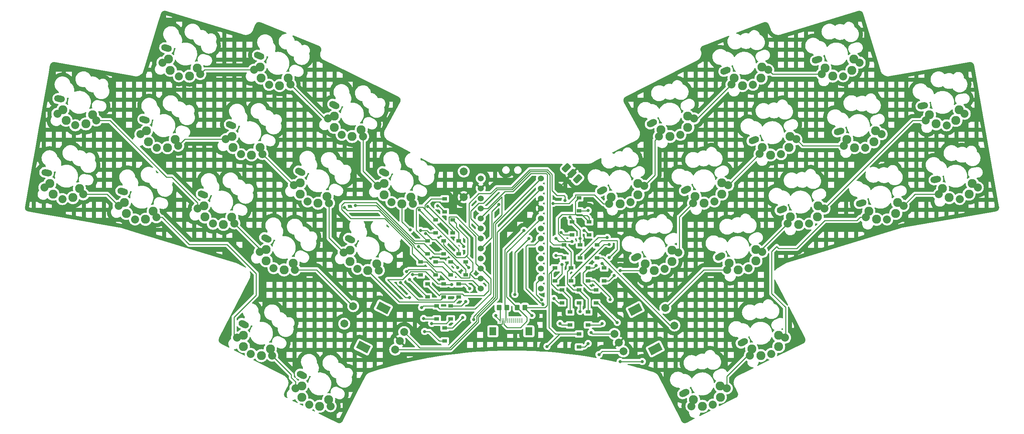
<source format=gbr>
%TF.GenerationSoftware,KiCad,Pcbnew,(6.0.4)*%
%TF.CreationDate,2022-08-21T15:28:52+02:00*%
%TF.ProjectId,Asfoora,4173666f-6f72-4612-9e6b-696361645f70,rev?*%
%TF.SameCoordinates,Original*%
%TF.FileFunction,Copper,L1,Top*%
%TF.FilePolarity,Positive*%
%FSLAX46Y46*%
G04 Gerber Fmt 4.6, Leading zero omitted, Abs format (unit mm)*
G04 Created by KiCad (PCBNEW (6.0.4)) date 2022-08-21 15:28:52*
%MOMM*%
%LPD*%
G01*
G04 APERTURE LIST*
G04 Aperture macros list*
%AMRoundRect*
0 Rectangle with rounded corners*
0 $1 Rounding radius*
0 $2 $3 $4 $5 $6 $7 $8 $9 X,Y pos of 4 corners*
0 Add a 4 corners polygon primitive as box body*
4,1,4,$2,$3,$4,$5,$6,$7,$8,$9,$2,$3,0*
0 Add four circle primitives for the rounded corners*
1,1,$1+$1,$2,$3*
1,1,$1+$1,$4,$5*
1,1,$1+$1,$6,$7*
1,1,$1+$1,$8,$9*
0 Add four rect primitives between the rounded corners*
20,1,$1+$1,$2,$3,$4,$5,0*
20,1,$1+$1,$4,$5,$6,$7,0*
20,1,$1+$1,$6,$7,$8,$9,0*
20,1,$1+$1,$8,$9,$2,$3,0*%
%AMHorizOval*
0 Thick line with rounded ends*
0 $1 width*
0 $2 $3 position (X,Y) of the first rounded end (center of the circle)*
0 $4 $5 position (X,Y) of the second rounded end (center of the circle)*
0 Add line between two ends*
20,1,$1,$2,$3,$4,$5,0*
0 Add two circle primitives to create the rounded ends*
1,1,$1,$2,$3*
1,1,$1,$4,$5*%
%AMRotRect*
0 Rectangle, with rotation*
0 The origin of the aperture is its center*
0 $1 length*
0 $2 width*
0 $3 Rotation angle, in degrees counterclockwise*
0 Add horizontal line*
21,1,$1,$2,0,0,$3*%
G04 Aperture macros list end*
%TA.AperFunction,WasherPad*%
%ADD10HorizOval,1.706624X0.490029X-0.086405X-0.490029X0.086405X0*%
%TD*%
%TA.AperFunction,ComponentPad*%
%ADD11C,2.032000*%
%TD*%
%TA.AperFunction,ComponentPad*%
%ADD12C,2.286000*%
%TD*%
%TA.AperFunction,WasherPad*%
%ADD13HorizOval,1.706624X0.443354X0.225900X-0.443354X-0.225900X0*%
%TD*%
%TA.AperFunction,SMDPad,CuDef*%
%ADD14R,1.200000X0.900000*%
%TD*%
%TA.AperFunction,SMDPad,CuDef*%
%ADD15RoundRect,0.250000X0.350000X0.450000X-0.350000X0.450000X-0.350000X-0.450000X0.350000X-0.450000X0*%
%TD*%
%TA.AperFunction,WasherPad*%
%ADD16HorizOval,1.706624X0.461356X-0.186400X-0.461356X0.186400X0*%
%TD*%
%TA.AperFunction,WasherPad*%
%ADD17HorizOval,1.706624X0.443354X-0.225900X-0.443354X0.225900X0*%
%TD*%
%TA.AperFunction,SMDPad,CuDef*%
%ADD18R,0.280000X1.250000*%
%TD*%
%TA.AperFunction,SMDPad,CuDef*%
%ADD19R,1.800000X2.000000*%
%TD*%
%TA.AperFunction,ComponentPad*%
%ADD20C,2.000000*%
%TD*%
%TA.AperFunction,ComponentPad*%
%ADD21RotRect,3.200000X2.000000X27.000000*%
%TD*%
%TA.AperFunction,WasherPad*%
%ADD22HorizOval,1.706624X0.475846X0.145481X-0.475846X-0.145481X0*%
%TD*%
%TA.AperFunction,WasherPad*%
%ADD23HorizOval,1.706624X0.461356X0.186400X-0.461356X-0.186400X0*%
%TD*%
%TA.AperFunction,SMDPad,CuDef*%
%ADD24RoundRect,0.250000X-0.350000X-0.450000X0.350000X-0.450000X0.350000X0.450000X-0.350000X0.450000X0*%
%TD*%
%TA.AperFunction,WasherPad*%
%ADD25HorizOval,1.706624X0.490029X0.086405X-0.490029X-0.086405X0*%
%TD*%
%TA.AperFunction,WasherPad*%
%ADD26HorizOval,1.706624X0.475846X-0.145481X-0.475846X0.145481X0*%
%TD*%
%TA.AperFunction,ComponentPad*%
%ADD27C,1.524000*%
%TD*%
%TA.AperFunction,ComponentPad*%
%ADD28RotRect,3.200000X2.000000X153.000000*%
%TD*%
%TA.AperFunction,ComponentPad*%
%ADD29RoundRect,0.375000X0.795495X0.265165X0.265165X0.795495X-0.795495X-0.265165X-0.265165X-0.795495X0*%
%TD*%
%TA.AperFunction,ViaPad*%
%ADD30C,0.800000*%
%TD*%
%TA.AperFunction,Conductor*%
%ADD31C,0.250000*%
%TD*%
G04 APERTURE END LIST*
D10*
%TO.P,SW11,*%
%TO.N,*%
X35342582Y-74002051D03*
D11*
%TO.P,SW11,1,1*%
%TO.N,row_3*%
X34763766Y-77759275D03*
D12*
X43658719Y-78048257D03*
X36154484Y-76725058D03*
D11*
X44611843Y-79495756D03*
D12*
%TO.P,SW11,2,2*%
%TO.N,Net-(D4-Pad2)*%
X36964123Y-79447003D03*
D11*
X39323144Y-80695612D03*
D12*
X41966947Y-80329136D03*
%TD*%
D13*
%TO.P,SW24,*%
%TO.N,*%
X211628104Y-117057300D03*
D12*
%TO.P,SW24,1,1*%
%TO.N,row_3*%
X220704733Y-115283968D03*
X213915263Y-118743376D03*
D11*
X222337059Y-115866388D03*
X213426994Y-120406293D03*
D12*
%TO.P,SW24,2,2*%
%TO.N,Net-(D24-Pad2)*%
X220726291Y-118123693D03*
D11*
X218835406Y-120007454D03*
D12*
X216199977Y-120429965D03*
%TD*%
D14*
%TO.P,D27,1,K*%
%TO.N,col_6*%
X170180000Y-103760000D03*
%TO.P,D27,2,A*%
%TO.N,Net-(D27-Pad2)*%
X170180000Y-107060000D03*
%TD*%
D15*
%TO.P,R1,1*%
%TO.N,scl*%
X151892000Y-108204000D03*
%TO.P,R1,2*%
%TO.N,vcc*%
X149892000Y-108204000D03*
%TD*%
D14*
%TO.P,D16,1,K*%
%TO.N,col_3*%
X136144000Y-113412000D03*
%TO.P,D16,2,A*%
%TO.N,Net-(D16-Pad2)*%
X136144000Y-116712000D03*
%TD*%
D13*
%TO.P,SW20,*%
%TO.N,*%
X196855435Y-129915401D03*
D12*
%TO.P,SW20,1,1*%
%TO.N,row_3*%
X199142594Y-131601477D03*
D11*
X207564390Y-128724489D03*
X198654325Y-133264394D03*
D12*
X205932064Y-128142069D03*
%TO.P,SW20,2,2*%
%TO.N,Net-(D20-Pad2)*%
X205953622Y-130981794D03*
X201427308Y-133288066D03*
D11*
X204062737Y-132865555D03*
%TD*%
D14*
%TO.P,D7,1,K*%
%TO.N,col_1*%
X133858000Y-96648000D03*
%TO.P,D7,2,A*%
%TO.N,Net-(D7-Pad2)*%
X133858000Y-99948000D03*
%TD*%
%TO.P,D2,1,K*%
%TO.N,col_0*%
X133858000Y-85980000D03*
%TO.P,D2,2,A*%
%TO.N,Net-(D2-Pad2)*%
X133858000Y-89280000D03*
%TD*%
%TO.P,D29,1,K*%
%TO.N,col_7*%
X164084000Y-98172000D03*
%TO.P,D29,2,A*%
%TO.N,Net-(D29-Pad2)*%
X164084000Y-101472000D03*
%TD*%
D13*
%TO.P,SW22,*%
%TO.N,*%
X197246775Y-78369578D03*
D12*
%TO.P,SW22,1,1*%
%TO.N,row_1*%
X206323404Y-76596246D03*
D11*
X199045665Y-81718571D03*
X207955730Y-77178666D03*
D12*
X199533934Y-80055654D03*
D11*
%TO.P,SW22,2,2*%
%TO.N,Net-(D22-Pad2)*%
X204454077Y-81319732D03*
D12*
X206344962Y-79435971D03*
X201818648Y-81742243D03*
%TD*%
D14*
%TO.P,D21,1,K*%
%TO.N,col_5*%
X168402000Y-86488000D03*
%TO.P,D21,2,A*%
%TO.N,Net-(D21-Pad2)*%
X168402000Y-89788000D03*
%TD*%
%TO.P,D20,1,K*%
%TO.N,col_4*%
X176530000Y-98172000D03*
%TO.P,D20,2,A*%
%TO.N,Net-(D20-Pad2)*%
X176530000Y-101472000D03*
%TD*%
D16*
%TO.P,SW5,*%
%TO.N,*%
X89182200Y-44336530D03*
D11*
%TO.P,SW5,1,1*%
%TO.N,row_0*%
X97106700Y-51637372D03*
D12*
X96475355Y-50023339D03*
X89410214Y-47168836D03*
D11*
X87834861Y-47891306D03*
D12*
%TO.P,SW5,2,2*%
%TO.N,Net-(D5-Pad2)*%
X89636237Y-49999634D03*
X94346331Y-51902635D03*
D11*
X91684107Y-51711425D03*
%TD*%
D14*
%TO.P,D23,1,K*%
%TO.N,col_5*%
X172466000Y-98172000D03*
%TO.P,D23,2,A*%
%TO.N,Net-(D23-Pad2)*%
X172466000Y-101472000D03*
%TD*%
D17*
%TO.P,SW8,*%
%TO.N,*%
X108220172Y-56830101D03*
D11*
%TO.P,SW8,1,1*%
%TO.N,row_0*%
X115478207Y-64793827D03*
X106568141Y-60253922D03*
D12*
X108200467Y-59671502D03*
X114989937Y-63130910D03*
D11*
%TO.P,SW8,2,2*%
%TO.N,Net-(D9-Pad2)*%
X110069794Y-64394988D03*
D12*
X108178910Y-62511227D03*
X112705223Y-64817499D03*
%TD*%
D18*
%TO.P,J1,1,Pin_1*%
%TO.N,vcc*%
X150158000Y-111550000D03*
%TO.P,J1,2,Pin_2*%
%TO.N,gnd*%
X150658000Y-111550000D03*
%TO.P,J1,3,Pin_3*%
%TO.N,sda*%
X151158000Y-111550000D03*
%TO.P,J1,4,Pin_4*%
%TO.N,scl*%
X151658000Y-111550000D03*
%TO.P,J1,5,Pin_5*%
%TO.N,unconnected-(J1-Pad5)*%
X152158000Y-111550000D03*
%TO.P,J1,6,Pin_6*%
%TO.N,unconnected-(J1-Pad6)*%
X152658000Y-111550000D03*
%TO.P,J1,7,Pin_7*%
%TO.N,unconnected-(J1-Pad7)*%
X153158000Y-111550000D03*
%TO.P,J1,8,Pin_8*%
%TO.N,unconnected-(J1-Pad8)*%
X153658000Y-111550000D03*
%TO.P,J1,9,Pin_9*%
%TO.N,unconnected-(J1-Pad9)*%
X154158000Y-111550000D03*
%TO.P,J1,10,Pin_10*%
%TO.N,unconnected-(J1-Pad10)*%
X154658000Y-111550000D03*
%TO.P,J1,11,Pin_11*%
%TO.N,unconnected-(J1-Pad11)*%
X155158000Y-111550000D03*
%TO.P,J1,12,Pin_12*%
%TO.N,unconnected-(J1-Pad12)*%
X155658000Y-111550000D03*
D19*
%TO.P,J1,13*%
%TO.N,N/C*%
X157458000Y-114274000D03*
%TO.P,J1,14*%
X148358000Y-114274000D03*
%TD*%
D20*
%TO.P,SW33,1,1*%
%TO.N,reset*%
X140970000Y-73712000D03*
%TO.P,SW33,2,2*%
%TO.N,gnd*%
X140970000Y-80212000D03*
%TD*%
D14*
%TO.P,D13,1,K*%
%TO.N,col_3*%
X141478000Y-96648000D03*
%TO.P,D13,2,A*%
%TO.N,Net-(D13-Pad2)*%
X141478000Y-99948000D03*
%TD*%
D20*
%TO.P,SW16,A,A*%
%TO.N,EncL2*%
X179119418Y-114910907D03*
%TO.P,SW16,B,B*%
%TO.N,EncR2*%
X181389370Y-119365940D03*
%TO.P,SW16,C,C*%
%TO.N,gnd*%
X180254394Y-117138424D03*
D21*
%TO.P,SW16,MP*%
%TO.N,N/C*%
X189479290Y-118723132D03*
X184394596Y-108743858D03*
D20*
%TO.P,SW16,S1,S1*%
%TO.N,SW32B*%
X194308965Y-112783078D03*
%TO.P,SW16,S2,S2*%
%TO.N,row_2*%
X192039012Y-108328045D03*
%TD*%
D22*
%TO.P,SW30,*%
%TO.N,*%
X236040696Y-63540573D03*
D12*
%TO.P,SW30,1,1*%
%TO.N,row_1*%
X238000324Y-65598195D03*
D11*
X237230710Y-67151061D03*
X246793758Y-64227344D03*
D12*
X245287367Y-63370322D03*
%TO.P,SW30,2,2*%
%TO.N,Net-(D30-Pad2)*%
X244815484Y-66170648D03*
D11*
X242626214Y-67697442D03*
D12*
X239957456Y-67655897D03*
%TD*%
D17*
%TO.P,SW19,*%
%TO.N,*%
X99985692Y-125305048D03*
D12*
%TO.P,SW19,1,1*%
%TO.N,row_3*%
X99965987Y-128146449D03*
D11*
X98333661Y-128728869D03*
X107243727Y-133268774D03*
D12*
X106755457Y-131605857D03*
D11*
%TO.P,SW19,2,2*%
%TO.N,Net-(D16-Pad2)*%
X101835314Y-132869935D03*
D12*
X104470743Y-133292446D03*
X99944430Y-130986174D03*
%TD*%
D14*
%TO.P,D3,1,K*%
%TO.N,col_0*%
X131826000Y-91314000D03*
%TO.P,D3,2,A*%
%TO.N,Net-(D3-Pad2)*%
X131826000Y-94614000D03*
%TD*%
D23*
%TO.P,SW25,*%
%TO.N,*%
X207291539Y-48140726D03*
D12*
%TO.P,SW25,1,1*%
%TO.N,row_0*%
X209423044Y-50019724D03*
X216488185Y-47165222D03*
D11*
X208791700Y-51633758D03*
X218063538Y-47887692D03*
D12*
%TO.P,SW25,2,2*%
%TO.N,Net-(D25-Pad2)*%
X216262163Y-49996020D03*
X211552069Y-51899021D03*
D11*
X214214293Y-51707811D03*
%TD*%
D16*
%TO.P,SW6,*%
%TO.N,*%
X82064675Y-61953023D03*
D11*
%TO.P,SW6,1,1*%
%TO.N,row_1*%
X89989175Y-69253865D03*
D12*
X82292689Y-64785329D03*
X89357830Y-67639832D03*
D11*
X80717336Y-65507799D03*
%TO.P,SW6,2,2*%
%TO.N,Net-(D6-Pad2)*%
X84566582Y-69327918D03*
D12*
X87228806Y-69519128D03*
X82518712Y-67616127D03*
%TD*%
D17*
%TO.P,SW10,*%
%TO.N,*%
X90968533Y-90688349D03*
D12*
%TO.P,SW10,1,1*%
%TO.N,row_2*%
X97738298Y-96989158D03*
X90948828Y-93529750D03*
D11*
X89316502Y-94112170D03*
X98226568Y-98652075D03*
%TO.P,SW10,2,2*%
%TO.N,Net-(D11-Pad2)*%
X92818155Y-98253236D03*
D12*
X90927271Y-96369475D03*
X95453584Y-98675747D03*
%TD*%
D14*
%TO.P,D24,1,K*%
%TO.N,col_5*%
X174498000Y-103760000D03*
%TO.P,D24,2,A*%
%TO.N,Net-(D24-Pad2)*%
X174498000Y-107060000D03*
%TD*%
D24*
%TO.P,R2,1*%
%TO.N,sda*%
X154464000Y-108204000D03*
%TO.P,R2,2*%
%TO.N,vcc*%
X156464000Y-108204000D03*
%TD*%
D14*
%TO.P,D9,1,K*%
%TO.N,col_2*%
X139700000Y-91314000D03*
%TO.P,D9,2,A*%
%TO.N,Net-(D9-Pad2)*%
X139700000Y-94614000D03*
%TD*%
%TO.P,D18,1,K*%
%TO.N,col_4*%
X172720000Y-86488000D03*
%TO.P,D18,2,A*%
%TO.N,Net-(D18-Pad2)*%
X172720000Y-89788000D03*
%TD*%
D25*
%TO.P,SW32,*%
%TO.N,*%
X260545652Y-75765859D03*
D11*
%TO.P,SW32,1,1*%
%TO.N,row_3*%
X261286788Y-79494461D03*
D12*
X262239913Y-78046962D03*
X269744148Y-76723763D03*
D11*
X271134866Y-77757979D03*
%TO.P,SW32,2,2*%
%TO.N,Net-(D32-Pad2)*%
X266575488Y-80694316D03*
D12*
X268934508Y-79445707D03*
X263931685Y-80327840D03*
%TD*%
D23*
%TO.P,SW27,*%
%TO.N,*%
X221526589Y-83373712D03*
D12*
%TO.P,SW27,1,1*%
%TO.N,row_2*%
X230723235Y-82398208D03*
X223658094Y-85252710D03*
D11*
X232298588Y-83120678D03*
X223026750Y-86866744D03*
D12*
%TO.P,SW27,2,2*%
%TO.N,Net-(D27-Pad2)*%
X225787119Y-87132007D03*
D11*
X228449343Y-86940797D03*
D12*
X230497213Y-85229006D03*
%TD*%
D14*
%TO.P,D5,1,K*%
%TO.N,col_1*%
X138176000Y-85980000D03*
%TO.P,D5,2,A*%
%TO.N,Net-(D5-Pad2)*%
X138176000Y-89280000D03*
%TD*%
%TO.P,D6,1,K*%
%TO.N,col_1*%
X135890000Y-91314000D03*
%TO.P,D6,2,A*%
%TO.N,Net-(D6-Pad2)*%
X135890000Y-94614000D03*
%TD*%
D26*
%TO.P,SW14,*%
%TO.N,*%
X54582253Y-78741277D03*
D12*
%TO.P,SW14,1,1*%
%TO.N,row_3*%
X62343294Y-83770805D03*
D11*
X63112908Y-85323671D03*
D12*
X55056252Y-81542933D03*
D11*
X53549861Y-82399954D03*
%TO.P,SW14,2,2*%
%TO.N,Net-(D8-Pad2)*%
X57717404Y-85870053D03*
D12*
X60386163Y-85828507D03*
X55528134Y-84343259D03*
%TD*%
D26*
%TO.P,SW2,*%
%TO.N,*%
X65692377Y-42401696D03*
D12*
%TO.P,SW2,1,1*%
%TO.N,row_0*%
X73453418Y-47431224D03*
D11*
X64659985Y-46060373D03*
X74223032Y-48984090D03*
D12*
X66166376Y-45203352D03*
%TO.P,SW2,2,2*%
%TO.N,Net-(D1-Pad2)*%
X66638258Y-48003678D03*
X71496287Y-49488926D03*
D11*
X68827528Y-49530472D03*
%TD*%
D17*
%TO.P,SW15,*%
%TO.N,*%
X85213023Y-112446947D03*
D12*
%TO.P,SW15,1,1*%
%TO.N,row_3*%
X85193318Y-115288348D03*
D11*
X83560992Y-115870768D03*
X92471058Y-120410673D03*
D12*
X91982788Y-118747756D03*
%TO.P,SW15,2,2*%
%TO.N,Net-(D12-Pad2)*%
X85171761Y-118128073D03*
X89698074Y-120434345D03*
D11*
X87062645Y-120011834D03*
%TD*%
D14*
%TO.P,D12,1,K*%
%TO.N,col_2*%
X134112000Y-107824000D03*
%TO.P,D12,2,A*%
%TO.N,Net-(D12-Pad2)*%
X134112000Y-111124000D03*
%TD*%
D27*
%TO.P,U1,1,D3/TX0*%
%TO.N,EncR1*%
X160519400Y-75438000D03*
%TO.P,U1,2,D2/RX1*%
%TO.N,EncL1*%
X160519400Y-77978000D03*
%TO.P,U1,3,GND*%
%TO.N,gnd*%
X160519400Y-80518000D03*
%TO.P,U1,4,GND*%
X160519400Y-83058000D03*
%TO.P,U1,5,SDA/D1/2*%
%TO.N,sda*%
X160519400Y-85598000D03*
%TO.P,U1,6,SCL/D0/3*%
%TO.N,scl*%
X160519400Y-88138000D03*
%TO.P,U1,7,D4/4*%
%TO.N,EncL2*%
X160519400Y-90678000D03*
%TO.P,U1,8,C6/5*%
%TO.N,EncR2*%
X160519400Y-93218000D03*
%TO.P,U1,9,D7/6*%
%TO.N,row_0*%
X160519400Y-95758000D03*
%TO.P,U1,10,E6/7*%
%TO.N,row_1*%
X160519400Y-98298000D03*
%TO.P,U1,11,B4/8*%
%TO.N,row_2*%
X160519400Y-100838000D03*
%TO.P,U1,12,B5/9*%
%TO.N,row_3*%
X160519400Y-103378000D03*
%TO.P,U1,13,10/B6*%
%TO.N,col_0*%
X145299400Y-103378000D03*
%TO.P,U1,14,16/B2*%
%TO.N,col_1*%
X145299400Y-100838000D03*
%TO.P,U1,15,14/B3*%
%TO.N,col_2*%
X145299400Y-98298000D03*
%TO.P,U1,16,15/B1*%
%TO.N,col_3*%
X145299400Y-95758000D03*
%TO.P,U1,17,A0/F7*%
%TO.N,col_4*%
X145299400Y-93218000D03*
%TO.P,U1,18,A1/F6*%
%TO.N,col_5*%
X145299400Y-90678000D03*
%TO.P,U1,19,A2/F5*%
%TO.N,col_6*%
X145299400Y-88138000D03*
%TO.P,U1,20,A3/F4*%
%TO.N,col_7*%
X145299400Y-85598000D03*
%TO.P,U1,21,VCC*%
%TO.N,vcc*%
X145299400Y-83058000D03*
%TO.P,U1,22,RST*%
%TO.N,reset*%
X145299400Y-80518000D03*
%TO.P,U1,23,GND*%
%TO.N,gnd*%
X145299400Y-77978000D03*
%TO.P,U1,24,RAW*%
%TO.N,raw*%
X145299400Y-75438000D03*
%TD*%
D14*
%TO.P,D30,1,K*%
%TO.N,col_7*%
X165862000Y-103760000D03*
%TO.P,D30,2,A*%
%TO.N,Net-(D30-Pad2)*%
X165862000Y-107060000D03*
%TD*%
%TO.P,D4,1,K*%
%TO.N,col_0*%
X130048000Y-96648000D03*
%TO.P,D4,2,A*%
%TO.N,Net-(D4-Pad2)*%
X130048000Y-99948000D03*
%TD*%
D20*
%TO.P,SW1,A,A*%
%TO.N,EncL1*%
X123622812Y-118916489D03*
%TO.P,SW1,B,B*%
%TO.N,EncR1*%
X125892764Y-114461456D03*
%TO.P,SW1,C,C*%
%TO.N,gnd*%
X124757788Y-116688973D03*
D28*
%TO.P,SW1,MP*%
%TO.N,N/C*%
X115532892Y-118273681D03*
X120617586Y-108294407D03*
D20*
%TO.P,SW1,S1,S1*%
%TO.N,row_2*%
X112973170Y-107878594D03*
%TO.P,SW1,S2,S2*%
%TO.N,SW31B*%
X110703217Y-112333627D03*
%TD*%
D14*
%TO.P,D8,1,K*%
%TO.N,col_1*%
X131826000Y-102236000D03*
%TO.P,D8,2,A*%
%TO.N,Net-(D8-Pad2)*%
X131826000Y-105536000D03*
%TD*%
%TO.P,D1,1,K*%
%TO.N,col_0*%
X136144000Y-80646000D03*
%TO.P,D1,2,A*%
%TO.N,Net-(D1-Pad2)*%
X136144000Y-83946000D03*
%TD*%
D13*
%TO.P,SW18,*%
%TO.N,*%
X184630561Y-95459959D03*
D11*
%TO.P,SW18,1,1*%
%TO.N,row_1*%
X195339516Y-94269047D03*
D12*
X186917720Y-97146035D03*
X193707190Y-93686627D03*
D11*
X186429451Y-98808952D03*
%TO.P,SW18,2,2*%
%TO.N,Net-(D18-Pad2)*%
X191837863Y-98410113D03*
D12*
X193728748Y-96526352D03*
X189202434Y-98832624D03*
%TD*%
D14*
%TO.P,D14,1,K*%
%TO.N,col_3*%
X139700000Y-102236000D03*
%TO.P,D14,2,A*%
%TO.N,Net-(D14-Pad2)*%
X139700000Y-105536000D03*
%TD*%
D10*
%TO.P,SW4,*%
%TO.N,*%
X38632860Y-55273628D03*
D11*
%TO.P,SW4,1,1*%
%TO.N,row_2*%
X47902121Y-60767333D03*
D12*
X46948997Y-59319834D03*
X39444762Y-57996635D03*
D11*
X38054044Y-59030852D03*
D12*
%TO.P,SW4,2,2*%
%TO.N,Net-(D3-Pad2)*%
X45257225Y-61600713D03*
X40254401Y-60718580D03*
D11*
X42613422Y-61967189D03*
%TD*%
D16*
%TO.P,SW7,*%
%TO.N,*%
X74947150Y-79569516D03*
D11*
%TO.P,SW7,1,1*%
%TO.N,row_2*%
X73599811Y-83124292D03*
D12*
X82240305Y-85256325D03*
X75175164Y-82401822D03*
D11*
X82871650Y-86870358D03*
D12*
%TO.P,SW7,2,2*%
%TO.N,Net-(D7-Pad2)*%
X80111281Y-87135621D03*
D11*
X77449057Y-86944411D03*
D12*
X75401187Y-85232620D03*
%TD*%
D14*
%TO.P,D19,1,K*%
%TO.N,col_4*%
X174752000Y-92330000D03*
%TO.P,D19,2,A*%
%TO.N,SW32B*%
X174752000Y-95630000D03*
%TD*%
D22*
%TO.P,SW29,*%
%TO.N,*%
X230485634Y-45370782D03*
D11*
%TO.P,SW29,1,1*%
%TO.N,row_0*%
X241238696Y-46057553D03*
D12*
X232445262Y-47428404D03*
D11*
X231675648Y-48981270D03*
D12*
X239732305Y-45200531D03*
D11*
%TO.P,SW29,2,2*%
%TO.N,Net-(D29-Pad2)*%
X237071152Y-49527651D03*
D12*
X239260422Y-48000857D03*
X234402394Y-49486106D03*
%TD*%
D14*
%TO.P,D15,1,K*%
%TO.N,col_3*%
X137668000Y-107824000D03*
%TO.P,D15,2,A*%
%TO.N,SW31B*%
X137668000Y-111124000D03*
%TD*%
D17*
%TO.P,SW9,*%
%TO.N,*%
X99594352Y-73759225D03*
D12*
%TO.P,SW9,1,1*%
%TO.N,row_1*%
X106364117Y-80060034D03*
D11*
X97942321Y-77183046D03*
D12*
X99574647Y-76600626D03*
D11*
X106852387Y-81722951D03*
%TO.P,SW9,2,2*%
%TO.N,Net-(D10-Pad2)*%
X101443974Y-81324112D03*
D12*
X99553090Y-79440351D03*
X104079403Y-81746623D03*
%TD*%
D17*
%TO.P,SW12,*%
%TO.N,*%
X120836386Y-73920482D03*
D12*
%TO.P,SW12,1,1*%
%TO.N,row_0*%
X120816681Y-76761883D03*
D11*
X119184355Y-77344303D03*
D12*
X127606151Y-80221291D03*
D11*
X128094421Y-81884208D03*
D12*
%TO.P,SW12,2,2*%
%TO.N,Net-(D13-Pad2)*%
X125321437Y-81907880D03*
D11*
X122686008Y-81485369D03*
D12*
X120795124Y-79601608D03*
%TD*%
D14*
%TO.P,D17,1,K*%
%TO.N,col_4*%
X170180000Y-80392000D03*
%TO.P,D17,2,A*%
%TO.N,Net-(D17-Pad2)*%
X170180000Y-83692000D03*
%TD*%
%TO.P,D10,1,K*%
%TO.N,col_2*%
X137668000Y-96648000D03*
%TO.P,D10,2,A*%
%TO.N,Net-(D10-Pad2)*%
X137668000Y-99948000D03*
%TD*%
%TO.P,D31,1,K*%
%TO.N,col_7*%
X167894000Y-109348000D03*
%TO.P,D31,2,A*%
%TO.N,Net-(D31-Pad2)*%
X167894000Y-112648000D03*
%TD*%
%TO.P,D11,1,K*%
%TO.N,col_2*%
X135890000Y-102236000D03*
%TO.P,D11,2,A*%
%TO.N,Net-(D11-Pad2)*%
X135890000Y-105536000D03*
%TD*%
%TO.P,D32,1,K*%
%TO.N,col_7*%
X170180000Y-114936000D03*
%TO.P,D32,2,A*%
%TO.N,Net-(D32-Pad2)*%
X170180000Y-118236000D03*
%TD*%
%TO.P,D22,1,K*%
%TO.N,col_5*%
X170434000Y-92330000D03*
%TO.P,D22,2,A*%
%TO.N,Net-(D22-Pad2)*%
X170434000Y-95630000D03*
%TD*%
%TO.P,D26,1,K*%
%TO.N,col_6*%
X168148000Y-98172000D03*
%TO.P,D26,2,A*%
%TO.N,Net-(D26-Pad2)*%
X168148000Y-101472000D03*
%TD*%
D13*
%TO.P,SW17,*%
%TO.N,*%
X176004741Y-78530835D03*
D12*
%TO.P,SW17,1,1*%
%TO.N,row_0*%
X178291900Y-80216911D03*
D11*
X186713696Y-77339923D03*
X177803631Y-81879828D03*
D12*
X185081370Y-76757503D03*
%TO.P,SW17,2,2*%
%TO.N,Net-(D17-Pad2)*%
X185102928Y-79597228D03*
X180576614Y-81903500D03*
D11*
X183212043Y-81480989D03*
%TD*%
D13*
%TO.P,SW21,*%
%TO.N,*%
X188620955Y-61440454D03*
D12*
%TO.P,SW21,1,1*%
%TO.N,row_0*%
X197697584Y-59667122D03*
D11*
X199329910Y-60249542D03*
X190419845Y-64789447D03*
D12*
X190908114Y-63126530D03*
%TO.P,SW21,2,2*%
%TO.N,Net-(D21-Pad2)*%
X193192828Y-64813119D03*
X197719142Y-62506847D03*
D11*
X195828257Y-64390608D03*
%TD*%
D14*
%TO.P,D25,1,K*%
%TO.N,col_6*%
X166370000Y-92330000D03*
%TO.P,D25,2,A*%
%TO.N,Net-(D25-Pad2)*%
X166370000Y-95630000D03*
%TD*%
D25*
%TO.P,SW31,*%
%TO.N,*%
X257240386Y-57050693D03*
D12*
%TO.P,SW31,1,1*%
%TO.N,row_2*%
X258934647Y-59331796D03*
D11*
X267829600Y-59042813D03*
D12*
X266438882Y-58008597D03*
D11*
X257981522Y-60779295D03*
%TO.P,SW31,2,2*%
%TO.N,Net-(D31-Pad2)*%
X263270222Y-61979150D03*
D12*
X260626419Y-61612674D03*
X265629242Y-60730541D03*
%TD*%
D23*
%TO.P,SW26,*%
%TO.N,*%
X214409064Y-65757219D03*
D11*
%TO.P,SW26,1,1*%
%TO.N,row_1*%
X225181063Y-65504185D03*
X215909225Y-69250251D03*
D12*
X223605710Y-64781715D03*
X216540569Y-67636217D03*
D11*
%TO.P,SW26,2,2*%
%TO.N,Net-(D26-Pad2)*%
X221331818Y-69324304D03*
D12*
X218669594Y-69515514D03*
X223379688Y-67612513D03*
%TD*%
D22*
%TO.P,SW28,*%
%TO.N,*%
X241595758Y-81710363D03*
D12*
%TO.P,SW28,1,1*%
%TO.N,row_3*%
X243555386Y-83767985D03*
X250842429Y-81540112D03*
D11*
X242785772Y-85320851D03*
X252348820Y-82397134D03*
%TO.P,SW28,2,2*%
%TO.N,Net-(D28-Pad2)*%
X248181276Y-85867232D03*
D12*
X250370546Y-84340438D03*
X245512518Y-85825687D03*
%TD*%
D26*
%TO.P,SW3,*%
%TO.N,*%
X60137639Y-60571867D03*
D11*
%TO.P,SW3,1,1*%
%TO.N,row_1*%
X59105247Y-64230544D03*
D12*
X67898680Y-65601395D03*
X60611638Y-63373523D03*
D11*
X68668294Y-67154261D03*
%TO.P,SW3,2,2*%
%TO.N,Net-(D2-Pad2)*%
X63272790Y-67700643D03*
D12*
X65941549Y-67659097D03*
X61083520Y-66173849D03*
%TD*%
D29*
%TO.P,PAD1,3*%
%TO.N,bat+*%
X169816214Y-75582214D03*
%TO.P,PAD1,2*%
%TO.N,gnd*%
X168402000Y-74168000D03*
%TO.P,PAD1,1*%
%TO.N,bat+*%
X166987786Y-72753786D03*
%TD*%
D13*
%TO.P,SW23,*%
%TO.N,*%
X205872594Y-95298702D03*
D11*
%TO.P,SW23,1,1*%
%TO.N,row_2*%
X207671484Y-98647695D03*
X216581549Y-94107790D03*
D12*
X214949223Y-93525370D03*
X208159753Y-96984778D03*
D11*
%TO.P,SW23,2,2*%
%TO.N,Net-(D23-Pad2)*%
X213079896Y-98248856D03*
D12*
X214970781Y-96365095D03*
X210444467Y-98671367D03*
%TD*%
D17*
%TO.P,SW13,*%
%TO.N,*%
X112210566Y-90849606D03*
D11*
%TO.P,SW13,1,1*%
%TO.N,row_1*%
X110558535Y-94273427D03*
D12*
X118980331Y-97150415D03*
X112190861Y-93691007D03*
D11*
X119468601Y-98813332D03*
D12*
%TO.P,SW13,2,2*%
%TO.N,Net-(D14-Pad2)*%
X112169304Y-96530732D03*
D11*
X114060188Y-98414493D03*
D12*
X116695617Y-98837004D03*
%TD*%
D14*
%TO.P,D28,1,K*%
%TO.N,col_6*%
X172466000Y-109348000D03*
%TO.P,D28,2,A*%
%TO.N,Net-(D28-Pad2)*%
X172466000Y-112648000D03*
%TD*%
D30*
%TO.N,vcc*%
X149098000Y-110236000D03*
X158242000Y-110236000D03*
%TO.N,scl*%
X156210000Y-88646000D03*
%TO.N,Net-(D3-Pad2)*%
X129540000Y-92710000D03*
%TO.N,Net-(D4-Pad2)*%
X128016000Y-99822000D03*
%TO.N,Net-(D5-Pad2)*%
X131826000Y-82550000D03*
%TO.N,Net-(D6-Pad2)*%
X113538000Y-82296000D03*
%TO.N,Net-(D7-Pad2)*%
X126492000Y-99060000D03*
%TO.N,col_2*%
X139446000Y-98044000D03*
X140970000Y-92710000D03*
X137922000Y-102362000D03*
X127254000Y-105664000D03*
X130302000Y-108204000D03*
%TO.N,Net-(D9-Pad2)*%
X129667000Y-83439000D03*
%TO.N,Net-(D10-Pad2)*%
X110744000Y-82804000D03*
%TO.N,Net-(D11-Pad2)*%
X124968000Y-101854000D03*
%TO.N,SW31B*%
X132842000Y-112268000D03*
%TO.N,col_3*%
X141478000Y-106680000D03*
X142240000Y-98044000D03*
X140716000Y-110744000D03*
X142494000Y-103378000D03*
%TO.N,Net-(D13-Pad2)*%
X131318000Y-89408000D03*
X127381000Y-88519000D03*
%TO.N,Net-(D16-Pad2)*%
X131064000Y-114300000D03*
%TO.N,col_4*%
X149860000Y-82042000D03*
X168402000Y-91440000D03*
X177800000Y-95504000D03*
X164338000Y-90678000D03*
X176022000Y-97028000D03*
%TO.N,Net-(D17-Pad2)*%
X172466000Y-83566000D03*
%TO.N,Net-(D1-Pad2)*%
X134366000Y-82443311D03*
%TO.N,Net-(D20-Pad2)*%
X179070000Y-100076000D03*
%TO.N,col_5*%
X170434000Y-90678000D03*
X166624000Y-81063500D03*
X167894000Y-85306500D03*
X174498000Y-97536000D03*
%TO.N,Net-(D21-Pad2)*%
X165608000Y-89154000D03*
%TO.N,Net-(D22-Pad2)*%
X177292000Y-90424000D03*
%TO.N,Net-(D23-Pad2)*%
X178054000Y-106172000D03*
%TO.N,Net-(D24-Pad2)*%
X179832000Y-112014000D03*
%TO.N,Net-(D25-Pad2)*%
X164338000Y-94996000D03*
%TO.N,Net-(D26-Pad2)*%
X177800000Y-92202000D03*
%TO.N,Net-(D27-Pad2)*%
X170434000Y-109220000D03*
%TO.N,Net-(D28-Pad2)*%
X176022000Y-112268000D03*
%TO.N,col_7*%
X162052000Y-118110000D03*
X143510000Y-111252000D03*
%TO.N,Net-(D29-Pad2)*%
X165862000Y-97282000D03*
%TO.N,Net-(D30-Pad2)*%
X163830000Y-105918000D03*
%TO.N,Net-(D31-Pad2)*%
X165354000Y-112268000D03*
%TO.N,Net-(D32-Pad2)*%
X172466000Y-117348000D03*
%TO.N,Net-(D2-Pad2)*%
X130048000Y-88646000D03*
%TO.N,Net-(D18-Pad2)*%
X171450000Y-88646000D03*
%TO.N,gnd*%
X164846000Y-77978000D03*
X148336000Y-111506000D03*
%TO.N,EncL2*%
X161036000Y-107442000D03*
X173228000Y-114554000D03*
%TO.N,EncR2*%
X175238813Y-120163187D03*
X157480000Y-90678000D03*
X153924000Y-104902000D03*
%TO.N,row_1*%
X180596952Y-98808952D03*
%TO.N,row_0*%
X163576000Y-81788000D03*
%TO.N,Net-(D8-Pad2)*%
X127249701Y-101087701D03*
%TO.N,Net-(D12-Pad2)*%
X130810000Y-111009116D03*
%TO.N,row_3*%
X186182000Y-121920000D03*
X180594000Y-121920000D03*
%TO.N,row_2*%
X160659299Y-106303299D03*
%TD*%
D31*
%TO.N,gnd*%
X168402000Y-74168000D02*
X168402000Y-74422000D01*
X168402000Y-74422000D02*
X164846000Y-77978000D01*
%TO.N,sda*%
X154464000Y-108204000D02*
X151833520Y-105573520D01*
X151977978Y-113284000D02*
X151158000Y-112464022D01*
X151833520Y-94292480D02*
X160528000Y-85598000D01*
X156972000Y-111650022D02*
X155338022Y-113284000D01*
X151158000Y-112464022D02*
X151158000Y-111550000D01*
X151833520Y-105573520D02*
X151833520Y-94292480D01*
X155338022Y-113284000D02*
X151977978Y-113284000D01*
X156972000Y-110712000D02*
X156972000Y-111650022D01*
X154464000Y-108204000D02*
X156972000Y-110712000D01*
%TO.N,vcc*%
X156464000Y-108458000D02*
X156464000Y-108204000D01*
X162110480Y-74480480D02*
X161798000Y-74168000D01*
X157988000Y-74168000D02*
X153416000Y-78740000D01*
X156464000Y-108204000D02*
X161544000Y-108204000D01*
X150158000Y-108470000D02*
X149892000Y-108204000D01*
X161798000Y-74168000D02*
X157988000Y-74168000D01*
X151384000Y-78740000D02*
X147066000Y-83058000D01*
X150158000Y-111550000D02*
X149098000Y-110490000D01*
X161544000Y-108204000D02*
X162110480Y-107637520D01*
X153416000Y-78740000D02*
X151384000Y-78740000D01*
X150158000Y-111550000D02*
X150158000Y-108470000D01*
X158242000Y-110236000D02*
X156464000Y-108458000D01*
X147066000Y-83058000D02*
X145288000Y-83058000D01*
X149098000Y-110490000D02*
X149098000Y-110236000D01*
X162110480Y-107637520D02*
X162110480Y-74480480D01*
%TO.N,scl*%
X151384000Y-107696000D02*
X151384000Y-93472000D01*
X151892000Y-108204000D02*
X151384000Y-107696000D01*
X151384000Y-93472000D02*
X156210000Y-88646000D01*
X151658000Y-108438000D02*
X151892000Y-108204000D01*
X151658000Y-111550000D02*
X151658000Y-108438000D01*
%TO.N,col_0*%
X112307348Y-85637348D02*
X120941912Y-85637348D01*
X128942489Y-88565103D02*
X131691386Y-91314000D01*
X128525718Y-91314000D02*
X118783207Y-81571489D01*
X134048749Y-99173489D02*
X135194467Y-99173489D01*
X137366978Y-101346000D02*
X143256000Y-101346000D01*
X131691386Y-91314000D02*
X131826000Y-91314000D01*
X110019489Y-82258511D02*
X110019489Y-83349489D01*
X136144000Y-80646000D02*
X132705386Y-80646000D01*
X120941912Y-85637348D02*
X127925772Y-92621207D01*
X131523260Y-96648000D02*
X134048749Y-99173489D01*
X131101489Y-83223489D02*
X133858000Y-85980000D01*
X130048000Y-96648000D02*
X131523260Y-96648000D01*
X143256000Y-101346000D02*
X145288000Y-103378000D01*
X118783207Y-81571489D02*
X110706511Y-81571489D01*
X110019489Y-83349489D02*
X112307348Y-85637348D01*
X133858000Y-85980000D02*
X130592489Y-82714489D01*
X110706511Y-81571489D02*
X110019489Y-82258511D01*
X128942489Y-83138897D02*
X128942489Y-88565103D01*
X132705386Y-80646000D02*
X131101489Y-82249897D01*
X135194467Y-99173489D02*
X137366978Y-101346000D01*
X127925772Y-92621207D02*
X127925772Y-94525772D01*
X129366897Y-82714489D02*
X128942489Y-83138897D01*
X131101489Y-82249897D02*
X131101489Y-83223489D01*
X127925772Y-94525772D02*
X130048000Y-96648000D01*
X131826000Y-91314000D02*
X128525718Y-91314000D01*
X130592489Y-82714489D02*
X129366897Y-82714489D01*
%TO.N,Net-(D3-Pad2)*%
X131444000Y-94614000D02*
X131826000Y-94614000D01*
X129540000Y-92710000D02*
X131444000Y-94614000D01*
%TO.N,Net-(D4-Pad2)*%
X129922000Y-99822000D02*
X130048000Y-99948000D01*
X128016000Y-99822000D02*
X129922000Y-99822000D01*
%TO.N,col_1*%
X138289489Y-99173489D02*
X138739009Y-99173489D01*
X146050000Y-100838000D02*
X145288000Y-100838000D01*
X140288031Y-100722511D02*
X142402511Y-100722511D01*
X135764000Y-96648000D02*
X138289489Y-99173489D01*
X140624511Y-104761489D02*
X141019022Y-105156000D01*
X142494000Y-99568000D02*
X143256000Y-98806000D01*
X139100511Y-87792511D02*
X141986000Y-90678000D01*
X139065718Y-95504000D02*
X135890000Y-92328282D01*
X145288000Y-100838000D02*
X143764000Y-100838000D01*
X147320000Y-102108000D02*
X146050000Y-100838000D01*
X133858000Y-96648000D02*
X135764000Y-96648000D01*
X141986000Y-90678000D02*
X141986000Y-94742000D01*
X139100511Y-86904511D02*
X139100511Y-87792511D01*
X143764000Y-100838000D02*
X142494000Y-99568000D01*
X141019022Y-105156000D02*
X146050000Y-105156000D01*
X142494000Y-100631022D02*
X142494000Y-99568000D01*
X141224000Y-95504000D02*
X139065718Y-95504000D01*
X146050000Y-105156000D02*
X147320000Y-103886000D01*
X142402511Y-100722511D02*
X142494000Y-100631022D01*
X143256000Y-98806000D02*
X143256000Y-96774000D01*
X143256000Y-96774000D02*
X141605000Y-95123000D01*
X134746000Y-105156000D02*
X135140511Y-104761489D01*
X141605000Y-95123000D02*
X141224000Y-95504000D01*
X135140511Y-104761489D02*
X140624511Y-104761489D01*
X135890000Y-92328282D02*
X135890000Y-91314000D01*
X138739009Y-99173489D02*
X140288031Y-100722511D01*
X147320000Y-103886000D02*
X147320000Y-102108000D01*
X138176000Y-85980000D02*
X139100511Y-86904511D01*
X131826000Y-102236000D02*
X134746000Y-105156000D01*
X141986000Y-94742000D02*
X141605000Y-95123000D01*
%TO.N,Net-(D5-Pad2)*%
X131988511Y-82550000D02*
X138176000Y-88737489D01*
X138176000Y-88737489D02*
X138176000Y-89280000D01*
X131826000Y-82550000D02*
X131988511Y-82550000D01*
%TO.N,Net-(D6-Pad2)*%
X118872000Y-82296000D02*
X128561489Y-91985489D01*
X130896511Y-91985489D02*
X133525022Y-94614000D01*
X113538000Y-82296000D02*
X118872000Y-82296000D01*
X128561489Y-91985489D02*
X130896511Y-91985489D01*
X133525022Y-94614000D02*
X135890000Y-94614000D01*
%TO.N,Net-(D7-Pad2)*%
X132462000Y-98552000D02*
X133858000Y-99948000D01*
X127000000Y-98552000D02*
X132462000Y-98552000D01*
X126492000Y-99060000D02*
X127000000Y-98552000D01*
%TO.N,SW32B*%
X176148000Y-95630000D02*
X193301078Y-112783078D01*
X174752000Y-95630000D02*
X176148000Y-95630000D01*
X193301078Y-112783078D02*
X194308965Y-112783078D01*
%TO.N,col_2*%
X138050000Y-96648000D02*
X139446000Y-98044000D01*
X143877489Y-108598511D02*
X147828000Y-104648000D01*
X134446978Y-102236000D02*
X131308467Y-99097489D01*
X144018000Y-97028000D02*
X145288000Y-98298000D01*
X137251489Y-86754511D02*
X137251489Y-85205489D01*
X137668000Y-96648000D02*
X138050000Y-96648000D01*
X137251489Y-85205489D02*
X139053489Y-85205489D01*
X130682000Y-107824000D02*
X134112000Y-107824000D01*
X126238000Y-105664000D02*
X127254000Y-105664000D01*
X144018000Y-90170000D02*
X144018000Y-97028000D01*
X147828000Y-100838000D02*
X145288000Y-98298000D01*
X121666000Y-101092000D02*
X126238000Y-105664000D01*
X135890000Y-102236000D02*
X134446978Y-102236000D01*
X136016000Y-102362000D02*
X135890000Y-102236000D01*
X125484614Y-101092000D02*
X121666000Y-101092000D01*
X134886511Y-108598511D02*
X143877489Y-108598511D01*
X139700000Y-91314000D02*
X139700000Y-89203022D01*
X134112000Y-107824000D02*
X134886511Y-108598511D01*
X140970000Y-92584000D02*
X139700000Y-91314000D01*
X139053489Y-85205489D02*
X144018000Y-90170000D01*
X130302000Y-108204000D02*
X130682000Y-107824000D01*
X137922000Y-102362000D02*
X136016000Y-102362000D01*
X140970000Y-92710000D02*
X140970000Y-92584000D01*
X139700000Y-89203022D02*
X137251489Y-86754511D01*
X131308467Y-99097489D02*
X127479125Y-99097489D01*
X147828000Y-104648000D02*
X147828000Y-100838000D01*
X127479125Y-99097489D02*
X125484614Y-101092000D01*
%TO.N,Net-(D9-Pad2)*%
X139700000Y-93472000D02*
X139700000Y-94614000D01*
X129667000Y-83439000D02*
X139700000Y-93472000D01*
%TO.N,Net-(D10-Pad2)*%
X128375292Y-92435009D02*
X128375292Y-92864314D01*
X135510000Y-97790000D02*
X137668000Y-99948000D01*
X128375292Y-92864314D02*
X133300978Y-97790000D01*
X111506000Y-83566000D02*
X119506282Y-83566000D01*
X110744000Y-82804000D02*
X111506000Y-83566000D01*
X119506282Y-83566000D02*
X128375292Y-92435009D01*
X133300978Y-97790000D02*
X135510000Y-97790000D01*
%TO.N,Net-(D11-Pad2)*%
X124968000Y-101854000D02*
X129424511Y-106310511D01*
X129424511Y-106310511D02*
X135115489Y-106310511D01*
X135115489Y-106310511D02*
X135890000Y-105536000D01*
%TO.N,SW31B*%
X132842000Y-112268000D02*
X136524000Y-112268000D01*
X136524000Y-112268000D02*
X137668000Y-111124000D01*
%TO.N,col_3*%
X139700000Y-102236000D02*
X141352000Y-102236000D01*
X137668000Y-107824000D02*
X140334000Y-107824000D01*
X140334000Y-107824000D02*
X141478000Y-106680000D01*
X141352000Y-102236000D02*
X142494000Y-103378000D01*
X136144000Y-113412000D02*
X138048000Y-113412000D01*
X141478000Y-96648000D02*
X141478000Y-97282000D01*
X138048000Y-113412000D02*
X140716000Y-110744000D01*
X141478000Y-97282000D02*
X142240000Y-98044000D01*
%TO.N,Net-(D13-Pad2)*%
X125321437Y-81907880D02*
X125321437Y-86459437D01*
X133004511Y-90932000D02*
X133858000Y-90932000D01*
X131318000Y-89408000D02*
X131480511Y-89408000D01*
X133858000Y-90932000D02*
X141478000Y-98552000D01*
X141478000Y-98552000D02*
X141478000Y-99948000D01*
X125321437Y-86459437D02*
X127381000Y-88519000D01*
X131480511Y-89408000D02*
X133004511Y-90932000D01*
%TO.N,Net-(D14-Pad2)*%
X116695617Y-98837004D02*
X124618644Y-106760031D01*
X124618644Y-106760031D02*
X138475969Y-106760031D01*
X138475969Y-106760031D02*
X139700000Y-105536000D01*
%TO.N,Net-(D16-Pad2)*%
X132334000Y-114300000D02*
X134746000Y-116712000D01*
X131064000Y-114300000D02*
X132334000Y-114300000D01*
X134746000Y-116712000D02*
X136144000Y-116712000D01*
%TO.N,col_4*%
X175896000Y-91186000D02*
X179832000Y-91186000D01*
X172212000Y-84836000D02*
X169672000Y-84836000D01*
X148082000Y-83820000D02*
X149860000Y-82042000D01*
X176530000Y-98172000D02*
X176530000Y-97536000D01*
X166869386Y-91440000D02*
X164883489Y-89454103D01*
X176530000Y-97536000D02*
X176022000Y-97028000D01*
X165862000Y-84582000D02*
X170814000Y-84582000D01*
X170814000Y-84582000D02*
X172720000Y-86488000D01*
X174752000Y-92330000D02*
X175896000Y-91186000D01*
X168402000Y-91440000D02*
X166869386Y-91440000D01*
X164883489Y-85560511D02*
X165862000Y-84582000D01*
X172720000Y-86488000D02*
X172720000Y-85344000D01*
X172720000Y-85344000D02*
X172212000Y-84836000D01*
X145288000Y-93218000D02*
X148082000Y-90424000D01*
X164883489Y-89454103D02*
X164883489Y-85560511D01*
X148082000Y-90424000D02*
X148082000Y-83820000D01*
X179832000Y-91186000D02*
X179832000Y-93472000D01*
X169255489Y-84419489D02*
X169255489Y-81316511D01*
X164338000Y-90678000D02*
X165100000Y-91440000D01*
X169672000Y-84836000D02*
X169255489Y-84419489D01*
X169255489Y-81316511D02*
X170180000Y-80392000D01*
X179832000Y-93472000D02*
X177800000Y-95504000D01*
X165100000Y-91440000D02*
X168402000Y-91440000D01*
%TO.N,Net-(D17-Pad2)*%
X172340000Y-83692000D02*
X172466000Y-83566000D01*
X170180000Y-83692000D02*
X172340000Y-83692000D01*
%TO.N,Net-(D1-Pad2)*%
X134366000Y-82443311D02*
X134641311Y-82443311D01*
X134641311Y-82443311D02*
X136144000Y-83946000D01*
%TO.N,Net-(D20-Pad2)*%
X176530000Y-101472000D02*
X177674000Y-101472000D01*
X177674000Y-101472000D02*
X179070000Y-100076000D01*
%TO.N,col_5*%
X164592000Y-79756000D02*
X163322000Y-78486000D01*
X163322000Y-78486000D02*
X163322000Y-74420565D01*
X142298480Y-81809316D02*
X142298480Y-87688480D01*
X166624000Y-81063500D02*
X166624000Y-80010000D01*
X153043604Y-77840960D02*
X149233605Y-77840960D01*
X162170395Y-73268960D02*
X157615604Y-73268960D01*
X173862000Y-98172000D02*
X174498000Y-97536000D01*
X166370000Y-79756000D02*
X164592000Y-79756000D01*
X149233605Y-77840960D02*
X147757375Y-79317189D01*
X163322000Y-74420565D02*
X162170395Y-73268960D01*
X171196000Y-99442000D02*
X172466000Y-98172000D01*
X172466000Y-98172000D02*
X173862000Y-98172000D01*
X170434000Y-88520000D02*
X168402000Y-86488000D01*
X170434000Y-90678000D02*
X170434000Y-88520000D01*
X147757375Y-79317189D02*
X144790607Y-79317189D01*
X157615604Y-73268960D02*
X153043604Y-77840960D01*
X171196000Y-101901022D02*
X171196000Y-99442000D01*
X168402000Y-85814500D02*
X167894000Y-85306500D01*
X166624000Y-80010000D02*
X166370000Y-79756000D01*
X173054978Y-103760000D02*
X171196000Y-101901022D01*
X142298480Y-87688480D02*
X145288000Y-90678000D01*
X174498000Y-103760000D02*
X173054978Y-103760000D01*
X144790607Y-79317189D02*
X142298480Y-81809316D01*
X168402000Y-86488000D02*
X168402000Y-85814500D01*
X170434000Y-90678000D02*
X170434000Y-92330000D01*
%TO.N,Net-(D21-Pad2)*%
X165608000Y-89154000D02*
X166242000Y-89788000D01*
X166242000Y-89788000D02*
X168402000Y-89788000D01*
%TO.N,Net-(D22-Pad2)*%
X170434000Y-94948978D02*
X170434000Y-95630000D01*
X174958978Y-90424000D02*
X170434000Y-94948978D01*
X177292000Y-90424000D02*
X174958978Y-90424000D01*
%TO.N,Net-(D23-Pad2)*%
X178054000Y-106172000D02*
X178054000Y-105616978D01*
X173909022Y-101472000D02*
X172466000Y-101472000D01*
X178054000Y-105616978D02*
X173909022Y-101472000D01*
%TO.N,Net-(D24-Pad2)*%
X179832000Y-112014000D02*
X174878000Y-107060000D01*
X174878000Y-107060000D02*
X174498000Y-107060000D01*
%TO.N,col_6*%
X162814000Y-74548283D02*
X161984197Y-73718480D01*
X149419802Y-78290480D02*
X145991471Y-81718811D01*
X166370000Y-92330000D02*
X163704000Y-92330000D01*
X168736978Y-103760000D02*
X167223489Y-102246511D01*
X162814000Y-91440000D02*
X162814000Y-74548283D01*
X172466000Y-106046000D02*
X170180000Y-103760000D01*
X167223489Y-99096511D02*
X168148000Y-98172000D01*
X157801802Y-73718480D02*
X153229802Y-78290480D01*
X172466000Y-109348000D02*
X172466000Y-106046000D01*
X144790607Y-81718811D02*
X142748000Y-83761418D01*
X142748000Y-85598000D02*
X145288000Y-88138000D01*
X163704000Y-92330000D02*
X162814000Y-91440000D01*
X142748000Y-83761418D02*
X142748000Y-85598000D01*
X168148000Y-94108000D02*
X166370000Y-92330000D01*
X145991471Y-81718811D02*
X144790607Y-81718811D01*
X161984197Y-73718480D02*
X157801802Y-73718480D01*
X167223489Y-102246511D02*
X167223489Y-99096511D01*
X170180000Y-103760000D02*
X168736978Y-103760000D01*
X168148000Y-98172000D02*
X168148000Y-94108000D01*
X153229802Y-78290480D02*
X149419802Y-78290480D01*
%TO.N,Net-(D25-Pad2)*%
X165736000Y-94996000D02*
X166370000Y-95630000D01*
X164338000Y-94996000D02*
X165736000Y-94996000D01*
%TO.N,Net-(D26-Pad2)*%
X176530000Y-92202000D02*
X168148000Y-100584000D01*
X168148000Y-100584000D02*
X168148000Y-101472000D01*
X177800000Y-92202000D02*
X176530000Y-92202000D01*
%TO.N,Net-(D27-Pad2)*%
X170434000Y-109220000D02*
X170434000Y-107314000D01*
X170434000Y-107314000D02*
X170180000Y-107060000D01*
%TO.N,Net-(D28-Pad2)*%
X176022000Y-112268000D02*
X175642000Y-112648000D01*
X175642000Y-112648000D02*
X172466000Y-112648000D01*
%TO.N,col_7*%
X162560000Y-113284000D02*
X162560000Y-99696000D01*
X167894000Y-105792000D02*
X165862000Y-103760000D01*
X163132000Y-102219022D02*
X163132000Y-99124000D01*
X150622000Y-80137718D02*
X150622000Y-84708283D01*
X170180000Y-114936000D02*
X164212000Y-114936000D01*
X148531520Y-86798763D02*
X148531520Y-105468480D01*
X145288000Y-85598000D02*
X145288000Y-85471718D01*
X170180000Y-114936000D02*
X165226000Y-114936000D01*
X148531520Y-105468480D02*
X143510000Y-110490000D01*
X163132000Y-99124000D02*
X164084000Y-98172000D01*
X145288000Y-85471718D02*
X150622000Y-80137718D01*
X164672978Y-103760000D02*
X163132000Y-102219022D01*
X165226000Y-114936000D02*
X162052000Y-118110000D01*
X150622000Y-84708283D02*
X148531520Y-86798763D01*
X164212000Y-114936000D02*
X162560000Y-113284000D01*
X162560000Y-99696000D02*
X164084000Y-98172000D01*
X143510000Y-110490000D02*
X143510000Y-111252000D01*
X165862000Y-103760000D02*
X164672978Y-103760000D01*
X167894000Y-109348000D02*
X167894000Y-105792000D01*
%TO.N,Net-(D29-Pad2)*%
X165862000Y-97282000D02*
X165862000Y-99694000D01*
X165862000Y-99694000D02*
X164084000Y-101472000D01*
%TO.N,Net-(D30-Pad2)*%
X164972000Y-107060000D02*
X165862000Y-107060000D01*
X163830000Y-105918000D02*
X164972000Y-107060000D01*
%TO.N,Net-(D31-Pad2)*%
X165734000Y-112648000D02*
X167894000Y-112648000D01*
X165354000Y-112268000D02*
X165734000Y-112648000D01*
%TO.N,Net-(D32-Pad2)*%
X171578000Y-118236000D02*
X170180000Y-118236000D01*
X172466000Y-117348000D02*
X171578000Y-118236000D01*
%TO.N,Net-(D2-Pad2)*%
X131621022Y-88646000D02*
X132255022Y-89280000D01*
X130048000Y-88646000D02*
X131621022Y-88646000D01*
X132255022Y-89280000D02*
X133858000Y-89280000D01*
%TO.N,Net-(D18-Pad2)*%
X171450000Y-88646000D02*
X171578000Y-88646000D01*
X171578000Y-88646000D02*
X172720000Y-89788000D01*
%TO.N,EncL1*%
X137623511Y-118916489D02*
X144684031Y-111855969D01*
X144684031Y-111855969D02*
X144684031Y-110587405D01*
X149430560Y-89075440D02*
X160528000Y-77978000D01*
X144684031Y-110587405D02*
X149430560Y-105840876D01*
X123622812Y-118916489D02*
X137623511Y-118916489D01*
X149430560Y-105840876D02*
X149430560Y-89075440D01*
%TO.N,EncR1*%
X144234511Y-110401207D02*
X144234511Y-111669771D01*
X160528000Y-75438000D02*
X148981040Y-86984960D01*
X148981040Y-105654678D02*
X144234511Y-110401207D01*
X144234511Y-111669771D02*
X137437313Y-118466969D01*
X129898277Y-118466969D02*
X125892764Y-114461456D01*
X148981040Y-86984960D02*
X148981040Y-105654678D01*
X137437313Y-118466969D02*
X129898277Y-118466969D01*
%TO.N,gnd*%
X149329511Y-112499511D02*
X150622511Y-112499511D01*
X148336000Y-111506000D02*
X149329511Y-112499511D01*
X150622511Y-112499511D02*
X150658000Y-112464022D01*
X150658000Y-112464022D02*
X150658000Y-111550000D01*
%TO.N,EncL2*%
X160528000Y-90678000D02*
X158877669Y-92328331D01*
X160959402Y-107027810D02*
X161036000Y-106951212D01*
X156718000Y-92710000D02*
X156718000Y-103386614D01*
X160359196Y-107027810D02*
X160959402Y-107027810D01*
X161036000Y-106951212D02*
X161036000Y-107442000D01*
X157099669Y-92328331D02*
X156718000Y-92710000D01*
X158877669Y-92328331D02*
X157099669Y-92328331D01*
X156718000Y-103386614D02*
X160359196Y-107027810D01*
X173228000Y-114554000D02*
X173584907Y-114910907D01*
X173584907Y-114910907D02*
X179119418Y-114910907D01*
%TO.N,EncR2*%
X157480000Y-90678000D02*
X153924000Y-94234000D01*
X153924000Y-94234000D02*
X153924000Y-104902000D01*
X176036060Y-119365940D02*
X181389370Y-119365940D01*
X175238813Y-120163187D02*
X176036060Y-119365940D01*
%TO.N,row_1*%
X237230710Y-67151061D02*
X226827939Y-67151061D01*
X207980810Y-77178666D02*
X207955730Y-77178666D01*
X215909225Y-69250251D02*
X207980810Y-77178666D01*
X195580000Y-85184236D02*
X195580000Y-93218000D01*
X68668294Y-67154261D02*
X70314756Y-65507799D01*
X70314756Y-65507799D02*
X80717336Y-65507799D01*
X106852387Y-81722951D02*
X106852387Y-90567279D01*
X226827939Y-67151061D02*
X225181063Y-65504185D01*
X97918356Y-77183046D02*
X97942321Y-77183046D01*
X106852387Y-90567279D02*
X110558535Y-94273427D01*
X186429451Y-98808952D02*
X180596952Y-98808952D01*
X89989175Y-69253865D02*
X97918356Y-77183046D01*
X199045665Y-81718571D02*
X195580000Y-85184236D01*
%TO.N,row_0*%
X105723250Y-60253922D02*
X106568141Y-60253922D01*
X97106700Y-51637372D02*
X105723250Y-60253922D01*
X177803631Y-81879828D02*
X176366791Y-81879828D01*
X167640000Y-81788000D02*
X163576000Y-81788000D01*
X231675648Y-48981270D02*
X219157116Y-48981270D01*
X208791700Y-51633758D02*
X200175916Y-60249542D01*
X169255489Y-80172511D02*
X167640000Y-81788000D01*
X190419845Y-64789447D02*
X189403846Y-65805446D01*
X115478207Y-73638155D02*
X119184355Y-77344303D01*
X176366791Y-81879828D02*
X174104452Y-79617489D01*
X200175916Y-60249542D02*
X199329910Y-60249542D01*
X189403846Y-65805446D02*
X189403846Y-74649773D01*
X115478207Y-64793827D02*
X115478207Y-73638155D01*
X169255489Y-79617489D02*
X169255489Y-80172511D01*
X189403846Y-74649773D02*
X186713696Y-77339923D01*
X74223032Y-48984090D02*
X75315816Y-47891306D01*
X75315816Y-47891306D02*
X87834861Y-47891306D01*
X219157116Y-48981270D02*
X218063538Y-47887692D01*
X174104452Y-79617489D02*
X169255489Y-79617489D01*
%TO.N,Net-(D8-Pad2)*%
X131698000Y-105536000D02*
X131826000Y-105536000D01*
X127249701Y-101087701D02*
X131698000Y-105536000D01*
%TO.N,Net-(D12-Pad2)*%
X130810000Y-111009116D02*
X130924884Y-111124000D01*
X130924884Y-111124000D02*
X134112000Y-111124000D01*
%TO.N,row_3*%
X97282000Y-125984000D02*
X98333661Y-127035661D01*
X220726000Y-93218000D02*
X220218000Y-92710000D01*
X207564390Y-125683610D02*
X207564390Y-128724489D01*
X240563783Y-86106000D02*
X232410000Y-86106000D01*
X82804000Y-115113776D02*
X83560992Y-115870768D01*
X88392000Y-105089316D02*
X82804000Y-110677316D01*
X255251493Y-79494461D02*
X252348820Y-82397134D01*
X81026000Y-92202000D02*
X88392000Y-99568000D01*
X44611843Y-79495756D02*
X50645663Y-79495756D01*
X218948000Y-93980000D02*
X218948000Y-104648000D01*
X88392000Y-99568000D02*
X88392000Y-105089316D01*
X98333661Y-127035661D02*
X98333661Y-128728869D01*
X213426994Y-120406293D02*
X212841707Y-120406293D01*
X97282000Y-125221615D02*
X97282000Y-125984000D01*
X50645663Y-79495756D02*
X53549861Y-82399954D01*
X220218000Y-92710000D02*
X218948000Y-93980000D01*
X222450327Y-115753120D02*
X222337059Y-115866388D01*
X186182000Y-121920000D02*
X180594000Y-121920000D01*
X63112908Y-85323671D02*
X64549748Y-85323671D01*
X64549748Y-85323671D02*
X71428077Y-92202000D01*
X242785772Y-85320851D02*
X241348932Y-85320851D01*
X92471058Y-120410673D02*
X97282000Y-125221615D01*
X82804000Y-110677316D02*
X82804000Y-115113776D01*
X222450327Y-108150327D02*
X222450327Y-115753120D01*
X212841707Y-120406293D02*
X207564390Y-125683610D01*
X225298000Y-93218000D02*
X220726000Y-93218000D01*
X261286788Y-79494461D02*
X255251493Y-79494461D01*
X218948000Y-104648000D02*
X222450327Y-108150327D01*
X241348932Y-85320851D02*
X240563783Y-86106000D01*
X232410000Y-86106000D02*
X225298000Y-93218000D01*
X71428077Y-92202000D02*
X81026000Y-92202000D01*
%TO.N,row_2*%
X103746651Y-98652075D02*
X112973170Y-107878594D01*
X207671484Y-98647695D02*
X201719362Y-98647695D01*
X216581549Y-93311945D02*
X216581549Y-94107790D01*
X223026750Y-86866744D02*
X216581549Y-93311945D01*
X65709395Y-75107395D02*
X67019754Y-75107395D01*
X47902121Y-60767333D02*
X51369333Y-60767333D01*
X160659299Y-106303299D02*
X159327189Y-104971189D01*
X51369333Y-60767333D02*
X65709395Y-75107395D01*
X159327189Y-102038811D02*
X160528000Y-100838000D01*
X89316502Y-93315210D02*
X89316502Y-94112170D01*
X73599811Y-81687452D02*
X73599811Y-83124292D01*
X98226568Y-98652075D02*
X103746651Y-98652075D01*
X254639971Y-60779295D02*
X232298588Y-83120678D01*
X67019754Y-75107395D02*
X73599811Y-81687452D01*
X257981522Y-60779295D02*
X254639971Y-60779295D01*
X82871650Y-86870358D02*
X89316502Y-93315210D01*
X159327189Y-104971189D02*
X159327189Y-102038811D01*
X201719362Y-98647695D02*
X192039012Y-108328045D01*
%TD*%
%TA.AperFunction,Conductor*%
%TO.N,gnd*%
G36*
X241220180Y-32911848D02*
G01*
X241248082Y-32915769D01*
X241369492Y-32932830D01*
X241390892Y-32937770D01*
X241534299Y-32984363D01*
X241554518Y-32992946D01*
X241687645Y-33063731D01*
X241706067Y-33075694D01*
X241824886Y-33168528D01*
X241840948Y-33183507D01*
X241941834Y-33295555D01*
X241955052Y-33313096D01*
X242034953Y-33440970D01*
X242044925Y-33460542D01*
X242090256Y-33572752D01*
X242094550Y-33588695D01*
X242094937Y-33588582D01*
X242097457Y-33597201D01*
X242098729Y-33606083D01*
X242107872Y-33626194D01*
X242111909Y-33635074D01*
X242117699Y-33650380D01*
X246524074Y-48062979D01*
X246528517Y-48083482D01*
X246531119Y-48103384D01*
X246534642Y-48115433D01*
X246537716Y-48121980D01*
X246537881Y-48122331D01*
X246541635Y-48131192D01*
X246623784Y-48347770D01*
X246629491Y-48362817D01*
X246631456Y-48366463D01*
X246631457Y-48366466D01*
X246752020Y-48590213D01*
X246755138Y-48596000D01*
X246757567Y-48599359D01*
X246757570Y-48599365D01*
X246818121Y-48683127D01*
X246910317Y-48810664D01*
X246913162Y-48813672D01*
X246913164Y-48813674D01*
X246995596Y-48900817D01*
X247092341Y-49003092D01*
X247298057Y-49169952D01*
X247301592Y-49172118D01*
X247301593Y-49172119D01*
X247306418Y-49175076D01*
X247523903Y-49308354D01*
X247765967Y-49415901D01*
X248020057Y-49490731D01*
X248281773Y-49531547D01*
X248285919Y-49531642D01*
X248285925Y-49531643D01*
X248542446Y-49537548D01*
X248542450Y-49537548D01*
X248546583Y-49537643D01*
X248775552Y-49512661D01*
X248788225Y-49511922D01*
X248797672Y-49511848D01*
X248802476Y-49511061D01*
X248802478Y-49511061D01*
X248805251Y-49510607D01*
X248805255Y-49510606D01*
X248810060Y-49509819D01*
X248814688Y-49508302D01*
X248814692Y-49508301D01*
X248836576Y-49501127D01*
X248853942Y-49496773D01*
X254871933Y-48435638D01*
X269018937Y-45941139D01*
X269038290Y-45939250D01*
X269053297Y-45938949D01*
X269053298Y-45938949D01*
X269062273Y-45938769D01*
X269074468Y-45934936D01*
X269101267Y-45929618D01*
X269176417Y-45923045D01*
X269228745Y-45918468D01*
X269250703Y-45918469D01*
X269325805Y-45925041D01*
X269400906Y-45931613D01*
X269422536Y-45935427D01*
X269568178Y-45974455D01*
X269588815Y-45981967D01*
X269725470Y-46045692D01*
X269744487Y-46056672D01*
X269859362Y-46137110D01*
X269867998Y-46143157D01*
X269884821Y-46157274D01*
X269991443Y-46263899D01*
X270005552Y-46280713D01*
X270091700Y-46403747D01*
X270092041Y-46404234D01*
X270103020Y-46423252D01*
X270121854Y-46463641D01*
X270166740Y-46559903D01*
X270174252Y-46580541D01*
X270205625Y-46697628D01*
X270207917Y-46713780D01*
X270208338Y-46713711D01*
X270209790Y-46722576D01*
X270209970Y-46731547D01*
X270219516Y-46761916D01*
X270223398Y-46777807D01*
X276545680Y-82633239D01*
X276545760Y-82633695D01*
X276547649Y-82653044D01*
X276548130Y-82677038D01*
X276551965Y-82689237D01*
X276557282Y-82716034D01*
X276558567Y-82730717D01*
X276568331Y-82842301D01*
X276568436Y-82843504D01*
X276568437Y-82865465D01*
X276565573Y-82898200D01*
X276555295Y-83015685D01*
X276551481Y-83037314D01*
X276512458Y-83182956D01*
X276504946Y-83203595D01*
X276441221Y-83340256D01*
X276430247Y-83359265D01*
X276343752Y-83482794D01*
X276329641Y-83499611D01*
X276223019Y-83606234D01*
X276206193Y-83620352D01*
X276082679Y-83706837D01*
X276063660Y-83717818D01*
X275927002Y-83781544D01*
X275906365Y-83789055D01*
X275852527Y-83803481D01*
X275789497Y-83820369D01*
X275773117Y-83822693D01*
X275773181Y-83823087D01*
X275764317Y-83824539D01*
X275755346Y-83824719D01*
X275726079Y-83833919D01*
X275709734Y-83837879D01*
X256598200Y-87136303D01*
X252222847Y-87891437D01*
X252202398Y-87893269D01*
X252186057Y-87893396D01*
X252186055Y-87893396D01*
X252181187Y-87893434D01*
X252176388Y-87894220D01*
X252176384Y-87894220D01*
X252173600Y-87894676D01*
X252168799Y-87895462D01*
X252164175Y-87896978D01*
X252164173Y-87896978D01*
X252156701Y-87899427D01*
X252144900Y-87903295D01*
X252138474Y-87905401D01*
X252123627Y-87909284D01*
X252089359Y-87916046D01*
X252064490Y-87922016D01*
X252011038Y-87934847D01*
X252011021Y-87934851D01*
X252009794Y-87935146D01*
X252008571Y-87935493D01*
X252008556Y-87935497D01*
X251984020Y-87942456D01*
X251965980Y-87946173D01*
X251957879Y-87947233D01*
X251946546Y-87948715D01*
X251946543Y-87948716D01*
X251941716Y-87949347D01*
X251937044Y-87950714D01*
X251937042Y-87950714D01*
X251934341Y-87951504D01*
X251934339Y-87951505D01*
X251929668Y-87952871D01*
X251925269Y-87954937D01*
X251925265Y-87954938D01*
X251916919Y-87958857D01*
X251904408Y-87964731D01*
X251887705Y-87971168D01*
X223013602Y-96798867D01*
X223013138Y-96799009D01*
X223000160Y-96801478D01*
X223000218Y-96801734D01*
X222991464Y-96803706D01*
X222982514Y-96804418D01*
X222933801Y-96822969D01*
X222925836Y-96825699D01*
X222911851Y-96829975D01*
X222900873Y-96835129D01*
X222892176Y-96838820D01*
X222888321Y-96840288D01*
X222882475Y-96842514D01*
X222882470Y-96842516D01*
X222877923Y-96844248D01*
X222865853Y-96851132D01*
X222856981Y-96855736D01*
X222821519Y-96872385D01*
X222821514Y-96872389D01*
X222813391Y-96876202D01*
X222806666Y-96882142D01*
X222803975Y-96883909D01*
X222786617Y-96896324D01*
X221824965Y-97444804D01*
X220591553Y-98148282D01*
X220571322Y-98157108D01*
X220571374Y-98157237D01*
X220567019Y-98158985D01*
X220566901Y-98159037D01*
X220562208Y-98160512D01*
X220557846Y-98162668D01*
X220557841Y-98162670D01*
X220557273Y-98162951D01*
X220550955Y-98166074D01*
X220546981Y-98168872D01*
X220546974Y-98168876D01*
X220545227Y-98170106D01*
X220537119Y-98175360D01*
X220328648Y-98299382D01*
X220328640Y-98299387D01*
X220325089Y-98301500D01*
X220321845Y-98304057D01*
X220321841Y-98304060D01*
X220217840Y-98386045D01*
X220118318Y-98464499D01*
X220059597Y-98524776D01*
X219937472Y-98650136D01*
X219937467Y-98650142D01*
X219934592Y-98653093D01*
X219811822Y-98817500D01*
X219808457Y-98822006D01*
X219751672Y-98864619D01*
X219680863Y-98869768D01*
X219618510Y-98835817D01*
X219584411Y-98773545D01*
X219581500Y-98746616D01*
X219581500Y-94862574D01*
X220595500Y-94862574D01*
X220595500Y-95648622D01*
X222103394Y-95648622D01*
X223117394Y-95648622D01*
X223307698Y-95648622D01*
X224643394Y-95240259D01*
X224643394Y-94930248D01*
X225657394Y-94930248D01*
X227183394Y-94463703D01*
X227183394Y-94122622D01*
X226723292Y-94122622D01*
X226517917Y-94327997D01*
X226516408Y-94329821D01*
X226511171Y-94335761D01*
X226445652Y-94405529D01*
X226440055Y-94411126D01*
X226417031Y-94432746D01*
X226411095Y-94437979D01*
X226369392Y-94472479D01*
X226328833Y-94508237D01*
X226322735Y-94513282D01*
X226297780Y-94532640D01*
X226291376Y-94537293D01*
X226212221Y-94591089D01*
X226205537Y-94595331D01*
X226203515Y-94596527D01*
X226201625Y-94597900D01*
X226195077Y-94602349D01*
X226114265Y-94653632D01*
X226107451Y-94657663D01*
X226079773Y-94672878D01*
X226072721Y-94676470D01*
X226023776Y-94699500D01*
X225975558Y-94724069D01*
X225968395Y-94727439D01*
X225939407Y-94739983D01*
X225932047Y-94742897D01*
X225842018Y-94775309D01*
X225834494Y-94777754D01*
X225832259Y-94778403D01*
X225830070Y-94779270D01*
X225822624Y-94781950D01*
X225731608Y-94811522D01*
X225724006Y-94813731D01*
X225693415Y-94821585D01*
X225685691Y-94823311D01*
X225657394Y-94828709D01*
X225657394Y-94930248D01*
X224643394Y-94930248D01*
X224643394Y-94865500D01*
X223117394Y-94865500D01*
X223117394Y-95648622D01*
X222103394Y-95648622D01*
X222103394Y-94865500D01*
X220803691Y-94865500D01*
X220801364Y-94865720D01*
X220793463Y-94866217D01*
X220697823Y-94869222D01*
X220689908Y-94869222D01*
X220658341Y-94868230D01*
X220650442Y-94867733D01*
X220596576Y-94862642D01*
X220595500Y-94862574D01*
X219581500Y-94862574D01*
X219581500Y-94294594D01*
X219601502Y-94226473D01*
X219618405Y-94205499D01*
X220128959Y-93694945D01*
X220191271Y-93660919D01*
X220262086Y-93665984D01*
X220301378Y-93689524D01*
X220303421Y-93691325D01*
X220306230Y-93694134D01*
X220309425Y-93696612D01*
X220318447Y-93704318D01*
X220350679Y-93734586D01*
X220357628Y-93738406D01*
X220368432Y-93744346D01*
X220384956Y-93755199D01*
X220400959Y-93767613D01*
X220441543Y-93785176D01*
X220452173Y-93790383D01*
X220490940Y-93811695D01*
X220498617Y-93813666D01*
X220498622Y-93813668D01*
X220510558Y-93816732D01*
X220529266Y-93823137D01*
X220547855Y-93831181D01*
X220555680Y-93832420D01*
X220555682Y-93832421D01*
X220591519Y-93838097D01*
X220603140Y-93840504D01*
X220634959Y-93848673D01*
X220645970Y-93851500D01*
X220666231Y-93851500D01*
X220685940Y-93853051D01*
X220705943Y-93856219D01*
X220713835Y-93855473D01*
X220719062Y-93854979D01*
X220749954Y-93852059D01*
X220761811Y-93851500D01*
X225219233Y-93851500D01*
X225230416Y-93852027D01*
X225237909Y-93853702D01*
X225245835Y-93853453D01*
X225245836Y-93853453D01*
X225305986Y-93851562D01*
X225309945Y-93851500D01*
X225337856Y-93851500D01*
X225341791Y-93851003D01*
X225341856Y-93850995D01*
X225353693Y-93850062D01*
X225385951Y-93849048D01*
X225389970Y-93848922D01*
X225397889Y-93848673D01*
X225417343Y-93843021D01*
X225436700Y-93839013D01*
X225448930Y-93837468D01*
X225448931Y-93837468D01*
X225456797Y-93836474D01*
X225464168Y-93833555D01*
X225464170Y-93833555D01*
X225497912Y-93820196D01*
X225509142Y-93816351D01*
X225543983Y-93806229D01*
X225543984Y-93806229D01*
X225551593Y-93804018D01*
X225558412Y-93799985D01*
X225558417Y-93799983D01*
X225569028Y-93793707D01*
X225586776Y-93785012D01*
X225605617Y-93777552D01*
X225623497Y-93764562D01*
X225641387Y-93751564D01*
X225651307Y-93745048D01*
X225682535Y-93726580D01*
X225682538Y-93726578D01*
X225689362Y-93722542D01*
X225703683Y-93708221D01*
X225718717Y-93695380D01*
X225728694Y-93688131D01*
X225735107Y-93683472D01*
X225763298Y-93649395D01*
X225771288Y-93640616D01*
X226303282Y-93108622D01*
X228197394Y-93108622D01*
X229723394Y-93108622D01*
X230737394Y-93108622D01*
X231615664Y-93108622D01*
X232263394Y-92910591D01*
X232263394Y-92600580D01*
X233277394Y-92600580D01*
X234803394Y-92134035D01*
X234803394Y-91582622D01*
X233277394Y-91582622D01*
X233277394Y-92600580D01*
X232263394Y-92600580D01*
X232263394Y-91582622D01*
X230737394Y-91582622D01*
X230737394Y-93108622D01*
X229723394Y-93108622D01*
X229723394Y-91582622D01*
X229263292Y-91582622D01*
X228197394Y-92648520D01*
X228197394Y-93108622D01*
X226303282Y-93108622D01*
X228843282Y-90568622D01*
X230737394Y-90568622D01*
X232263394Y-90568622D01*
X233277394Y-90568622D01*
X234803394Y-90568622D01*
X235817394Y-90568622D01*
X237343394Y-90568622D01*
X238357394Y-90568622D01*
X239883394Y-90568622D01*
X239883394Y-90270912D01*
X240897394Y-90270912D01*
X242423394Y-89804367D01*
X242423394Y-89253062D01*
X242359363Y-89229820D01*
X242354391Y-89227895D01*
X242294756Y-89203346D01*
X242289867Y-89201212D01*
X242270526Y-89192275D01*
X242265734Y-89189936D01*
X242208399Y-89160438D01*
X242203711Y-89157899D01*
X242001199Y-89042622D01*
X240897394Y-89042622D01*
X240897394Y-90270912D01*
X239883394Y-90270912D01*
X239883394Y-89042622D01*
X238357394Y-89042622D01*
X238357394Y-90568622D01*
X237343394Y-90568622D01*
X237343394Y-89042622D01*
X235817394Y-89042622D01*
X235817394Y-90568622D01*
X234803394Y-90568622D01*
X234803394Y-89042622D01*
X233277394Y-89042622D01*
X233277394Y-90568622D01*
X232263394Y-90568622D01*
X232263394Y-89042622D01*
X231803293Y-89042622D01*
X230737394Y-90108521D01*
X230737394Y-90568622D01*
X228843282Y-90568622D01*
X232635500Y-86776405D01*
X232697812Y-86742379D01*
X232724595Y-86739500D01*
X240485016Y-86739500D01*
X240496199Y-86740027D01*
X240503692Y-86741702D01*
X240511618Y-86741453D01*
X240511619Y-86741453D01*
X240571769Y-86739562D01*
X240575728Y-86739500D01*
X240603639Y-86739500D01*
X240607574Y-86739003D01*
X240607639Y-86738995D01*
X240619476Y-86738062D01*
X240651734Y-86737048D01*
X240655753Y-86736922D01*
X240663672Y-86736673D01*
X240683126Y-86731021D01*
X240702483Y-86727013D01*
X240714713Y-86725468D01*
X240714714Y-86725468D01*
X240722580Y-86724474D01*
X240729951Y-86721555D01*
X240729953Y-86721555D01*
X240763695Y-86708196D01*
X240774925Y-86704351D01*
X240809766Y-86694229D01*
X240809767Y-86694229D01*
X240817376Y-86692018D01*
X240824195Y-86687985D01*
X240824200Y-86687983D01*
X240834811Y-86681707D01*
X240852559Y-86673012D01*
X240871400Y-86665552D01*
X240907170Y-86639564D01*
X240917090Y-86633048D01*
X240948318Y-86614580D01*
X240948321Y-86614578D01*
X240955145Y-86610542D01*
X240969466Y-86596221D01*
X240984500Y-86583380D01*
X240988790Y-86580263D01*
X241000890Y-86571472D01*
X241029081Y-86537395D01*
X241037071Y-86528616D01*
X241359307Y-86206380D01*
X241421619Y-86172354D01*
X241492434Y-86177419D01*
X241548362Y-86219913D01*
X241548612Y-86219700D01*
X241551832Y-86223470D01*
X241551834Y-86223473D01*
X241656801Y-86346374D01*
X241704454Y-86402169D01*
X241880467Y-86552497D01*
X241919274Y-86611945D01*
X241918991Y-86679280D01*
X241920384Y-86679586D01*
X241919237Y-86684801D01*
X241917656Y-86689894D01*
X241916955Y-86695181D01*
X241916955Y-86695182D01*
X241887015Y-86921075D01*
X241886249Y-86926853D01*
X241886449Y-86932182D01*
X241886449Y-86932183D01*
X241889670Y-87017984D01*
X241895217Y-87165716D01*
X241902637Y-87201078D01*
X241941034Y-87384076D01*
X241944302Y-87399653D01*
X242032101Y-87621975D01*
X242156104Y-87826325D01*
X242159601Y-87830355D01*
X242306973Y-88000186D01*
X242312765Y-88006861D01*
X242316891Y-88010244D01*
X242316895Y-88010248D01*
X242420390Y-88095108D01*
X242497605Y-88158420D01*
X242502241Y-88161059D01*
X242502244Y-88161061D01*
X242650582Y-88245500D01*
X242705338Y-88276669D01*
X242930025Y-88358226D01*
X242935274Y-88359175D01*
X242935277Y-88359176D01*
X243161157Y-88400022D01*
X243161165Y-88400023D01*
X243165241Y-88400760D01*
X243183631Y-88401627D01*
X243188816Y-88401872D01*
X243188823Y-88401872D01*
X243190304Y-88401942D01*
X243358284Y-88401942D01*
X243536447Y-88386825D01*
X243541611Y-88385485D01*
X243541615Y-88385484D01*
X243762647Y-88328115D01*
X243762652Y-88328113D01*
X243767812Y-88326774D01*
X243817210Y-88304522D01*
X243980891Y-88230789D01*
X243980894Y-88230788D01*
X243985752Y-88228599D01*
X244184034Y-88095108D01*
X244207518Y-88072706D01*
X244274795Y-88008526D01*
X244356990Y-87930116D01*
X244362038Y-87923332D01*
X244478156Y-87767263D01*
X244499674Y-87738342D01*
X244503756Y-87730315D01*
X244605586Y-87530028D01*
X244605586Y-87530027D01*
X244608005Y-87525270D01*
X244645921Y-87403159D01*
X244685222Y-87344038D01*
X244750252Y-87315547D01*
X244814470Y-87324118D01*
X244996024Y-87399320D01*
X244996031Y-87399322D01*
X245000598Y-87401214D01*
X245066202Y-87416964D01*
X245248555Y-87460743D01*
X245248561Y-87460744D01*
X245253368Y-87461898D01*
X245512518Y-87482294D01*
X245771668Y-87461898D01*
X245776475Y-87460744D01*
X245776481Y-87460743D01*
X245958834Y-87416964D01*
X246024438Y-87401214D01*
X246029011Y-87399320D01*
X246260030Y-87303629D01*
X246260032Y-87303628D01*
X246264602Y-87301735D01*
X246486247Y-87165910D01*
X246508632Y-87146792D01*
X246680154Y-87000298D01*
X246683916Y-86997085D01*
X246816854Y-86841434D01*
X246876304Y-86802626D01*
X246947298Y-86802120D01*
X247008473Y-86841434D01*
X247099958Y-86948550D01*
X247123981Y-86969067D01*
X247261016Y-87086105D01*
X247282427Y-87104392D01*
X247487027Y-87229772D01*
X247491597Y-87231665D01*
X247491599Y-87231666D01*
X247700558Y-87318219D01*
X247708723Y-87321601D01*
X247770915Y-87336532D01*
X247937241Y-87376464D01*
X247937247Y-87376465D01*
X247942054Y-87377619D01*
X248181276Y-87396446D01*
X248420498Y-87377619D01*
X248425305Y-87376465D01*
X248425311Y-87376464D01*
X248591637Y-87336532D01*
X248653829Y-87321601D01*
X248661994Y-87318219D01*
X248870953Y-87231666D01*
X248870955Y-87231665D01*
X248875525Y-87229772D01*
X248981730Y-87164689D01*
X251057394Y-87164689D01*
X251542469Y-87016387D01*
X251557336Y-87010095D01*
X251561856Y-87008284D01*
X251580036Y-87001405D01*
X251584615Y-86999773D01*
X251640365Y-86981103D01*
X251645005Y-86979648D01*
X251657053Y-86976124D01*
X251661748Y-86974848D01*
X251718819Y-86960522D01*
X251723561Y-86959429D01*
X251742592Y-86955426D01*
X251747377Y-86954516D01*
X251760874Y-86952218D01*
X251771862Y-86949462D01*
X251773103Y-86949158D01*
X251852668Y-86930058D01*
X251853918Y-86929764D01*
X251869016Y-86926302D01*
X251870262Y-86926023D01*
X251875279Y-86924926D01*
X251876546Y-86924656D01*
X251881921Y-86923539D01*
X251914194Y-86914324D01*
X251918896Y-86913079D01*
X251937782Y-86908467D01*
X251942530Y-86907404D01*
X252000194Y-86895661D01*
X252004981Y-86894782D01*
X252017369Y-86892754D01*
X252022186Y-86892061D01*
X252080598Y-86884802D01*
X252085439Y-86884295D01*
X252104815Y-86882644D01*
X252106441Y-86882537D01*
X252583394Y-86800221D01*
X252583394Y-86502622D01*
X251937401Y-86502622D01*
X251932062Y-86506501D01*
X251928004Y-86509330D01*
X251878259Y-86542569D01*
X251874091Y-86545236D01*
X251652446Y-86681061D01*
X251648178Y-86683563D01*
X251595994Y-86712788D01*
X251591633Y-86715119D01*
X251574016Y-86724096D01*
X251569562Y-86726257D01*
X251515204Y-86751317D01*
X251510670Y-86753300D01*
X251270506Y-86852779D01*
X251265901Y-86854581D01*
X251209775Y-86875288D01*
X251205099Y-86876910D01*
X251186295Y-86883020D01*
X251181559Y-86884457D01*
X251123964Y-86900700D01*
X251119177Y-86901949D01*
X251057394Y-86916782D01*
X251057394Y-87164689D01*
X248981730Y-87164689D01*
X249080125Y-87104392D01*
X249101537Y-87086105D01*
X249238571Y-86969067D01*
X249262594Y-86948550D01*
X249316639Y-86885271D01*
X249415218Y-86769849D01*
X249415219Y-86769848D01*
X249418436Y-86766081D01*
X249543816Y-86561481D01*
X249549377Y-86548057D01*
X249633751Y-86344358D01*
X249633752Y-86344356D01*
X249635645Y-86339785D01*
X249658721Y-86243665D01*
X249690508Y-86111267D01*
X249690509Y-86111261D01*
X249691663Y-86106454D01*
X249697935Y-86026757D01*
X249723220Y-85960416D01*
X249780358Y-85918276D01*
X249851208Y-85913717D01*
X249857104Y-85915335D01*
X249858626Y-85915965D01*
X249863433Y-85917119D01*
X249863436Y-85917120D01*
X250106583Y-85975494D01*
X250106589Y-85975495D01*
X250111396Y-85976649D01*
X250370546Y-85997045D01*
X250629696Y-85976649D01*
X250634503Y-85975495D01*
X250634509Y-85975494D01*
X250812255Y-85932821D01*
X250882466Y-85915965D01*
X250887039Y-85914071D01*
X251118058Y-85818380D01*
X251118060Y-85818379D01*
X251122630Y-85816486D01*
X251344275Y-85680661D01*
X251357080Y-85669725D01*
X251507275Y-85541446D01*
X251541944Y-85511836D01*
X251561771Y-85488622D01*
X253597394Y-85488622D01*
X255123394Y-85488622D01*
X256137394Y-85488622D01*
X257663394Y-85488622D01*
X258677394Y-85488622D01*
X260182980Y-85488622D01*
X260203394Y-85485099D01*
X260203394Y-85310094D01*
X261217394Y-85310094D01*
X262743394Y-85046725D01*
X262743394Y-84871720D01*
X263757394Y-84871720D01*
X265283394Y-84608351D01*
X265283394Y-84433346D01*
X266297394Y-84433346D01*
X267823394Y-84169977D01*
X267823394Y-83962622D01*
X266297394Y-83962622D01*
X266297394Y-84433346D01*
X265283394Y-84433346D01*
X265283394Y-83962622D01*
X263757394Y-83962622D01*
X263757394Y-84871720D01*
X262743394Y-84871720D01*
X262743394Y-83962622D01*
X261217394Y-83962622D01*
X261217394Y-85310094D01*
X260203394Y-85310094D01*
X260203394Y-83962622D01*
X258677394Y-83962622D01*
X258677394Y-85488622D01*
X257663394Y-85488622D01*
X257663394Y-83962622D01*
X256137394Y-83962622D01*
X256137394Y-85488622D01*
X255123394Y-85488622D01*
X255123394Y-83962622D01*
X254350113Y-83962622D01*
X254201191Y-84136989D01*
X254197904Y-84140688D01*
X254157288Y-84184626D01*
X254153859Y-84188192D01*
X254139878Y-84202173D01*
X254136312Y-84205602D01*
X254092374Y-84246218D01*
X254088675Y-84249505D01*
X253906206Y-84405347D01*
X253902382Y-84408486D01*
X253855396Y-84445527D01*
X253851451Y-84448513D01*
X253835456Y-84460134D01*
X253831396Y-84462964D01*
X253781651Y-84496202D01*
X253777485Y-84498868D01*
X253597394Y-84609229D01*
X253597394Y-85488622D01*
X251561771Y-85488622D01*
X251654603Y-85379929D01*
X251707551Y-85317935D01*
X251707552Y-85317934D01*
X251710769Y-85314167D01*
X251846594Y-85092522D01*
X251849594Y-85085281D01*
X251944179Y-84856931D01*
X251944180Y-84856929D01*
X251946073Y-84852358D01*
X251970483Y-84750682D01*
X252005602Y-84604401D01*
X252005603Y-84604395D01*
X252006757Y-84599588D01*
X252027153Y-84340438D01*
X252006757Y-84081288D01*
X252002741Y-84064560D01*
X252006286Y-83993653D01*
X252047604Y-83935918D01*
X252113577Y-83909687D01*
X252135145Y-83909532D01*
X252343890Y-83925960D01*
X252348820Y-83926348D01*
X252588042Y-83907521D01*
X252592849Y-83906367D01*
X252592855Y-83906366D01*
X252752308Y-83868084D01*
X252821373Y-83851503D01*
X252825946Y-83849609D01*
X253038497Y-83761568D01*
X253038499Y-83761567D01*
X253043069Y-83759674D01*
X253247669Y-83634294D01*
X253268505Y-83616499D01*
X253426376Y-83481665D01*
X253430138Y-83478452D01*
X253509628Y-83385381D01*
X253582762Y-83299751D01*
X253582763Y-83299750D01*
X253585980Y-83295983D01*
X253711360Y-83091383D01*
X253716387Y-83079248D01*
X253770494Y-82948622D01*
X256137394Y-82948622D01*
X257663394Y-82948622D01*
X258677394Y-82948622D01*
X259890854Y-82948622D01*
X268837394Y-82948622D01*
X270363394Y-82948622D01*
X271377394Y-82948622D01*
X272903394Y-82948622D01*
X273917394Y-82948622D01*
X274900098Y-82948622D01*
X275443394Y-82854856D01*
X275443394Y-82221265D01*
X275302572Y-81422622D01*
X273917394Y-81422622D01*
X273917394Y-82948622D01*
X272903394Y-82948622D01*
X272903394Y-81422622D01*
X271377394Y-81422622D01*
X271377394Y-82948622D01*
X270363394Y-82948622D01*
X270363394Y-81696256D01*
X270216408Y-81786330D01*
X270212140Y-81788832D01*
X270159956Y-81818057D01*
X270155595Y-81820388D01*
X270137978Y-81829365D01*
X270133524Y-81831526D01*
X270079166Y-81856586D01*
X270074632Y-81858569D01*
X269834468Y-81958048D01*
X269829863Y-81959850D01*
X269773737Y-81980557D01*
X269769061Y-81982179D01*
X269750257Y-81988289D01*
X269745521Y-81989726D01*
X269687926Y-82005969D01*
X269683139Y-82007218D01*
X269430369Y-82067902D01*
X269425537Y-82068962D01*
X269366860Y-82080634D01*
X269361989Y-82081504D01*
X269342461Y-82084597D01*
X269337560Y-82085275D01*
X269278141Y-82092308D01*
X269273217Y-82092793D01*
X269014067Y-82113189D01*
X269009128Y-82113480D01*
X268949341Y-82115829D01*
X268944394Y-82115926D01*
X268924622Y-82115926D01*
X268919675Y-82115829D01*
X268859888Y-82113480D01*
X268854948Y-82113189D01*
X268837394Y-82111807D01*
X268837394Y-82948622D01*
X259890854Y-82948622D01*
X259888137Y-82945865D01*
X259843847Y-82898989D01*
X259840267Y-82895036D01*
X259683606Y-82714500D01*
X259680198Y-82710400D01*
X259640040Y-82659960D01*
X259636808Y-82655720D01*
X259624255Y-82638506D01*
X259621204Y-82634131D01*
X259585445Y-82580462D01*
X259582583Y-82575963D01*
X259458580Y-82371613D01*
X259455910Y-82366995D01*
X259424807Y-82310476D01*
X259422334Y-82305748D01*
X259412861Y-82286663D01*
X259410593Y-82281838D01*
X259384404Y-82222943D01*
X259382342Y-82218029D01*
X259294543Y-81995707D01*
X259292690Y-81990710D01*
X259271569Y-81929807D01*
X259269929Y-81924734D01*
X259263806Y-81904327D01*
X259262382Y-81899186D01*
X259246476Y-81836674D01*
X259245270Y-81831478D01*
X259196185Y-81597541D01*
X259195200Y-81592297D01*
X259184639Y-81528666D01*
X259183878Y-81523388D01*
X259181282Y-81502241D01*
X259180744Y-81496940D01*
X259175602Y-81432683D01*
X259175290Y-81427359D01*
X259175112Y-81422622D01*
X258677394Y-81422622D01*
X258677394Y-82948622D01*
X257663394Y-82948622D01*
X257663394Y-81422622D01*
X256137394Y-81422622D01*
X256137394Y-82948622D01*
X253770494Y-82948622D01*
X253801295Y-82874260D01*
X253801296Y-82874258D01*
X253803189Y-82869687D01*
X253834044Y-82741168D01*
X253858052Y-82641169D01*
X253858053Y-82641163D01*
X253859207Y-82636356D01*
X253878034Y-82397134D01*
X253859207Y-82157912D01*
X253858053Y-82153105D01*
X253858052Y-82153099D01*
X253803189Y-81924581D01*
X253805412Y-81924047D01*
X253803633Y-81862556D01*
X253836410Y-81805448D01*
X255476992Y-80164866D01*
X255539304Y-80130840D01*
X255566087Y-80127961D01*
X259816518Y-80127961D01*
X259884639Y-80147963D01*
X259922497Y-80189783D01*
X259924248Y-80188710D01*
X260049628Y-80393310D01*
X260052845Y-80397077D01*
X260052846Y-80397078D01*
X260162196Y-80525111D01*
X260205470Y-80575779D01*
X260212918Y-80582140D01*
X260229620Y-80596405D01*
X260268430Y-80655855D01*
X260268122Y-80729580D01*
X260266782Y-80733896D01*
X260212599Y-80908391D01*
X260212598Y-80908397D01*
X260211015Y-80913494D01*
X260198091Y-81011004D01*
X260180376Y-81144661D01*
X260179608Y-81150453D01*
X260179808Y-81155782D01*
X260179808Y-81155783D01*
X260182724Y-81233439D01*
X260188576Y-81389316D01*
X260201745Y-81452081D01*
X260235184Y-81611446D01*
X260237661Y-81623253D01*
X260325460Y-81845575D01*
X260449463Y-82049925D01*
X260452960Y-82053955D01*
X260601770Y-82225443D01*
X260606124Y-82230461D01*
X260610250Y-82233844D01*
X260610254Y-82233848D01*
X260717384Y-82321688D01*
X260790964Y-82382020D01*
X260795600Y-82384659D01*
X260795603Y-82384661D01*
X260940960Y-82467403D01*
X260998697Y-82500269D01*
X261223384Y-82581826D01*
X261228633Y-82582775D01*
X261228636Y-82582776D01*
X261454516Y-82623622D01*
X261454524Y-82623623D01*
X261458600Y-82624360D01*
X261476990Y-82625227D01*
X261482175Y-82625472D01*
X261482182Y-82625472D01*
X261483663Y-82625542D01*
X261651643Y-82625542D01*
X261829806Y-82610425D01*
X261834970Y-82609085D01*
X261834974Y-82609084D01*
X262056006Y-82551715D01*
X262056011Y-82551713D01*
X262061171Y-82550374D01*
X262118154Y-82524705D01*
X262274250Y-82454389D01*
X262274253Y-82454388D01*
X262279111Y-82452199D01*
X262477393Y-82318708D01*
X262486023Y-82310476D01*
X262575634Y-82224991D01*
X262650349Y-82153716D01*
X262793033Y-81961942D01*
X262795492Y-81957107D01*
X262884303Y-81782427D01*
X262933006Y-81730769D01*
X263001906Y-81713643D01*
X263062454Y-81732100D01*
X263179601Y-81803888D01*
X263184171Y-81805781D01*
X263184173Y-81805782D01*
X263415192Y-81901473D01*
X263419765Y-81903367D01*
X263505904Y-81924047D01*
X263667722Y-81962896D01*
X263667728Y-81962897D01*
X263672535Y-81964051D01*
X263931685Y-81984447D01*
X264190835Y-81964051D01*
X264195642Y-81962897D01*
X264195648Y-81962896D01*
X264357466Y-81924047D01*
X264443605Y-81903367D01*
X264448178Y-81901473D01*
X264679197Y-81805782D01*
X264679199Y-81805781D01*
X264683769Y-81803888D01*
X264905414Y-81668063D01*
X264919452Y-81656074D01*
X265099321Y-81502451D01*
X265100364Y-81501560D01*
X265100366Y-81501559D01*
X265103083Y-81499238D01*
X265103570Y-81499809D01*
X265162342Y-81467716D01*
X265233157Y-81472781D01*
X265289993Y-81515328D01*
X265296554Y-81524997D01*
X265338328Y-81593165D01*
X265341545Y-81596932D01*
X265341546Y-81596933D01*
X265450945Y-81725024D01*
X265494170Y-81775634D01*
X265497932Y-81778847D01*
X265660957Y-81918082D01*
X265676639Y-81931476D01*
X265881239Y-82056856D01*
X265885809Y-82058749D01*
X265885811Y-82058750D01*
X266098362Y-82146791D01*
X266102935Y-82148685D01*
X266161616Y-82162773D01*
X266331453Y-82203548D01*
X266331459Y-82203549D01*
X266336266Y-82204703D01*
X266575488Y-82223530D01*
X266814710Y-82204703D01*
X266819517Y-82203549D01*
X266819523Y-82203548D01*
X266989360Y-82162773D01*
X267048041Y-82148685D01*
X267052614Y-82146791D01*
X267265165Y-82058750D01*
X267265167Y-82058749D01*
X267269737Y-82056856D01*
X267474337Y-81931476D01*
X267490020Y-81918082D01*
X267653044Y-81778847D01*
X267656806Y-81775634D01*
X267700031Y-81725024D01*
X267809430Y-81596933D01*
X267809431Y-81596932D01*
X267812648Y-81593165D01*
X267938028Y-81388565D01*
X267942502Y-81377765D01*
X268027963Y-81171442D01*
X268027964Y-81171440D01*
X268029857Y-81166869D01*
X268062741Y-81029896D01*
X268098093Y-80968328D01*
X268161120Y-80935645D01*
X268233477Y-80942902D01*
X268324918Y-80980778D01*
X268416536Y-81018727D01*
X268422588Y-81021234D01*
X268464071Y-81031193D01*
X268670545Y-81080763D01*
X268670551Y-81080764D01*
X268675358Y-81081918D01*
X268934508Y-81102314D01*
X269193658Y-81081918D01*
X269198465Y-81080764D01*
X269198471Y-81080763D01*
X269404945Y-81031193D01*
X269446428Y-81021234D01*
X269451001Y-81019340D01*
X269682020Y-80923649D01*
X269682022Y-80923648D01*
X269686592Y-80921755D01*
X269908237Y-80785930D01*
X269916450Y-80778916D01*
X270070655Y-80647212D01*
X270105906Y-80617105D01*
X270169449Y-80542706D01*
X270271513Y-80423204D01*
X270271514Y-80423203D01*
X270274731Y-80419436D01*
X270281358Y-80408622D01*
X271420772Y-80408622D01*
X272903394Y-80408622D01*
X273917394Y-80408622D01*
X275123776Y-80408622D01*
X274854701Y-78882622D01*
X273917394Y-78882622D01*
X273917394Y-80408622D01*
X272903394Y-80408622D01*
X272903394Y-79583977D01*
X272878420Y-79607063D01*
X272874721Y-79610350D01*
X272692252Y-79766192D01*
X272688428Y-79769331D01*
X272641442Y-79806372D01*
X272637497Y-79809358D01*
X272621502Y-79820979D01*
X272617442Y-79823809D01*
X272567697Y-79857047D01*
X272563531Y-79859713D01*
X272358931Y-79985093D01*
X272354665Y-79987594D01*
X272302481Y-80016820D01*
X272298118Y-80019152D01*
X272280501Y-80028129D01*
X272276048Y-80030289D01*
X272221689Y-80055350D01*
X272217154Y-80057334D01*
X271995458Y-80149163D01*
X271990851Y-80150966D01*
X271934726Y-80171672D01*
X271930052Y-80173293D01*
X271911248Y-80179403D01*
X271906513Y-80180839D01*
X271848921Y-80197082D01*
X271844133Y-80198332D01*
X271610802Y-80254350D01*
X271605969Y-80255410D01*
X271547289Y-80267082D01*
X271542419Y-80267952D01*
X271522891Y-80271045D01*
X271517990Y-80271723D01*
X271471985Y-80277168D01*
X271470980Y-80280260D01*
X271469358Y-80284936D01*
X271448651Y-80341062D01*
X271446849Y-80345667D01*
X271420772Y-80408622D01*
X270281358Y-80408622D01*
X270410556Y-80197791D01*
X270414318Y-80188710D01*
X270508141Y-79962200D01*
X270508142Y-79962198D01*
X270510035Y-79957627D01*
X270537228Y-79844358D01*
X270569564Y-79709670D01*
X270569565Y-79709664D01*
X270570719Y-79704857D01*
X270591115Y-79445707D01*
X270584631Y-79363322D01*
X270599227Y-79293842D01*
X270649069Y-79243283D01*
X270718334Y-79227696D01*
X270739657Y-79230917D01*
X270890831Y-79267211D01*
X270890837Y-79267212D01*
X270895644Y-79268366D01*
X271134866Y-79287193D01*
X271374088Y-79268366D01*
X271378895Y-79267212D01*
X271378901Y-79267211D01*
X271547114Y-79226826D01*
X271607419Y-79212348D01*
X271611992Y-79210454D01*
X271824543Y-79122413D01*
X271824545Y-79122412D01*
X271829115Y-79120519D01*
X272033715Y-78995139D01*
X272038755Y-78990835D01*
X272212422Y-78842510D01*
X272216184Y-78839297D01*
X272279858Y-78764744D01*
X272368808Y-78660596D01*
X272368809Y-78660595D01*
X272372026Y-78656828D01*
X272497406Y-78452228D01*
X272500830Y-78443963D01*
X272587341Y-78235105D01*
X272587342Y-78235103D01*
X272589235Y-78230532D01*
X272618945Y-78106780D01*
X272644098Y-78002014D01*
X272644099Y-78002008D01*
X272645253Y-77997201D01*
X272655372Y-77868622D01*
X273917394Y-77868622D01*
X274675906Y-77868622D01*
X274406830Y-76342622D01*
X273917394Y-76342622D01*
X273917394Y-77868622D01*
X272655372Y-77868622D01*
X272664080Y-77757979D01*
X272645253Y-77518757D01*
X272644099Y-77513950D01*
X272644098Y-77513944D01*
X272605584Y-77353525D01*
X272589235Y-77285426D01*
X272586593Y-77279047D01*
X272499300Y-77068302D01*
X272499299Y-77068300D01*
X272497406Y-77063730D01*
X272372026Y-76859130D01*
X272356737Y-76841228D01*
X272219397Y-76680423D01*
X272216184Y-76676661D01*
X272140493Y-76612015D01*
X272037483Y-76524037D01*
X272037482Y-76524036D01*
X272033715Y-76520819D01*
X271829115Y-76395439D01*
X271824545Y-76393546D01*
X271824543Y-76393545D01*
X271611992Y-76305504D01*
X271611990Y-76305503D01*
X271607419Y-76303610D01*
X271392536Y-76252021D01*
X271330967Y-76216669D01*
X271305541Y-76177720D01*
X271222090Y-75976251D01*
X271222089Y-75976249D01*
X271220196Y-75971679D01*
X271084371Y-75750034D01*
X271080676Y-75745707D01*
X270951317Y-75594247D01*
X270915546Y-75552365D01*
X270894894Y-75534727D01*
X270856085Y-75475278D01*
X270855577Y-75404283D01*
X270893532Y-75344284D01*
X270954844Y-75314830D01*
X271263515Y-75260403D01*
X271337492Y-75247359D01*
X271340040Y-75246684D01*
X271340051Y-75246681D01*
X271453737Y-75216537D01*
X271504294Y-75203132D01*
X271509140Y-75200918D01*
X271509144Y-75200917D01*
X271709289Y-75109496D01*
X271709294Y-75109493D01*
X271714137Y-75107281D01*
X271904830Y-74977442D01*
X271979036Y-74905907D01*
X272067073Y-74821039D01*
X272067076Y-74821036D01*
X272070920Y-74817330D01*
X272207660Y-74631522D01*
X272211321Y-74624227D01*
X272308743Y-74430104D01*
X272308744Y-74430101D01*
X272311137Y-74425333D01*
X272330169Y-74362887D01*
X272376840Y-74209756D01*
X272376841Y-74209752D01*
X272378394Y-74204656D01*
X272407508Y-73975802D01*
X272407020Y-73964384D01*
X272400048Y-73801446D01*
X272397646Y-73745314D01*
X272349091Y-73519783D01*
X272345818Y-73511619D01*
X272265217Y-73310613D01*
X272265216Y-73310612D01*
X272263230Y-73305658D01*
X272142519Y-73109060D01*
X272007153Y-72954705D01*
X271993925Y-72939621D01*
X271993924Y-72939620D01*
X271990409Y-72935612D01*
X271811249Y-72790272D01*
X271780952Y-72773235D01*
X271614818Y-72679813D01*
X271614812Y-72679810D01*
X271610163Y-72677196D01*
X271605134Y-72675400D01*
X271605131Y-72675399D01*
X271397930Y-72601415D01*
X271397926Y-72601414D01*
X271392899Y-72599619D01*
X271165670Y-72559756D01*
X271009149Y-72559073D01*
X270939127Y-72558768D01*
X270939125Y-72558768D01*
X270934973Y-72558750D01*
X270910969Y-72561825D01*
X269766480Y-72763629D01*
X269763932Y-72764304D01*
X269763921Y-72764307D01*
X269683028Y-72785756D01*
X269599678Y-72807856D01*
X269594832Y-72810070D01*
X269594828Y-72810071D01*
X269394681Y-72901494D01*
X269394677Y-72901496D01*
X269389835Y-72903708D01*
X269385436Y-72906703D01*
X269385431Y-72906706D01*
X269203548Y-73030545D01*
X269203545Y-73030547D01*
X269199141Y-73033546D01*
X269169715Y-73061913D01*
X269037047Y-73189806D01*
X269033051Y-73193658D01*
X268962959Y-73288903D01*
X268900914Y-73373213D01*
X268896312Y-73379466D01*
X268893920Y-73384233D01*
X268893919Y-73384234D01*
X268796645Y-73578064D01*
X268792835Y-73585655D01*
X268791280Y-73590757D01*
X268787693Y-73602526D01*
X268725578Y-73806332D01*
X268696463Y-74035186D01*
X268696691Y-74040517D01*
X268696691Y-74040520D01*
X268702090Y-74166687D01*
X268706326Y-74265674D01*
X268711168Y-74288165D01*
X268750297Y-74469911D01*
X268754881Y-74491205D01*
X268840741Y-74705330D01*
X268843531Y-74709874D01*
X268950682Y-74884385D01*
X268961453Y-74901928D01*
X269068800Y-75024333D01*
X269076118Y-75032678D01*
X269105995Y-75097082D01*
X269096309Y-75167415D01*
X269050136Y-75221347D01*
X269029605Y-75232164D01*
X268996643Y-75245818D01*
X268996640Y-75245820D01*
X268992064Y-75247715D01*
X268770419Y-75383540D01*
X268766652Y-75386757D01*
X268766651Y-75386758D01*
X268624905Y-75507820D01*
X268560115Y-75536851D01*
X268489915Y-75526246D01*
X268436593Y-75479371D01*
X268417078Y-75411109D01*
X268418153Y-75395562D01*
X268418275Y-75394642D01*
X268447111Y-75175607D01*
X268457053Y-75100094D01*
X268457053Y-75100090D01*
X268457527Y-75096492D01*
X268460045Y-74936176D01*
X268462738Y-74764758D01*
X268462738Y-74764754D01*
X268462795Y-74761116D01*
X268462213Y-74755279D01*
X268438039Y-74513088D01*
X268429482Y-74427357D01*
X268374056Y-74173152D01*
X268358801Y-74103184D01*
X268358801Y-74103183D01*
X268358028Y-74099639D01*
X268355412Y-74091996D01*
X268250555Y-73785737D01*
X268250553Y-73785732D01*
X268249380Y-73782306D01*
X268247821Y-73779038D01*
X268247818Y-73779030D01*
X268157441Y-73589552D01*
X268104979Y-73479563D01*
X268088449Y-73453211D01*
X268042701Y-73380283D01*
X267926739Y-73195423D01*
X267922129Y-73189668D01*
X267719291Y-72936485D01*
X267719290Y-72936484D01*
X267717022Y-72933653D01*
X267577544Y-72795629D01*
X267481190Y-72700279D01*
X267481189Y-72700278D01*
X267478607Y-72697723D01*
X267473945Y-72694067D01*
X267217508Y-72492995D01*
X267214655Y-72490758D01*
X267209868Y-72487824D01*
X267040925Y-72384296D01*
X266928665Y-72315503D01*
X266925375Y-72313976D01*
X266925366Y-72313971D01*
X266652853Y-72187475D01*
X266624427Y-72174280D01*
X266305973Y-72068962D01*
X266302418Y-72068226D01*
X266302415Y-72068225D01*
X265981089Y-72001681D01*
X265981088Y-72001681D01*
X265977525Y-72000943D01*
X265973903Y-72000620D01*
X265973898Y-72000619D01*
X265685346Y-71974867D01*
X265685338Y-71974867D01*
X265682552Y-71974618D01*
X265466438Y-71974618D01*
X265464619Y-71974723D01*
X265464615Y-71974723D01*
X265220681Y-71988788D01*
X265220676Y-71988789D01*
X265217061Y-71988997D01*
X265213492Y-71989620D01*
X265213491Y-71989620D01*
X264890211Y-72046041D01*
X264890204Y-72046043D01*
X264886638Y-72046665D01*
X264883163Y-72047694D01*
X264883156Y-72047696D01*
X264775202Y-72079674D01*
X264565033Y-72141929D01*
X264561697Y-72143352D01*
X264561694Y-72143353D01*
X264358658Y-72229955D01*
X264256509Y-72273525D01*
X264253355Y-72275324D01*
X263968315Y-72437908D01*
X263968308Y-72437913D01*
X263965155Y-72439711D01*
X263694832Y-72638282D01*
X263547373Y-72775310D01*
X263545208Y-72777322D01*
X263481691Y-72809041D01*
X263411108Y-72801385D01*
X263355870Y-72756784D01*
X263335351Y-72706901D01*
X263334875Y-72704198D01*
X263323877Y-72641827D01*
X263310340Y-72565053D01*
X263310339Y-72565048D01*
X263309577Y-72560728D01*
X263222776Y-72293580D01*
X263219384Y-72286624D01*
X263162749Y-72170507D01*
X263099639Y-72041113D01*
X263097184Y-72037474D01*
X263097181Y-72037468D01*
X263022148Y-71926228D01*
X262942564Y-71808239D01*
X262934885Y-71799710D01*
X262825537Y-71678268D01*
X262754608Y-71599493D01*
X262711777Y-71563553D01*
X262641884Y-71504906D01*
X262539429Y-71418936D01*
X262301215Y-71270084D01*
X262099919Y-71180461D01*
X262048618Y-71157620D01*
X262048616Y-71157619D01*
X262044604Y-71155833D01*
X261774589Y-71078408D01*
X261775003Y-71076963D01*
X261718173Y-71046285D01*
X261702380Y-71027220D01*
X261649579Y-70948940D01*
X261562330Y-70819587D01*
X261553250Y-70809502D01*
X261456766Y-70702346D01*
X261374374Y-70610841D01*
X261338131Y-70580429D01*
X261238257Y-70496625D01*
X261159195Y-70430284D01*
X260920981Y-70281432D01*
X260676782Y-70172707D01*
X260668384Y-70168968D01*
X260668382Y-70168967D01*
X260664370Y-70167181D01*
X260472707Y-70112223D01*
X260398582Y-70090968D01*
X260398581Y-70090968D01*
X260394355Y-70089756D01*
X260390005Y-70089145D01*
X260390002Y-70089144D01*
X260287055Y-70074676D01*
X260116193Y-70050663D01*
X259905599Y-70050663D01*
X259903413Y-70050816D01*
X259903409Y-70050816D01*
X259699918Y-70065045D01*
X259699913Y-70065046D01*
X259695533Y-70065352D01*
X259420775Y-70123754D01*
X259416646Y-70125257D01*
X259416642Y-70125258D01*
X259160964Y-70218317D01*
X259160960Y-70218319D01*
X259156819Y-70219826D01*
X258908803Y-70351699D01*
X258905244Y-70354285D01*
X258905242Y-70354286D01*
X258696103Y-70506234D01*
X258681553Y-70516805D01*
X258678389Y-70519861D01*
X258678386Y-70519863D01*
X258621393Y-70574901D01*
X258479493Y-70711932D01*
X258338763Y-70892059D01*
X258316586Y-70920445D01*
X258306557Y-70933281D01*
X258304361Y-70937085D01*
X258304356Y-70937092D01*
X258204410Y-71110204D01*
X258166109Y-71176544D01*
X258060883Y-71436987D01*
X258059818Y-71441260D01*
X258059817Y-71441262D01*
X257995605Y-71698803D01*
X257992928Y-71709539D01*
X257992469Y-71713907D01*
X257992468Y-71713912D01*
X257964035Y-71984439D01*
X257963567Y-71988896D01*
X257963720Y-71993284D01*
X257963720Y-71993290D01*
X257973211Y-72265061D01*
X257973370Y-72269621D01*
X257974132Y-72273944D01*
X257974133Y-72273951D01*
X258000770Y-72425016D01*
X258022147Y-72546250D01*
X258108948Y-72813398D01*
X258110876Y-72817351D01*
X258110878Y-72817356D01*
X258160318Y-72918721D01*
X258232085Y-73065865D01*
X258234540Y-73069504D01*
X258234543Y-73069510D01*
X258281024Y-73138420D01*
X258389160Y-73298739D01*
X258392105Y-73302010D01*
X258392106Y-73302011D01*
X258480260Y-73399916D01*
X258577116Y-73507485D01*
X258580478Y-73510306D01*
X258580479Y-73510307D01*
X258626166Y-73548643D01*
X258792295Y-73688042D01*
X259030509Y-73836894D01*
X259188715Y-73907332D01*
X259281813Y-73948782D01*
X259287120Y-73951145D01*
X259484924Y-74007864D01*
X259557135Y-74028570D01*
X259556721Y-74030015D01*
X259613551Y-74060693D01*
X259629344Y-74079758D01*
X259653593Y-74115708D01*
X259769394Y-74287391D01*
X259772339Y-74290662D01*
X259772340Y-74290663D01*
X259799943Y-74321319D01*
X259830660Y-74385327D01*
X259821896Y-74455781D01*
X259776434Y-74510312D01*
X259738600Y-74527422D01*
X259710669Y-74534828D01*
X259594903Y-74565523D01*
X259590057Y-74567737D01*
X259590053Y-74567738D01*
X259389534Y-74659331D01*
X259389530Y-74659333D01*
X259384688Y-74661545D01*
X259380289Y-74664540D01*
X259380284Y-74664543D01*
X259198063Y-74788612D01*
X259198060Y-74788614D01*
X259193656Y-74791613D01*
X259027271Y-74952009D01*
X258890289Y-75138145D01*
X258786628Y-75344702D01*
X258719252Y-75565770D01*
X258690086Y-75795030D01*
X258690314Y-75800361D01*
X258690314Y-75800364D01*
X258694974Y-75909267D01*
X258699965Y-76025927D01*
X258748606Y-76251858D01*
X258750592Y-76256811D01*
X258750593Y-76256814D01*
X258832633Y-76461409D01*
X258834620Y-76466364D01*
X258955545Y-76663310D01*
X258959068Y-76667327D01*
X258959070Y-76667330D01*
X259009696Y-76725058D01*
X259107925Y-76837067D01*
X259112067Y-76840427D01*
X259112069Y-76840429D01*
X259141831Y-76864573D01*
X259287402Y-76982665D01*
X259488846Y-77095941D01*
X259493876Y-77097737D01*
X259493878Y-77097738D01*
X259562017Y-77122068D01*
X259706495Y-77173656D01*
X259731919Y-77178116D01*
X259928875Y-77212668D01*
X259928879Y-77212668D01*
X259934127Y-77213589D01*
X260089360Y-77214266D01*
X260161078Y-77214579D01*
X260161080Y-77214579D01*
X260165233Y-77214597D01*
X260189278Y-77211517D01*
X260322786Y-77187976D01*
X260620208Y-77135533D01*
X260690768Y-77143402D01*
X260745871Y-77188170D01*
X260768025Y-77255621D01*
X260758497Y-77307837D01*
X260666280Y-77530469D01*
X260664386Y-77535042D01*
X260645528Y-77613592D01*
X260604896Y-77782839D01*
X260603702Y-77787812D01*
X260583306Y-78046962D01*
X260583694Y-78051892D01*
X260583694Y-78051896D01*
X260584051Y-78056429D01*
X260569459Y-78125910D01*
X260524275Y-78173754D01*
X260387939Y-78257301D01*
X260205470Y-78413143D01*
X260185844Y-78436122D01*
X260054694Y-78589681D01*
X260049628Y-78595612D01*
X259924248Y-78800212D01*
X259922320Y-78799031D01*
X259879972Y-78843817D01*
X259816518Y-78860961D01*
X255330261Y-78860961D01*
X255319078Y-78860434D01*
X255311585Y-78858759D01*
X255303659Y-78859008D01*
X255303658Y-78859008D01*
X255243495Y-78860899D01*
X255239537Y-78860961D01*
X255211637Y-78860961D01*
X255207647Y-78861465D01*
X255195813Y-78862397D01*
X255151604Y-78863787D01*
X255143988Y-78866000D01*
X255143986Y-78866000D01*
X255132145Y-78869440D01*
X255112786Y-78873449D01*
X255111476Y-78873615D01*
X255092696Y-78875987D01*
X255085330Y-78878903D01*
X255085324Y-78878905D01*
X255051591Y-78892261D01*
X255040361Y-78896106D01*
X255005569Y-78906214D01*
X254997900Y-78908442D01*
X254991077Y-78912477D01*
X254980459Y-78918756D01*
X254962706Y-78927453D01*
X254958259Y-78929214D01*
X254943876Y-78934909D01*
X254931511Y-78943893D01*
X254908105Y-78960898D01*
X254898188Y-78967412D01*
X254860131Y-78989919D01*
X254845810Y-79004240D01*
X254830777Y-79017080D01*
X254814386Y-79028989D01*
X254801853Y-79044139D01*
X254786195Y-79063066D01*
X254778205Y-79071845D01*
X252940506Y-80909544D01*
X252878194Y-80943570D01*
X252821859Y-80940741D01*
X252821373Y-80942765D01*
X252592855Y-80887902D01*
X252592849Y-80887901D01*
X252588042Y-80886747D01*
X252428638Y-80874202D01*
X252362296Y-80848917D01*
X252322115Y-80796810D01*
X252320372Y-80792603D01*
X252318477Y-80788028D01*
X252182652Y-80566383D01*
X252169264Y-80550707D01*
X252025850Y-80382791D01*
X252013827Y-80368714D01*
X251828220Y-80210191D01*
X251789410Y-80150741D01*
X251788903Y-80079746D01*
X251826860Y-80019747D01*
X251873209Y-79993887D01*
X252243968Y-79880534D01*
X252246445Y-79879541D01*
X252246450Y-79879539D01*
X252387281Y-79823068D01*
X252404137Y-79816309D01*
X252411236Y-79811950D01*
X252596182Y-79698393D01*
X252596183Y-79698393D01*
X252600734Y-79695598D01*
X252611520Y-79686139D01*
X252770172Y-79547005D01*
X252770175Y-79547002D01*
X252774183Y-79543487D01*
X252787525Y-79527040D01*
X252916156Y-79368477D01*
X252916159Y-79368473D01*
X252919522Y-79364327D01*
X253032598Y-79163240D01*
X253035026Y-79156442D01*
X253078919Y-79033512D01*
X253110175Y-78945977D01*
X253117148Y-78906231D01*
X253149116Y-78724000D01*
X253149116Y-78723996D01*
X253150037Y-78718748D01*
X253150569Y-78596907D01*
X253151021Y-78493386D01*
X253151021Y-78493383D01*
X253151044Y-78488052D01*
X253113166Y-78260484D01*
X253079429Y-78163331D01*
X253039239Y-78047593D01*
X253039237Y-78047588D01*
X253037488Y-78042552D01*
X252979061Y-77936494D01*
X252928744Y-77845156D01*
X252928742Y-77845153D01*
X252926171Y-77840486D01*
X252922846Y-77836313D01*
X252785729Y-77664242D01*
X252785726Y-77664239D01*
X252782400Y-77660065D01*
X252610286Y-77506447D01*
X252605767Y-77503618D01*
X252605762Y-77503614D01*
X252419268Y-77386854D01*
X252419266Y-77386853D01*
X252414749Y-77384025D01*
X252316812Y-77343758D01*
X252206314Y-77298326D01*
X252206312Y-77298325D01*
X252201381Y-77296298D01*
X251976282Y-77245777D01*
X251970951Y-77245502D01*
X251970949Y-77245502D01*
X251882537Y-77240946D01*
X251745889Y-77233904D01*
X251740592Y-77234531D01*
X251740591Y-77234531D01*
X251520910Y-77260532D01*
X251520906Y-77260533D01*
X251516789Y-77261020D01*
X251512768Y-77262045D01*
X251512763Y-77262046D01*
X251494809Y-77266623D01*
X251494799Y-77266626D01*
X251493339Y-77266998D01*
X250381975Y-77606776D01*
X250379498Y-77607769D01*
X250379493Y-77607771D01*
X250286734Y-77644966D01*
X250221806Y-77671001D01*
X250217262Y-77673791D01*
X250210570Y-77677900D01*
X250025210Y-77791712D01*
X249851760Y-77943823D01*
X249848395Y-77947970D01*
X249848394Y-77947972D01*
X249709787Y-78118833D01*
X249709784Y-78118837D01*
X249706421Y-78122983D01*
X249593346Y-78324070D01*
X249515768Y-78541333D01*
X249495897Y-78654605D01*
X249477310Y-78760561D01*
X249475906Y-78768562D01*
X249475467Y-78869137D01*
X249474926Y-78993163D01*
X249474899Y-78999258D01*
X249512778Y-79226826D01*
X249532117Y-79282516D01*
X249586658Y-79439580D01*
X249588456Y-79444758D01*
X249591029Y-79449429D01*
X249591031Y-79449433D01*
X249694522Y-79637294D01*
X249699772Y-79646824D01*
X249703097Y-79650997D01*
X249703098Y-79650998D01*
X249838551Y-79820979D01*
X249843544Y-79827245D01*
X249847528Y-79830801D01*
X249847530Y-79830803D01*
X249974873Y-79944461D01*
X250012376Y-80004744D01*
X250011334Y-80075733D01*
X249972078Y-80134889D01*
X249956808Y-80145896D01*
X249868700Y-80199889D01*
X249864933Y-80203106D01*
X249864932Y-80203107D01*
X249744913Y-80305613D01*
X249671031Y-80368714D01*
X249659008Y-80382791D01*
X249585354Y-80469029D01*
X249525904Y-80507839D01*
X249454909Y-80508346D01*
X249394910Y-80470389D01*
X249364957Y-80406021D01*
X249363559Y-80385220D01*
X249367949Y-80105732D01*
X249367949Y-80105728D01*
X249368006Y-80102090D01*
X249367549Y-80097504D01*
X249341448Y-79836012D01*
X249334693Y-79768331D01*
X249274661Y-79493001D01*
X249264012Y-79444158D01*
X249264012Y-79444157D01*
X249263239Y-79440613D01*
X249261462Y-79435421D01*
X249155766Y-79126711D01*
X249155764Y-79126706D01*
X249154591Y-79123280D01*
X249153032Y-79120012D01*
X249153029Y-79120004D01*
X249073150Y-78952536D01*
X249010190Y-78820537D01*
X248998238Y-78801483D01*
X248930139Y-78692925D01*
X248831950Y-78536397D01*
X248823090Y-78525337D01*
X248624502Y-78277459D01*
X248624501Y-78277458D01*
X248622233Y-78274627D01*
X248443469Y-78097726D01*
X248386401Y-78041253D01*
X248386400Y-78041252D01*
X248383818Y-78038697D01*
X248364436Y-78023499D01*
X248122719Y-77833969D01*
X248119866Y-77831732D01*
X248110082Y-77825736D01*
X247927368Y-77713769D01*
X247833876Y-77656477D01*
X247830586Y-77654950D01*
X247830577Y-77654945D01*
X247540405Y-77520252D01*
X247529638Y-77515254D01*
X247525747Y-77513967D01*
X247482495Y-77499663D01*
X247211184Y-77409936D01*
X247207629Y-77409200D01*
X247207626Y-77409199D01*
X246886300Y-77342655D01*
X246886299Y-77342655D01*
X246882736Y-77341917D01*
X246879114Y-77341594D01*
X246879109Y-77341593D01*
X246590557Y-77315841D01*
X246590549Y-77315841D01*
X246587763Y-77315592D01*
X246371649Y-77315592D01*
X246369830Y-77315697D01*
X246369826Y-77315697D01*
X246125892Y-77329762D01*
X246125887Y-77329763D01*
X246122272Y-77329971D01*
X246118703Y-77330594D01*
X246118702Y-77330594D01*
X245795422Y-77387015D01*
X245795415Y-77387017D01*
X245791849Y-77387639D01*
X245788374Y-77388668D01*
X245788367Y-77388670D01*
X245674944Y-77422268D01*
X245470244Y-77482903D01*
X245466908Y-77484326D01*
X245466905Y-77484327D01*
X245247003Y-77578123D01*
X245161720Y-77614499D01*
X245158566Y-77616298D01*
X244873526Y-77778882D01*
X244873519Y-77778887D01*
X244870366Y-77780685D01*
X244600043Y-77979256D01*
X244354336Y-78207582D01*
X244351984Y-78210336D01*
X244351981Y-78210339D01*
X244319619Y-78248230D01*
X244208409Y-78378440D01*
X244148961Y-78417248D01*
X244077966Y-78417756D01*
X244017967Y-78379799D01*
X243992767Y-78335545D01*
X243950248Y-78204684D01*
X243935596Y-78159590D01*
X243931601Y-78151398D01*
X243880663Y-78046962D01*
X243812459Y-77907123D01*
X243810004Y-77903484D01*
X243810001Y-77903478D01*
X243727176Y-77780685D01*
X243655384Y-77674249D01*
X243643383Y-77660920D01*
X243519793Y-77523660D01*
X243467428Y-77465503D01*
X243453901Y-77454152D01*
X243394735Y-77404506D01*
X243252249Y-77284946D01*
X243014035Y-77136094D01*
X242803917Y-77042543D01*
X242761438Y-77023630D01*
X242761436Y-77023629D01*
X242757424Y-77021843D01*
X242575903Y-76969793D01*
X242491636Y-76945630D01*
X242491635Y-76945630D01*
X242487409Y-76944418D01*
X242483062Y-76943807D01*
X242483057Y-76943806D01*
X242339195Y-76923588D01*
X242248208Y-76910801D01*
X242183535Y-76881513D01*
X242166901Y-76864066D01*
X242164951Y-76861175D01*
X242159812Y-76855467D01*
X242001975Y-76680172D01*
X241976995Y-76652429D01*
X241964183Y-76641678D01*
X241873033Y-76565194D01*
X241761816Y-76471872D01*
X241523602Y-76323020D01*
X241308830Y-76227397D01*
X241271005Y-76210556D01*
X241271003Y-76210555D01*
X241266991Y-76208769D01*
X241094928Y-76159431D01*
X241001203Y-76132556D01*
X241001202Y-76132556D01*
X240996976Y-76131344D01*
X240992626Y-76130733D01*
X240992623Y-76130732D01*
X240889676Y-76116264D01*
X240718814Y-76092251D01*
X240527110Y-76092251D01*
X240458989Y-76072249D01*
X240412496Y-76018593D01*
X240402392Y-75948319D01*
X240431886Y-75883739D01*
X240438015Y-75877156D01*
X242634714Y-73680457D01*
X242697026Y-73646431D01*
X242767841Y-73651496D01*
X242824677Y-73694043D01*
X242849488Y-73760563D01*
X242840634Y-73816752D01*
X242825203Y-73854945D01*
X242803290Y-73909183D01*
X242801810Y-73912845D01*
X242801450Y-73914288D01*
X242800470Y-73916714D01*
X242799406Y-73920983D01*
X242799404Y-73920988D01*
X242734441Y-74181543D01*
X242732515Y-74189266D01*
X242732056Y-74193634D01*
X242732055Y-74193639D01*
X242703953Y-74461023D01*
X242703154Y-74468623D01*
X242703307Y-74473011D01*
X242703307Y-74473017D01*
X242712793Y-74744650D01*
X242712957Y-74749348D01*
X242713719Y-74753671D01*
X242713720Y-74753678D01*
X242743589Y-74923069D01*
X242761734Y-75025977D01*
X242848535Y-75293125D01*
X242850463Y-75297078D01*
X242850465Y-75297083D01*
X242898048Y-75394642D01*
X242971672Y-75545592D01*
X242974127Y-75549231D01*
X242974130Y-75549237D01*
X243036514Y-75641725D01*
X243128747Y-75778466D01*
X243316703Y-75987212D01*
X243531882Y-76167769D01*
X243770096Y-76316621D01*
X243945295Y-76394625D01*
X244010711Y-76423750D01*
X244026707Y-76430872D01*
X244085941Y-76447857D01*
X244245335Y-76493562D01*
X244296722Y-76508297D01*
X244301072Y-76508908D01*
X244301075Y-76508909D01*
X244381651Y-76520233D01*
X244574884Y-76547390D01*
X244785478Y-76547390D01*
X244787664Y-76547237D01*
X244787668Y-76547237D01*
X244991159Y-76533008D01*
X244991164Y-76533007D01*
X244995544Y-76532701D01*
X245270302Y-76474299D01*
X245274431Y-76472796D01*
X245274435Y-76472795D01*
X245530113Y-76379736D01*
X245530117Y-76379734D01*
X245534258Y-76378227D01*
X245782274Y-76246354D01*
X245794764Y-76237280D01*
X245927807Y-76140619D01*
X245994675Y-76116760D01*
X246063827Y-76132841D01*
X246082859Y-76146033D01*
X246211889Y-76254302D01*
X246211894Y-76254306D01*
X246215260Y-76257130D01*
X246453474Y-76405982D01*
X246603044Y-76472575D01*
X246685177Y-76509143D01*
X246710085Y-76520233D01*
X246776688Y-76539331D01*
X246960208Y-76591954D01*
X246980100Y-76597658D01*
X246984450Y-76598269D01*
X246984453Y-76598270D01*
X247068665Y-76610105D01*
X247258262Y-76636751D01*
X247468856Y-76636751D01*
X247471042Y-76636598D01*
X247471046Y-76636598D01*
X247674537Y-76622369D01*
X247674542Y-76622368D01*
X247678922Y-76622062D01*
X247953680Y-76563660D01*
X247957809Y-76562157D01*
X247957813Y-76562156D01*
X248213491Y-76469097D01*
X248213495Y-76469095D01*
X248217636Y-76467588D01*
X248286688Y-76430872D01*
X248388050Y-76376977D01*
X248457588Y-76362657D01*
X248523828Y-76388205D01*
X248547853Y-76413727D01*
X248548320Y-76413363D01*
X248551027Y-76416828D01*
X248553489Y-76420478D01*
X248556434Y-76423749D01*
X248556435Y-76423750D01*
X248623608Y-76498353D01*
X248741445Y-76629224D01*
X248744807Y-76632045D01*
X248744808Y-76632046D01*
X248797978Y-76676661D01*
X248956624Y-76809781D01*
X249194838Y-76958633D01*
X249337701Y-77022240D01*
X249444069Y-77069598D01*
X249451449Y-77072884D01*
X249531674Y-77095888D01*
X249694489Y-77142574D01*
X249721464Y-77150309D01*
X249725814Y-77150920D01*
X249725817Y-77150921D01*
X249822168Y-77164462D01*
X249999626Y-77189402D01*
X250210220Y-77189402D01*
X250212406Y-77189249D01*
X250212410Y-77189249D01*
X250415901Y-77175020D01*
X250415906Y-77175019D01*
X250420286Y-77174713D01*
X250695044Y-77116311D01*
X250699173Y-77114808D01*
X250699177Y-77114807D01*
X250861501Y-77055726D01*
X253597394Y-77055726D01*
X253719184Y-77208563D01*
X253722417Y-77212801D01*
X253760418Y-77264864D01*
X253763469Y-77269235D01*
X253775291Y-77286960D01*
X253778157Y-77291460D01*
X253811647Y-77346594D01*
X253814319Y-77351210D01*
X253925636Y-77553276D01*
X253928109Y-77558000D01*
X253956812Y-77615758D01*
X253959085Y-77620585D01*
X253967751Y-77640050D01*
X253969816Y-77644966D01*
X253993523Y-77704922D01*
X253995378Y-77709920D01*
X254050488Y-77868622D01*
X254963424Y-77868622D01*
X254969754Y-77867207D01*
X254977528Y-77865724D01*
X255008722Y-77860783D01*
X255016575Y-77859791D01*
X255111852Y-77850784D01*
X255119752Y-77850287D01*
X255123394Y-77850173D01*
X255123394Y-77846961D01*
X256137394Y-77846961D01*
X257663394Y-77846961D01*
X257663394Y-76342622D01*
X256137394Y-76342622D01*
X256137394Y-77846961D01*
X255123394Y-77846961D01*
X255123394Y-76342622D01*
X253597394Y-76342622D01*
X253597394Y-77055726D01*
X250861501Y-77055726D01*
X250954855Y-77021748D01*
X250954859Y-77021746D01*
X250959000Y-77020239D01*
X251207016Y-76888366D01*
X251215437Y-76882248D01*
X251430703Y-76725849D01*
X251430706Y-76725846D01*
X251434266Y-76723260D01*
X251440983Y-76716774D01*
X251559118Y-76602692D01*
X251636326Y-76528133D01*
X251809262Y-76306784D01*
X251811458Y-76302980D01*
X251811463Y-76302973D01*
X251933530Y-76091546D01*
X251949710Y-76063521D01*
X252024475Y-75878471D01*
X252053712Y-75806108D01*
X252053713Y-75806105D01*
X252054936Y-75803078D01*
X252055295Y-75801638D01*
X252056276Y-75799210D01*
X252057979Y-75792379D01*
X252123167Y-75530927D01*
X252123168Y-75530922D01*
X252124231Y-75526658D01*
X252124809Y-75521164D01*
X252145045Y-75328622D01*
X253597394Y-75328622D01*
X255123394Y-75328622D01*
X256137394Y-75328622D01*
X257663394Y-75328622D01*
X257663394Y-74008093D01*
X257635612Y-73977238D01*
X257632726Y-73973918D01*
X257598535Y-73933170D01*
X257595767Y-73929753D01*
X257584944Y-73915900D01*
X257582298Y-73912388D01*
X257551038Y-73869362D01*
X257548515Y-73865759D01*
X257505929Y-73802622D01*
X256137394Y-73802622D01*
X256137394Y-75328622D01*
X255123394Y-75328622D01*
X255123394Y-73802622D01*
X253597394Y-73802622D01*
X253597394Y-75328622D01*
X252145045Y-75328622D01*
X252153133Y-75251670D01*
X252153133Y-75251667D01*
X252153592Y-75247301D01*
X252153418Y-75242314D01*
X252143943Y-74970973D01*
X252143942Y-74970967D01*
X252143789Y-74966576D01*
X252142983Y-74962002D01*
X252105821Y-74751250D01*
X252095012Y-74689947D01*
X252008211Y-74422799D01*
X252005184Y-74416591D01*
X251949920Y-74303286D01*
X251885074Y-74170332D01*
X251882619Y-74166693D01*
X251882616Y-74166687D01*
X251794879Y-74036612D01*
X251727999Y-73937458D01*
X251719968Y-73928538D01*
X251615465Y-73812476D01*
X251540043Y-73728712D01*
X251520127Y-73712000D01*
X251443506Y-73647708D01*
X251324864Y-73548155D01*
X251270424Y-73514137D01*
X251090381Y-73401634D01*
X251090377Y-73401632D01*
X251086650Y-73399303D01*
X251085621Y-73398845D01*
X251035443Y-73349773D01*
X251019440Y-73292885D01*
X251019292Y-73288950D01*
X251019049Y-73282468D01*
X250999009Y-73186956D01*
X250971061Y-73053758D01*
X250971060Y-73053755D01*
X250969964Y-73048531D01*
X250882165Y-72826209D01*
X250758162Y-72621859D01*
X250737891Y-72598499D01*
X250605001Y-72445356D01*
X250604999Y-72445354D01*
X250601501Y-72441323D01*
X250597375Y-72437940D01*
X250597371Y-72437936D01*
X250458060Y-72323709D01*
X250416661Y-72289764D01*
X250412025Y-72287125D01*
X250412022Y-72287123D01*
X250213571Y-72174158D01*
X250208928Y-72171515D01*
X249984241Y-72089958D01*
X249978992Y-72089009D01*
X249978989Y-72089008D01*
X249753109Y-72048162D01*
X249753101Y-72048161D01*
X249749025Y-72047424D01*
X249730635Y-72046557D01*
X249725450Y-72046312D01*
X249725443Y-72046312D01*
X249723962Y-72046242D01*
X249555982Y-72046242D01*
X249377819Y-72061359D01*
X249372655Y-72062699D01*
X249372651Y-72062700D01*
X249151619Y-72120069D01*
X249151614Y-72120071D01*
X249146454Y-72121410D01*
X249141588Y-72123602D01*
X248933375Y-72217395D01*
X248933372Y-72217396D01*
X248928514Y-72219585D01*
X248924090Y-72222564D01*
X248924089Y-72222564D01*
X248904537Y-72235727D01*
X248730232Y-72353076D01*
X248726375Y-72356755D01*
X248726373Y-72356757D01*
X248658593Y-72421416D01*
X248557276Y-72518068D01*
X248554093Y-72522345D01*
X248554093Y-72522346D01*
X248522356Y-72565002D01*
X248414592Y-72709842D01*
X248412174Y-72714597D01*
X248412172Y-72714601D01*
X248397468Y-72743522D01*
X248348765Y-72795180D01*
X248279866Y-72812307D01*
X248233902Y-72801525D01*
X248220660Y-72795629D01*
X248175022Y-72775310D01*
X248091349Y-72738056D01*
X248091347Y-72738055D01*
X248087335Y-72736269D01*
X247884896Y-72678221D01*
X247821547Y-72660056D01*
X247821546Y-72660056D01*
X247817320Y-72658844D01*
X247812970Y-72658233D01*
X247812967Y-72658232D01*
X247681423Y-72639745D01*
X247539158Y-72619751D01*
X247328564Y-72619751D01*
X247326378Y-72619904D01*
X247326374Y-72619904D01*
X247122883Y-72634133D01*
X247122878Y-72634134D01*
X247118498Y-72634440D01*
X246843740Y-72692842D01*
X246839611Y-72694345D01*
X246839607Y-72694346D01*
X246583929Y-72787405D01*
X246583925Y-72787407D01*
X246579784Y-72788914D01*
X246331768Y-72920787D01*
X246328203Y-72923377D01*
X246328200Y-72923379D01*
X246189423Y-73024205D01*
X246122556Y-73048064D01*
X246053404Y-73031983D01*
X246034372Y-73018791D01*
X245903493Y-72908970D01*
X245903488Y-72908966D01*
X245900122Y-72906142D01*
X245661908Y-72757290D01*
X245479501Y-72676077D01*
X245409311Y-72644826D01*
X245409309Y-72644825D01*
X245405297Y-72643039D01*
X245253848Y-72599612D01*
X245139509Y-72566826D01*
X245139508Y-72566826D01*
X245135282Y-72565614D01*
X245130932Y-72565003D01*
X245130929Y-72565002D01*
X245019970Y-72549408D01*
X244857120Y-72526521D01*
X244646526Y-72526521D01*
X244644340Y-72526674D01*
X244644336Y-72526674D01*
X244440845Y-72540903D01*
X244440840Y-72540904D01*
X244436460Y-72541210D01*
X244161702Y-72599612D01*
X243994322Y-72660533D01*
X243923470Y-72665036D01*
X243861430Y-72630518D01*
X243827900Y-72567938D01*
X243833526Y-72497164D01*
X243862134Y-72453037D01*
X244527379Y-71787792D01*
X245977394Y-71787792D01*
X246074340Y-71830955D01*
X246078326Y-71832814D01*
X246126141Y-71856135D01*
X246130061Y-71858133D01*
X246145582Y-71866386D01*
X246149429Y-71868518D01*
X246151981Y-71869991D01*
X246155475Y-71868287D01*
X246159463Y-71866427D01*
X246175523Y-71859277D01*
X246179571Y-71857559D01*
X246228872Y-71837641D01*
X246232977Y-71836066D01*
X246496933Y-71739994D01*
X246501089Y-71738562D01*
X246551638Y-71722137D01*
X246555840Y-71720853D01*
X246572737Y-71716007D01*
X246576987Y-71714868D01*
X246628627Y-71701991D01*
X246632916Y-71701000D01*
X246907674Y-71642598D01*
X246911994Y-71641759D01*
X246964397Y-71632520D01*
X246968742Y-71631832D01*
X246986150Y-71629386D01*
X246990512Y-71628850D01*
X247043385Y-71623293D01*
X247047766Y-71622910D01*
X247257832Y-71608221D01*
X247260025Y-71608087D01*
X247286579Y-71606695D01*
X247288776Y-71606599D01*
X247297565Y-71606292D01*
X247299766Y-71606234D01*
X247326366Y-71605770D01*
X247328564Y-71605751D01*
X247503394Y-71605751D01*
X247503394Y-71503924D01*
X251057394Y-71503924D01*
X251059593Y-71505651D01*
X251244433Y-71657210D01*
X251248483Y-71660676D01*
X251296568Y-71703630D01*
X251300469Y-71707266D01*
X251315744Y-71722120D01*
X251319488Y-71725919D01*
X251363778Y-71772795D01*
X251367358Y-71776748D01*
X251524019Y-71957284D01*
X251527427Y-71961384D01*
X251567585Y-72011824D01*
X251570817Y-72016064D01*
X251583370Y-72033278D01*
X251586421Y-72037653D01*
X251622180Y-72091322D01*
X251625042Y-72095821D01*
X251749045Y-72300171D01*
X251751715Y-72304789D01*
X251782818Y-72361308D01*
X251785291Y-72366036D01*
X251794764Y-72385121D01*
X251797032Y-72389946D01*
X251823221Y-72448841D01*
X251825283Y-72453755D01*
X251913082Y-72676077D01*
X251914935Y-72681074D01*
X251934912Y-72738679D01*
X251973233Y-72768618D01*
X251976652Y-72771387D01*
X251997192Y-72788622D01*
X252583394Y-72788622D01*
X253597394Y-72788622D01*
X255123394Y-72788622D01*
X256137394Y-72788622D01*
X257037851Y-72788622D01*
X257036444Y-72782978D01*
X257035454Y-72778692D01*
X257024391Y-72726649D01*
X257023551Y-72722330D01*
X256974774Y-72445701D01*
X256974086Y-72441354D01*
X256966682Y-72388662D01*
X256966146Y-72384296D01*
X256964309Y-72366813D01*
X256963926Y-72362434D01*
X256960218Y-72309399D01*
X256959988Y-72305008D01*
X256950185Y-72024283D01*
X256950108Y-72019886D01*
X256950108Y-71966719D01*
X256950185Y-71962325D01*
X256950798Y-71944758D01*
X256951028Y-71940366D01*
X256954738Y-71887291D01*
X256955121Y-71882907D01*
X256984482Y-71603550D01*
X256985019Y-71599182D01*
X256992425Y-71546493D01*
X256993113Y-71542148D01*
X256996166Y-71524836D01*
X256997005Y-71520521D01*
X257008060Y-71468514D01*
X257009049Y-71464230D01*
X257059316Y-71262622D01*
X256137394Y-71262622D01*
X256137394Y-72788622D01*
X255123394Y-72788622D01*
X255123394Y-71262622D01*
X253597394Y-71262622D01*
X253597394Y-72788622D01*
X252583394Y-72788622D01*
X252583394Y-71262622D01*
X251057394Y-71262622D01*
X251057394Y-71503924D01*
X247503394Y-71503924D01*
X247503394Y-71262622D01*
X246486559Y-71262622D01*
X245977394Y-71771787D01*
X245977394Y-71787792D01*
X244527379Y-71787792D01*
X246066549Y-70248622D01*
X248517394Y-70248622D01*
X250043394Y-70248622D01*
X251057394Y-70248622D01*
X252583394Y-70248622D01*
X253597394Y-70248622D01*
X255123394Y-70248622D01*
X256137394Y-70248622D01*
X257554686Y-70248622D01*
X257663394Y-70109481D01*
X257663394Y-69326315D01*
X258677394Y-69326315D01*
X258680772Y-69324519D01*
X258684691Y-69322522D01*
X258732510Y-69299199D01*
X258736498Y-69297339D01*
X258752558Y-69290189D01*
X258756606Y-69288471D01*
X258805907Y-69268553D01*
X258810012Y-69266978D01*
X259073968Y-69170906D01*
X259078124Y-69169474D01*
X259128673Y-69153049D01*
X259132875Y-69151765D01*
X259149772Y-69146919D01*
X259154022Y-69145780D01*
X259205662Y-69132903D01*
X259209951Y-69131912D01*
X259484709Y-69073510D01*
X259489029Y-69072671D01*
X259541432Y-69063432D01*
X259545777Y-69062744D01*
X259563185Y-69060298D01*
X259567547Y-69059762D01*
X259620420Y-69054205D01*
X259624801Y-69053822D01*
X259834867Y-69039133D01*
X259837060Y-69038999D01*
X259863614Y-69037607D01*
X259865811Y-69037511D01*
X259874600Y-69037204D01*
X259876801Y-69037146D01*
X259903401Y-69036682D01*
X259905599Y-69036663D01*
X260116193Y-69036663D01*
X260120588Y-69036740D01*
X260173732Y-69038595D01*
X260178125Y-69038825D01*
X260195661Y-69040051D01*
X260200044Y-69040434D01*
X260203394Y-69040786D01*
X260203394Y-68957754D01*
X262503778Y-68957754D01*
X262503931Y-68962142D01*
X262503931Y-68962148D01*
X262513403Y-69233373D01*
X262513581Y-69238479D01*
X262514343Y-69242802D01*
X262514344Y-69242809D01*
X262539213Y-69383847D01*
X262562358Y-69515108D01*
X262649159Y-69782256D01*
X262651087Y-69786209D01*
X262651089Y-69786214D01*
X262694964Y-69876169D01*
X262772296Y-70034723D01*
X262774751Y-70038362D01*
X262774754Y-70038368D01*
X262844168Y-70141278D01*
X262929371Y-70267597D01*
X262932316Y-70270868D01*
X262932317Y-70270869D01*
X262986837Y-70331419D01*
X263117327Y-70476343D01*
X263120689Y-70479164D01*
X263120690Y-70479165D01*
X263137191Y-70493011D01*
X263332506Y-70656900D01*
X263570720Y-70805752D01*
X263827331Y-70920003D01*
X263831559Y-70921215D01*
X263831558Y-70921215D01*
X264076889Y-70991562D01*
X264097346Y-70997428D01*
X264101696Y-70998039D01*
X264101699Y-70998040D01*
X264179792Y-71009015D01*
X264375508Y-71036521D01*
X264586102Y-71036521D01*
X264588288Y-71036368D01*
X264588292Y-71036368D01*
X264791783Y-71022139D01*
X264791788Y-71022138D01*
X264796168Y-71021832D01*
X265070926Y-70963430D01*
X265075055Y-70961927D01*
X265075059Y-70961926D01*
X265330737Y-70868867D01*
X265330741Y-70868865D01*
X265334882Y-70867358D01*
X265446527Y-70807995D01*
X265527041Y-70765185D01*
X265596579Y-70750865D01*
X265662820Y-70776413D01*
X265679831Y-70792125D01*
X265740362Y-70859351D01*
X265769813Y-70892059D01*
X265773175Y-70894880D01*
X265773176Y-70894881D01*
X265810042Y-70925815D01*
X265984992Y-71072616D01*
X265988724Y-71074948D01*
X266200248Y-71207122D01*
X266223206Y-71221468D01*
X266399602Y-71300005D01*
X266473843Y-71333059D01*
X266479817Y-71335719D01*
X266484045Y-71336931D01*
X266484044Y-71336931D01*
X266739241Y-71410107D01*
X266749832Y-71413144D01*
X266754182Y-71413755D01*
X266754185Y-71413756D01*
X266857132Y-71428224D01*
X267027994Y-71452237D01*
X267238588Y-71452237D01*
X267240774Y-71452084D01*
X267240778Y-71452084D01*
X267444269Y-71437855D01*
X267444274Y-71437854D01*
X267448654Y-71437548D01*
X267723412Y-71379146D01*
X267727541Y-71377643D01*
X267727545Y-71377642D01*
X267940851Y-71300005D01*
X268011704Y-71295502D01*
X268073745Y-71330020D01*
X268088402Y-71347946D01*
X268235436Y-71565933D01*
X268238381Y-71569204D01*
X268238382Y-71569205D01*
X268308162Y-71646703D01*
X268423392Y-71774679D01*
X268426754Y-71777500D01*
X268426755Y-71777501D01*
X268442779Y-71790947D01*
X268638571Y-71955236D01*
X268642303Y-71957568D01*
X268805988Y-72059849D01*
X268876785Y-72104088D01*
X269046713Y-72179745D01*
X269128929Y-72216350D01*
X269133396Y-72218339D01*
X269256091Y-72253521D01*
X269331068Y-72275020D01*
X269403411Y-72295764D01*
X269407761Y-72296375D01*
X269407764Y-72296376D01*
X269488269Y-72307690D01*
X269681573Y-72334857D01*
X269892167Y-72334857D01*
X269894353Y-72334704D01*
X269894357Y-72334704D01*
X270097848Y-72320475D01*
X270097853Y-72320474D01*
X270102233Y-72320168D01*
X270376991Y-72261766D01*
X270381120Y-72260263D01*
X270381124Y-72260262D01*
X270636802Y-72167203D01*
X270636806Y-72167201D01*
X270640947Y-72165694D01*
X270888963Y-72033821D01*
X270893245Y-72030710D01*
X271112650Y-71871304D01*
X271112653Y-71871301D01*
X271116213Y-71868715D01*
X271120388Y-71864684D01*
X271242062Y-71747184D01*
X271318273Y-71673588D01*
X271491209Y-71452239D01*
X271493405Y-71448435D01*
X271493410Y-71448428D01*
X271605302Y-71254624D01*
X271631657Y-71208976D01*
X271632406Y-71207122D01*
X271633458Y-71205300D01*
X271738684Y-70944857D01*
X271743432Y-70925815D01*
X271805575Y-70676574D01*
X271805576Y-70676569D01*
X271806639Y-70672305D01*
X271807189Y-70667078D01*
X271835541Y-70397317D01*
X271835541Y-70397314D01*
X271836000Y-70392948D01*
X271835847Y-70388554D01*
X271826351Y-70116620D01*
X271826350Y-70116614D01*
X271826197Y-70112223D01*
X271824842Y-70104535D01*
X271786838Y-69889009D01*
X271777420Y-69835594D01*
X271690619Y-69568446D01*
X271688220Y-69563526D01*
X271631491Y-69447216D01*
X271567482Y-69315979D01*
X271565027Y-69312340D01*
X271565024Y-69312334D01*
X271490539Y-69201906D01*
X271410407Y-69083105D01*
X271403903Y-69075881D01*
X271260528Y-68916648D01*
X271222451Y-68874359D01*
X271194530Y-68850930D01*
X271128713Y-68795703D01*
X271007272Y-68693802D01*
X270981876Y-68677933D01*
X270934707Y-68624875D01*
X270922735Y-68575807D01*
X270922299Y-68564188D01*
X270915268Y-68376920D01*
X270893129Y-68271405D01*
X270867280Y-68148210D01*
X270867279Y-68148207D01*
X270866183Y-68142983D01*
X270778384Y-67920661D01*
X270654381Y-67716311D01*
X270634650Y-67693573D01*
X270501220Y-67539808D01*
X270501218Y-67539806D01*
X270497720Y-67535775D01*
X270493594Y-67532392D01*
X270493590Y-67532388D01*
X270362882Y-67425215D01*
X270312880Y-67384216D01*
X270308244Y-67381577D01*
X270308241Y-67381575D01*
X270109790Y-67268610D01*
X270105147Y-67265967D01*
X269880460Y-67184410D01*
X269875211Y-67183461D01*
X269875208Y-67183460D01*
X269649328Y-67142614D01*
X269649320Y-67142613D01*
X269645244Y-67141876D01*
X269626854Y-67141009D01*
X269621669Y-67140764D01*
X269621662Y-67140764D01*
X269620181Y-67140694D01*
X269452201Y-67140694D01*
X269274038Y-67155811D01*
X269268874Y-67157151D01*
X269268870Y-67157152D01*
X269047838Y-67214521D01*
X269047833Y-67214523D01*
X269042673Y-67215862D01*
X269037807Y-67218054D01*
X268829594Y-67311847D01*
X268829591Y-67311848D01*
X268824733Y-67314037D01*
X268820309Y-67317016D01*
X268820308Y-67317016D01*
X268803277Y-67328482D01*
X268626451Y-67447528D01*
X268622594Y-67451207D01*
X268622592Y-67451209D01*
X268556695Y-67514072D01*
X268453495Y-67612520D01*
X268450312Y-67616798D01*
X268387826Y-67700782D01*
X268331116Y-67743495D01*
X268260315Y-67748768D01*
X268219969Y-67732424D01*
X268113678Y-67666006D01*
X267857067Y-67551755D01*
X267702434Y-67507415D01*
X267591279Y-67475542D01*
X267591278Y-67475542D01*
X267587052Y-67474330D01*
X267582702Y-67473719D01*
X267582699Y-67473718D01*
X267464219Y-67457067D01*
X267308890Y-67435237D01*
X267098296Y-67435237D01*
X267096110Y-67435390D01*
X267096106Y-67435390D01*
X266892615Y-67449619D01*
X266892610Y-67449620D01*
X266888230Y-67449926D01*
X266613472Y-67508328D01*
X266609343Y-67509831D01*
X266609339Y-67509832D01*
X266353661Y-67602891D01*
X266353657Y-67602893D01*
X266349516Y-67604400D01*
X266160812Y-67704736D01*
X266091275Y-67719056D01*
X266025035Y-67693509D01*
X266008028Y-67677800D01*
X265916386Y-67576022D01*
X265701207Y-67395465D01*
X265462993Y-67246613D01*
X265233368Y-67144377D01*
X265210396Y-67134149D01*
X265210394Y-67134148D01*
X265206382Y-67132362D01*
X264948095Y-67058300D01*
X264940594Y-67056149D01*
X264940593Y-67056149D01*
X264936367Y-67054937D01*
X264932017Y-67054326D01*
X264932014Y-67054325D01*
X264829067Y-67039857D01*
X264658205Y-67015844D01*
X264447611Y-67015844D01*
X264445425Y-67015997D01*
X264445421Y-67015997D01*
X264241930Y-67030226D01*
X264241925Y-67030227D01*
X264237545Y-67030533D01*
X263962787Y-67088935D01*
X263958658Y-67090438D01*
X263958654Y-67090439D01*
X263702976Y-67183498D01*
X263702972Y-67183500D01*
X263698831Y-67185007D01*
X263450815Y-67316880D01*
X263447256Y-67319466D01*
X263447254Y-67319467D01*
X263229101Y-67477964D01*
X263223565Y-67481986D01*
X263220401Y-67485042D01*
X263220398Y-67485044D01*
X263144768Y-67558079D01*
X263021505Y-67677113D01*
X262896359Y-67837293D01*
X262852018Y-67894048D01*
X262848569Y-67898462D01*
X262846373Y-67902266D01*
X262846368Y-67902273D01*
X262715464Y-68129006D01*
X262708121Y-68141725D01*
X262707371Y-68143582D01*
X262706320Y-68145402D01*
X262601094Y-68405845D01*
X262600029Y-68410118D01*
X262600028Y-68410120D01*
X262540921Y-68647186D01*
X262533139Y-68678397D01*
X262532680Y-68682765D01*
X262532679Y-68682770D01*
X262504305Y-68952736D01*
X262503778Y-68957754D01*
X260203394Y-68957754D01*
X260203394Y-68722622D01*
X258677394Y-68722622D01*
X258677394Y-69326315D01*
X257663394Y-69326315D01*
X257663394Y-68722622D01*
X256137394Y-68722622D01*
X256137394Y-70248622D01*
X255123394Y-70248622D01*
X255123394Y-68722622D01*
X253597394Y-68722622D01*
X253597394Y-70248622D01*
X252583394Y-70248622D01*
X252583394Y-68722622D01*
X251057394Y-68722622D01*
X251057394Y-70248622D01*
X250043394Y-70248622D01*
X250043394Y-68722622D01*
X249026559Y-68722622D01*
X248517394Y-69231787D01*
X248517394Y-70248622D01*
X246066549Y-70248622D01*
X248606549Y-67708622D01*
X251057394Y-67708622D01*
X252583394Y-67708622D01*
X253597394Y-67708622D01*
X255123394Y-67708622D01*
X256137394Y-67708622D01*
X257663394Y-67708622D01*
X258677394Y-67708622D01*
X260203394Y-67708622D01*
X261217394Y-67708622D01*
X261791514Y-67708622D01*
X261799106Y-67693060D01*
X261799256Y-67692766D01*
X261800827Y-67689544D01*
X261802833Y-67685606D01*
X261827837Y-67638576D01*
X261829972Y-67634725D01*
X261970420Y-67391462D01*
X261972683Y-67387695D01*
X262000855Y-67342608D01*
X262003250Y-67338920D01*
X262013079Y-67324347D01*
X262015603Y-67320742D01*
X262046877Y-67277696D01*
X262049524Y-67274183D01*
X262222460Y-67052834D01*
X262225229Y-67049415D01*
X262259420Y-67008668D01*
X262262305Y-67005349D01*
X262264994Y-67002363D01*
X271377394Y-67002363D01*
X271420237Y-67051735D01*
X271423646Y-67055836D01*
X271463804Y-67106276D01*
X271467036Y-67110516D01*
X271479589Y-67127730D01*
X271482640Y-67132105D01*
X271518399Y-67185774D01*
X271521261Y-67190273D01*
X271645264Y-67394623D01*
X271647934Y-67399241D01*
X271679037Y-67455760D01*
X271681510Y-67460488D01*
X271690983Y-67479573D01*
X271693251Y-67484398D01*
X271719440Y-67543293D01*
X271721502Y-67548207D01*
X271784853Y-67708622D01*
X272884423Y-67708622D01*
X272615348Y-66182622D01*
X271377394Y-66182622D01*
X271377394Y-67002363D01*
X262264994Y-67002363D01*
X262274068Y-66992285D01*
X262277067Y-66989069D01*
X262314011Y-66950812D01*
X262317121Y-66947702D01*
X262519181Y-66752575D01*
X262522398Y-66749575D01*
X262561932Y-66713979D01*
X262565252Y-66711093D01*
X262578718Y-66699794D01*
X262582136Y-66697027D01*
X262624041Y-66664288D01*
X262627552Y-66661642D01*
X262743394Y-66577479D01*
X262743394Y-66545414D01*
X266297394Y-66545414D01*
X266321370Y-66537623D01*
X266325572Y-66536339D01*
X266342469Y-66531493D01*
X266346719Y-66530354D01*
X266398359Y-66517477D01*
X266402648Y-66516486D01*
X266677406Y-66458084D01*
X266681726Y-66457245D01*
X266734129Y-66448006D01*
X266738474Y-66447318D01*
X266755882Y-66444872D01*
X266760244Y-66444336D01*
X266813117Y-66438779D01*
X266817498Y-66438396D01*
X267027564Y-66423707D01*
X267029757Y-66423573D01*
X267056311Y-66422181D01*
X267058508Y-66422085D01*
X267067297Y-66421778D01*
X267069498Y-66421720D01*
X267096098Y-66421256D01*
X267098296Y-66421237D01*
X267308890Y-66421237D01*
X267313285Y-66421314D01*
X267366429Y-66423169D01*
X267370822Y-66423399D01*
X267388358Y-66424625D01*
X267392741Y-66425008D01*
X267445647Y-66430569D01*
X267450012Y-66431105D01*
X267728174Y-66470198D01*
X267732518Y-66470886D01*
X267784909Y-66480124D01*
X267789228Y-66480964D01*
X267806422Y-66484619D01*
X267810706Y-66485608D01*
X267823394Y-66488772D01*
X267823394Y-66182622D01*
X266297394Y-66182622D01*
X266297394Y-66545414D01*
X262743394Y-66545414D01*
X262743394Y-66182622D01*
X261217394Y-66182622D01*
X261217394Y-67708622D01*
X260203394Y-67708622D01*
X260203394Y-66182622D01*
X258677394Y-66182622D01*
X258677394Y-67708622D01*
X257663394Y-67708622D01*
X257663394Y-66182622D01*
X256137394Y-66182622D01*
X256137394Y-67708622D01*
X255123394Y-67708622D01*
X255123394Y-66182622D01*
X253597394Y-66182622D01*
X253597394Y-67708622D01*
X252583394Y-67708622D01*
X252583394Y-66182622D01*
X251566559Y-66182622D01*
X251057394Y-66691787D01*
X251057394Y-67708622D01*
X248606549Y-67708622D01*
X251146549Y-65168622D01*
X253597394Y-65168622D01*
X255123394Y-65168622D01*
X256137394Y-65168622D01*
X257663394Y-65168622D01*
X258677394Y-65168622D01*
X260203394Y-65168622D01*
X261217394Y-65168622D01*
X262743394Y-65168622D01*
X263757394Y-65168622D01*
X265283394Y-65168622D01*
X266297394Y-65168622D01*
X267823394Y-65168622D01*
X268837394Y-65168622D01*
X270363394Y-65168622D01*
X271377394Y-65168622D01*
X272436552Y-65168622D01*
X272167477Y-63642622D01*
X271377394Y-63642622D01*
X271377394Y-65168622D01*
X270363394Y-65168622D01*
X270363394Y-63642622D01*
X268837394Y-63642622D01*
X268837394Y-65168622D01*
X267823394Y-65168622D01*
X267823394Y-63642622D01*
X266297394Y-63642622D01*
X266297394Y-65168622D01*
X265283394Y-65168622D01*
X265283394Y-63642622D01*
X265187831Y-63642622D01*
X265122594Y-63719005D01*
X265119306Y-63722704D01*
X265078690Y-63766642D01*
X265075261Y-63770208D01*
X265061280Y-63784189D01*
X265057714Y-63787618D01*
X265013776Y-63828234D01*
X265010077Y-63831521D01*
X264827608Y-63987363D01*
X264823784Y-63990502D01*
X264776798Y-64027543D01*
X264772853Y-64030529D01*
X264756858Y-64042150D01*
X264752798Y-64044980D01*
X264703053Y-64078218D01*
X264698887Y-64080884D01*
X264494287Y-64206264D01*
X264490021Y-64208765D01*
X264437837Y-64237991D01*
X264433474Y-64240323D01*
X264415857Y-64249300D01*
X264411404Y-64251460D01*
X264357045Y-64276521D01*
X264352510Y-64278505D01*
X264130814Y-64370334D01*
X264126207Y-64372137D01*
X264070082Y-64392843D01*
X264065408Y-64394464D01*
X264046604Y-64400574D01*
X264041869Y-64402010D01*
X263984277Y-64418253D01*
X263979489Y-64419503D01*
X263757394Y-64472823D01*
X263757394Y-65168622D01*
X262743394Y-65168622D01*
X262743394Y-64463303D01*
X262560955Y-64419503D01*
X262556167Y-64418253D01*
X262498575Y-64402010D01*
X262493840Y-64400574D01*
X262475036Y-64394464D01*
X262470362Y-64392843D01*
X262414237Y-64372137D01*
X262409630Y-64370334D01*
X262187934Y-64278505D01*
X262183399Y-64276521D01*
X262129040Y-64251460D01*
X262124587Y-64249300D01*
X262106970Y-64240323D01*
X262102607Y-64237991D01*
X262050423Y-64208765D01*
X262046157Y-64206264D01*
X261841557Y-64080884D01*
X261837391Y-64078218D01*
X261787646Y-64044980D01*
X261783586Y-64042150D01*
X261767591Y-64030529D01*
X261763646Y-64027543D01*
X261762975Y-64027014D01*
X261526379Y-64125015D01*
X261521774Y-64126817D01*
X261465648Y-64147524D01*
X261460972Y-64149146D01*
X261442168Y-64155256D01*
X261437432Y-64156693D01*
X261379837Y-64172936D01*
X261375050Y-64174185D01*
X261217394Y-64212034D01*
X261217394Y-65168622D01*
X260203394Y-65168622D01*
X260203394Y-64249177D01*
X260198938Y-64248471D01*
X260194067Y-64247601D01*
X260135390Y-64235929D01*
X260130558Y-64234869D01*
X260009759Y-64205868D01*
X259872043Y-64337242D01*
X259868106Y-64340841D01*
X259819590Y-64383350D01*
X259815504Y-64386780D01*
X259798899Y-64400130D01*
X259794675Y-64403381D01*
X259742772Y-64441611D01*
X259738414Y-64444681D01*
X259540132Y-64578172D01*
X259535646Y-64581056D01*
X259480693Y-64614764D01*
X259476092Y-64617454D01*
X259457476Y-64627816D01*
X259452762Y-64630311D01*
X259395130Y-64659266D01*
X259390315Y-64661559D01*
X259172375Y-64759734D01*
X259167469Y-64761820D01*
X259107610Y-64785793D01*
X259102618Y-64787671D01*
X259082522Y-64794748D01*
X259077455Y-64796413D01*
X259015781Y-64815239D01*
X259010650Y-64816687D01*
X258779285Y-64876738D01*
X258774097Y-64877968D01*
X258711053Y-64891513D01*
X258705816Y-64892523D01*
X258684814Y-64896113D01*
X258679540Y-64896900D01*
X258677394Y-64897174D01*
X258677394Y-65168622D01*
X257663394Y-65168622D01*
X257663394Y-64847726D01*
X257643808Y-64842441D01*
X257638689Y-64840943D01*
X257577193Y-64821524D01*
X257572143Y-64819811D01*
X257347456Y-64738254D01*
X257342484Y-64736329D01*
X257282849Y-64711780D01*
X257277960Y-64709646D01*
X257258619Y-64700709D01*
X257253827Y-64698370D01*
X257196492Y-64668872D01*
X257191804Y-64666333D01*
X256984071Y-64548084D01*
X256979493Y-64545348D01*
X256924854Y-64511106D01*
X256920397Y-64508180D01*
X256902838Y-64496112D01*
X256898507Y-64492999D01*
X256846959Y-64454260D01*
X256842766Y-64450967D01*
X256657926Y-64299408D01*
X256653876Y-64295942D01*
X256605791Y-64252988D01*
X256601890Y-64249352D01*
X256586615Y-64234498D01*
X256582871Y-64230699D01*
X256538581Y-64183823D01*
X256535001Y-64179870D01*
X256378340Y-63999334D01*
X256374932Y-63995234D01*
X256334774Y-63944794D01*
X256331542Y-63940554D01*
X256318989Y-63923340D01*
X256315938Y-63918965D01*
X256280179Y-63865296D01*
X256277317Y-63860797D01*
X256153314Y-63656447D01*
X256150644Y-63651829D01*
X256145577Y-63642622D01*
X256137394Y-63642622D01*
X256137394Y-65168622D01*
X255123394Y-65168622D01*
X255123394Y-63642622D01*
X254106559Y-63642622D01*
X253597394Y-64151787D01*
X253597394Y-65168622D01*
X251146549Y-65168622D01*
X254865471Y-61449700D01*
X254927783Y-61415674D01*
X254954566Y-61412795D01*
X256511252Y-61412795D01*
X256579373Y-61432797D01*
X256617231Y-61474617D01*
X256618982Y-61473544D01*
X256744362Y-61678144D01*
X256747579Y-61681911D01*
X256747580Y-61681912D01*
X256829805Y-61778186D01*
X256900204Y-61860613D01*
X256909834Y-61868838D01*
X256924354Y-61881239D01*
X256963164Y-61940689D01*
X256962856Y-62014414D01*
X256907333Y-62193225D01*
X256907332Y-62193231D01*
X256905749Y-62198328D01*
X256889245Y-62322850D01*
X256875266Y-62428317D01*
X256874342Y-62435287D01*
X256874542Y-62440616D01*
X256874542Y-62440617D01*
X256875504Y-62466249D01*
X256883310Y-62674150D01*
X256896782Y-62738357D01*
X256927386Y-62884213D01*
X256932395Y-62908087D01*
X257020194Y-63130409D01*
X257144197Y-63334759D01*
X257147694Y-63338789D01*
X257294844Y-63508364D01*
X257300858Y-63515295D01*
X257304984Y-63518678D01*
X257304988Y-63518682D01*
X257393927Y-63591607D01*
X257485698Y-63666854D01*
X257490334Y-63669493D01*
X257490337Y-63669495D01*
X257624444Y-63745833D01*
X257693431Y-63785103D01*
X257918118Y-63866660D01*
X257923367Y-63867609D01*
X257923370Y-63867610D01*
X258149250Y-63908456D01*
X258149258Y-63908457D01*
X258153334Y-63909194D01*
X258171724Y-63910061D01*
X258176909Y-63910306D01*
X258176916Y-63910306D01*
X258178397Y-63910376D01*
X258346377Y-63910376D01*
X258524540Y-63895259D01*
X258529704Y-63893919D01*
X258529708Y-63893918D01*
X258750740Y-63836549D01*
X258750745Y-63836547D01*
X258755905Y-63835208D01*
X258792589Y-63818683D01*
X258968984Y-63739223D01*
X258968987Y-63739222D01*
X258973845Y-63737033D01*
X259172127Y-63603542D01*
X259196848Y-63579960D01*
X259280295Y-63500355D01*
X259345083Y-63438550D01*
X259393465Y-63373523D01*
X259478866Y-63258739D01*
X259487767Y-63246776D01*
X259490210Y-63241972D01*
X259579037Y-63067261D01*
X259627740Y-63015603D01*
X259696640Y-62998477D01*
X259757188Y-63016934D01*
X259874335Y-63088722D01*
X259878905Y-63090615D01*
X259878907Y-63090616D01*
X260109926Y-63186307D01*
X260114499Y-63188201D01*
X260190629Y-63206478D01*
X260362456Y-63247730D01*
X260362462Y-63247731D01*
X260367269Y-63248885D01*
X260626419Y-63269281D01*
X260885569Y-63248885D01*
X260890376Y-63247731D01*
X260890382Y-63247730D01*
X261062209Y-63206478D01*
X261138339Y-63188201D01*
X261142912Y-63186307D01*
X261373931Y-63090616D01*
X261373933Y-63090615D01*
X261378503Y-63088722D01*
X261600148Y-62952897D01*
X261617435Y-62938133D01*
X261773824Y-62804564D01*
X261795098Y-62786394D01*
X261795100Y-62786393D01*
X261797817Y-62784072D01*
X261798304Y-62784643D01*
X261857076Y-62752550D01*
X261927891Y-62757615D01*
X261984727Y-62800162D01*
X261991288Y-62809831D01*
X262033062Y-62877999D01*
X262036279Y-62881766D01*
X262036280Y-62881767D01*
X262134358Y-62996602D01*
X262188904Y-63060468D01*
X262192666Y-63063681D01*
X262353601Y-63201131D01*
X262371373Y-63216310D01*
X262575973Y-63341690D01*
X262580543Y-63343583D01*
X262580545Y-63343584D01*
X262793096Y-63431625D01*
X262797669Y-63433519D01*
X262859336Y-63448324D01*
X263026187Y-63488382D01*
X263026193Y-63488383D01*
X263031000Y-63489537D01*
X263270222Y-63508364D01*
X263509444Y-63489537D01*
X263514251Y-63488383D01*
X263514257Y-63488382D01*
X263681108Y-63448324D01*
X263742775Y-63433519D01*
X263747348Y-63431625D01*
X263959899Y-63343584D01*
X263959901Y-63343583D01*
X263964471Y-63341690D01*
X264169071Y-63216310D01*
X264186844Y-63201131D01*
X264347778Y-63063681D01*
X264351540Y-63060468D01*
X264406086Y-62996602D01*
X264504164Y-62881767D01*
X264504165Y-62881766D01*
X264507382Y-62877999D01*
X264632762Y-62673399D01*
X264637717Y-62661438D01*
X264651310Y-62628622D01*
X268837394Y-62628622D01*
X270363394Y-62628622D01*
X271377394Y-62628622D01*
X271988682Y-62628622D01*
X271719606Y-61102622D01*
X271377394Y-61102622D01*
X271377394Y-62628622D01*
X270363394Y-62628622D01*
X270363394Y-61102622D01*
X269320628Y-61102622D01*
X269316236Y-61105813D01*
X269312176Y-61108643D01*
X269262431Y-61141881D01*
X269258265Y-61144547D01*
X269053665Y-61269927D01*
X269049399Y-61272428D01*
X268997215Y-61301654D01*
X268992852Y-61303986D01*
X268975235Y-61312963D01*
X268970782Y-61315123D01*
X268916423Y-61340184D01*
X268911888Y-61342168D01*
X268837394Y-61373024D01*
X268837394Y-62628622D01*
X264651310Y-62628622D01*
X264722697Y-62456276D01*
X264722698Y-62456274D01*
X264724591Y-62451703D01*
X264757475Y-62314730D01*
X264792827Y-62253162D01*
X264855854Y-62220479D01*
X264928211Y-62227736D01*
X264997082Y-62256263D01*
X265109360Y-62302770D01*
X265117322Y-62306068D01*
X265187225Y-62322850D01*
X265365279Y-62365597D01*
X265365285Y-62365598D01*
X265370092Y-62366752D01*
X265629242Y-62387148D01*
X265888392Y-62366752D01*
X265893199Y-62365598D01*
X265893205Y-62365597D01*
X266071259Y-62322850D01*
X266141162Y-62306068D01*
X266146621Y-62303807D01*
X266376754Y-62208483D01*
X266376756Y-62208482D01*
X266381326Y-62206589D01*
X266602971Y-62070764D01*
X266620744Y-62055585D01*
X266769330Y-61928680D01*
X266800640Y-61901939D01*
X266862241Y-61829813D01*
X266966247Y-61708038D01*
X266966248Y-61708037D01*
X266969465Y-61704270D01*
X267105290Y-61482625D01*
X267108577Y-61474691D01*
X267202875Y-61247034D01*
X267202876Y-61247032D01*
X267204769Y-61242461D01*
X267225527Y-61155998D01*
X267264298Y-60994504D01*
X267264299Y-60994498D01*
X267265453Y-60989691D01*
X267285849Y-60730541D01*
X267279365Y-60648156D01*
X267293961Y-60578676D01*
X267343803Y-60528117D01*
X267413068Y-60512530D01*
X267434391Y-60515751D01*
X267585565Y-60552045D01*
X267585571Y-60552046D01*
X267590378Y-60553200D01*
X267829600Y-60572027D01*
X268068822Y-60553200D01*
X268073629Y-60552046D01*
X268073635Y-60552045D01*
X268241827Y-60511665D01*
X268302153Y-60497182D01*
X268311902Y-60493144D01*
X268519277Y-60407247D01*
X268519279Y-60407246D01*
X268523849Y-60405353D01*
X268728449Y-60279973D01*
X268733489Y-60275669D01*
X268907156Y-60127344D01*
X268910918Y-60124131D01*
X268985214Y-60037141D01*
X269063542Y-59945430D01*
X269063543Y-59945429D01*
X269066760Y-59941662D01*
X269192140Y-59737062D01*
X269197095Y-59725101D01*
X269282075Y-59519939D01*
X269282076Y-59519937D01*
X269283969Y-59515366D01*
X269312474Y-59396634D01*
X269338832Y-59286848D01*
X269338833Y-59286842D01*
X269339987Y-59282035D01*
X269358814Y-59042813D01*
X269339987Y-58803591D01*
X269338833Y-58798784D01*
X269338832Y-58798778D01*
X269297558Y-58626864D01*
X269283969Y-58570260D01*
X269280805Y-58562622D01*
X269194034Y-58353136D01*
X269194033Y-58353134D01*
X269192140Y-58348564D01*
X269066760Y-58143964D01*
X269056545Y-58132003D01*
X268914131Y-57965257D01*
X268910918Y-57961495D01*
X268820619Y-57884373D01*
X268732217Y-57808871D01*
X268732216Y-57808870D01*
X268728449Y-57805653D01*
X268523849Y-57680273D01*
X268519279Y-57678380D01*
X268519277Y-57678379D01*
X268306726Y-57590338D01*
X268306724Y-57590337D01*
X268302153Y-57588444D01*
X268087270Y-57536855D01*
X268025701Y-57501503D01*
X268000275Y-57462554D01*
X267916824Y-57261085D01*
X267916823Y-57261083D01*
X267914930Y-57256513D01*
X267779105Y-57034868D01*
X267773098Y-57027834D01*
X267732094Y-56979825D01*
X269316253Y-56979825D01*
X269332231Y-56991434D01*
X269336176Y-56994420D01*
X269383162Y-57031461D01*
X269386986Y-57034600D01*
X269569455Y-57190442D01*
X269573154Y-57193729D01*
X269617092Y-57234345D01*
X269620658Y-57237774D01*
X269634639Y-57251755D01*
X269638068Y-57255321D01*
X269678684Y-57299259D01*
X269681971Y-57302958D01*
X269837813Y-57485427D01*
X269840952Y-57489251D01*
X269877993Y-57536237D01*
X269880979Y-57540182D01*
X269887111Y-57548622D01*
X270363394Y-57548622D01*
X270363394Y-56022622D01*
X269970022Y-56022622D01*
X269952758Y-56071710D01*
X269950883Y-56076703D01*
X269942970Y-56096485D01*
X269940885Y-56101393D01*
X269914435Y-56160174D01*
X269912146Y-56164986D01*
X269808669Y-56371175D01*
X269806177Y-56375888D01*
X269774844Y-56432241D01*
X269772155Y-56436846D01*
X269761023Y-56455012D01*
X269758141Y-56459500D01*
X269722149Y-56513011D01*
X269719080Y-56517371D01*
X269582340Y-56703179D01*
X269579090Y-56707405D01*
X269538710Y-56757674D01*
X269535283Y-56761761D01*
X269521249Y-56777792D01*
X269517651Y-56781729D01*
X269473161Y-56828407D01*
X269469402Y-56832188D01*
X269316253Y-56979825D01*
X267732094Y-56979825D01*
X267613493Y-56840961D01*
X267610280Y-56837199D01*
X267589628Y-56819561D01*
X267550819Y-56760112D01*
X267550311Y-56689117D01*
X267588266Y-56629118D01*
X267649578Y-56599664D01*
X267998414Y-56538155D01*
X268032226Y-56532193D01*
X268034774Y-56531518D01*
X268034785Y-56531515D01*
X268137798Y-56504201D01*
X268199028Y-56487966D01*
X268203874Y-56485752D01*
X268203878Y-56485751D01*
X268404023Y-56394330D01*
X268404028Y-56394327D01*
X268408871Y-56392115D01*
X268599564Y-56262276D01*
X268676826Y-56187795D01*
X268761807Y-56105873D01*
X268761810Y-56105870D01*
X268765654Y-56102164D01*
X268902394Y-55916356D01*
X268914046Y-55893138D01*
X269003477Y-55714938D01*
X269003478Y-55714935D01*
X269005871Y-55710167D01*
X269009863Y-55697068D01*
X269071574Y-55494590D01*
X269071575Y-55494586D01*
X269073128Y-55489490D01*
X269102242Y-55260636D01*
X269101854Y-55251555D01*
X269094991Y-55091166D01*
X269092380Y-55030148D01*
X269043825Y-54804617D01*
X269040026Y-54795141D01*
X268959951Y-54595447D01*
X268959950Y-54595446D01*
X268957964Y-54590492D01*
X268837253Y-54393894D01*
X268707863Y-54246353D01*
X268688659Y-54224455D01*
X268688658Y-54224454D01*
X268685143Y-54220446D01*
X268678005Y-54214655D01*
X268639336Y-54183286D01*
X268505983Y-54075106D01*
X268467029Y-54053201D01*
X268309552Y-53964647D01*
X268309546Y-53964644D01*
X268304897Y-53962030D01*
X268299868Y-53960234D01*
X268299865Y-53960233D01*
X268092664Y-53886249D01*
X268092660Y-53886248D01*
X268087633Y-53884453D01*
X267860404Y-53844590D01*
X267703883Y-53843907D01*
X267633861Y-53843602D01*
X267633859Y-53843602D01*
X267629707Y-53843584D01*
X267605703Y-53846659D01*
X266461214Y-54048463D01*
X266458666Y-54049138D01*
X266458655Y-54049141D01*
X266387858Y-54067913D01*
X266294412Y-54092690D01*
X266289566Y-54094904D01*
X266289562Y-54094905D01*
X266089415Y-54186328D01*
X266089411Y-54186330D01*
X266084569Y-54188542D01*
X266080170Y-54191537D01*
X266080165Y-54191540D01*
X265898282Y-54315379D01*
X265898279Y-54315381D01*
X265893875Y-54318380D01*
X265869813Y-54341576D01*
X265733224Y-54473249D01*
X265727785Y-54478492D01*
X265660357Y-54570117D01*
X265594244Y-54659955D01*
X265591046Y-54664300D01*
X265588654Y-54669067D01*
X265588653Y-54669068D01*
X265495636Y-54854415D01*
X265487569Y-54870489D01*
X265486014Y-54875591D01*
X265484633Y-54880121D01*
X265420312Y-55091166D01*
X265391197Y-55320020D01*
X265391425Y-55325351D01*
X265391425Y-55325354D01*
X265395830Y-55428282D01*
X265401060Y-55550508D01*
X265402183Y-55555724D01*
X265447813Y-55767668D01*
X265449615Y-55776039D01*
X265461650Y-55806052D01*
X265528507Y-55972786D01*
X265535475Y-55990164D01*
X265538265Y-55994708D01*
X265652186Y-56180245D01*
X265656187Y-56186762D01*
X265659708Y-56190777D01*
X265672593Y-56205470D01*
X265769693Y-56316190D01*
X265770852Y-56317512D01*
X265800729Y-56381916D01*
X265791043Y-56452249D01*
X265744870Y-56506181D01*
X265724339Y-56516998D01*
X265691377Y-56530652D01*
X265691374Y-56530654D01*
X265686798Y-56532549D01*
X265465153Y-56668374D01*
X265461386Y-56671591D01*
X265461385Y-56671592D01*
X265319639Y-56792654D01*
X265254849Y-56821685D01*
X265184649Y-56811080D01*
X265131327Y-56764205D01*
X265111812Y-56695943D01*
X265112887Y-56680396D01*
X265114047Y-56671592D01*
X265143377Y-56448807D01*
X265151787Y-56384928D01*
X265151787Y-56384924D01*
X265152261Y-56381326D01*
X265154594Y-56232793D01*
X265157472Y-56049592D01*
X265157472Y-56049588D01*
X265157529Y-56045950D01*
X265156947Y-56040113D01*
X265127441Y-55744498D01*
X265124216Y-55712191D01*
X265069725Y-55462274D01*
X265053535Y-55388018D01*
X265053535Y-55388017D01*
X265052762Y-55384473D01*
X265049873Y-55376033D01*
X264945289Y-55070571D01*
X264945287Y-55070566D01*
X264944114Y-55067140D01*
X264942555Y-55063872D01*
X264942552Y-55063864D01*
X264855046Y-54880406D01*
X264799713Y-54764397D01*
X264783895Y-54739180D01*
X264737508Y-54665234D01*
X264621473Y-54480257D01*
X264618423Y-54476449D01*
X264414025Y-54221319D01*
X264414024Y-54221318D01*
X264411756Y-54218487D01*
X264240626Y-54049141D01*
X264175924Y-53985113D01*
X264175923Y-53985112D01*
X264173341Y-53982557D01*
X264161829Y-53973530D01*
X263912242Y-53777829D01*
X263909389Y-53775592D01*
X263906206Y-53773641D01*
X263631571Y-53605345D01*
X263623399Y-53600337D01*
X263620109Y-53598810D01*
X263620100Y-53598805D01*
X263362872Y-53479404D01*
X263319161Y-53459114D01*
X263000707Y-53353796D01*
X262997152Y-53353060D01*
X262997149Y-53353059D01*
X262675823Y-53286515D01*
X262675822Y-53286515D01*
X262672259Y-53285777D01*
X262668637Y-53285454D01*
X262668632Y-53285453D01*
X262380080Y-53259701D01*
X262380072Y-53259701D01*
X262377286Y-53259452D01*
X262161172Y-53259452D01*
X262159353Y-53259557D01*
X262159349Y-53259557D01*
X261915415Y-53273622D01*
X261915410Y-53273623D01*
X261911795Y-53273831D01*
X261908226Y-53274454D01*
X261908225Y-53274454D01*
X261584945Y-53330875D01*
X261584938Y-53330877D01*
X261581372Y-53331499D01*
X261577897Y-53332528D01*
X261577890Y-53332530D01*
X261502250Y-53354936D01*
X261259767Y-53426763D01*
X261256431Y-53428186D01*
X261256428Y-53428187D01*
X261104096Y-53493162D01*
X260951243Y-53558359D01*
X260948089Y-53560158D01*
X260663049Y-53722742D01*
X260663042Y-53722747D01*
X260659889Y-53724545D01*
X260389566Y-53923116D01*
X260242012Y-54060232D01*
X260239942Y-54062156D01*
X260176425Y-54093875D01*
X260105842Y-54086219D01*
X260050604Y-54041618D01*
X260030085Y-53991735D01*
X260030082Y-53991715D01*
X260017466Y-53920168D01*
X260005074Y-53849887D01*
X260005073Y-53849882D01*
X260004311Y-53845562D01*
X259917510Y-53578414D01*
X259912096Y-53567312D01*
X259855945Y-53452188D01*
X259794373Y-53325947D01*
X259791918Y-53322308D01*
X259791915Y-53322302D01*
X259683911Y-53162180D01*
X259637298Y-53093073D01*
X259621799Y-53075859D01*
X259517365Y-52959874D01*
X259449342Y-52884327D01*
X259234163Y-52703770D01*
X258995949Y-52554918D01*
X258795019Y-52465458D01*
X258743352Y-52442454D01*
X258743350Y-52442453D01*
X258739338Y-52440667D01*
X258469323Y-52363242D01*
X258469737Y-52361797D01*
X258412907Y-52331119D01*
X258397114Y-52312054D01*
X258352968Y-52246605D01*
X258257064Y-52104421D01*
X258244295Y-52090239D01*
X258149710Y-51985193D01*
X258069108Y-51895675D01*
X258063785Y-51891208D01*
X257980686Y-51821480D01*
X257853929Y-51715118D01*
X257615715Y-51566266D01*
X257398331Y-51469480D01*
X257363118Y-51453802D01*
X257363116Y-51453801D01*
X257359104Y-51452015D01*
X257177712Y-51400002D01*
X257093316Y-51375802D01*
X257093315Y-51375802D01*
X257089089Y-51374590D01*
X257084739Y-51373979D01*
X257084736Y-51373978D01*
X256952644Y-51355414D01*
X256810927Y-51335497D01*
X256600333Y-51335497D01*
X256598147Y-51335650D01*
X256598143Y-51335650D01*
X256394652Y-51349879D01*
X256394647Y-51349880D01*
X256390267Y-51350186D01*
X256115509Y-51408588D01*
X256111380Y-51410091D01*
X256111376Y-51410092D01*
X255855698Y-51503151D01*
X255855694Y-51503153D01*
X255851553Y-51504660D01*
X255603537Y-51636533D01*
X255599978Y-51639119D01*
X255599976Y-51639120D01*
X255381570Y-51797801D01*
X255376287Y-51801639D01*
X255373123Y-51804695D01*
X255373120Y-51804697D01*
X255298993Y-51876281D01*
X255174227Y-51996766D01*
X255001291Y-52218115D01*
X254999095Y-52221919D01*
X254999090Y-52221926D01*
X254898549Y-52396069D01*
X254860843Y-52461378D01*
X254755617Y-52721821D01*
X254754552Y-52726094D01*
X254754551Y-52726096D01*
X254695864Y-52961478D01*
X254687662Y-52994373D01*
X254687203Y-52998741D01*
X254687202Y-52998746D01*
X254659775Y-53259701D01*
X254658301Y-53273730D01*
X254658454Y-53278118D01*
X254658454Y-53278124D01*
X254667862Y-53547513D01*
X254668104Y-53554455D01*
X254668866Y-53558778D01*
X254668867Y-53558785D01*
X254691004Y-53684329D01*
X254716881Y-53831084D01*
X254803682Y-54098232D01*
X254805610Y-54102185D01*
X254805612Y-54102190D01*
X254856685Y-54206904D01*
X254926819Y-54350699D01*
X254929274Y-54354338D01*
X254929277Y-54354344D01*
X254981803Y-54432217D01*
X255083894Y-54583573D01*
X255086839Y-54586844D01*
X255086840Y-54586845D01*
X255156083Y-54663747D01*
X255271850Y-54792319D01*
X255275212Y-54795140D01*
X255275213Y-54795141D01*
X255300944Y-54816732D01*
X255487029Y-54972876D01*
X255490761Y-54975208D01*
X255635682Y-55065764D01*
X255725243Y-55121728D01*
X255868095Y-55185330D01*
X255977295Y-55233949D01*
X255981854Y-55235979D01*
X256251869Y-55313404D01*
X256251455Y-55314849D01*
X256308285Y-55345527D01*
X256324078Y-55364592D01*
X256337434Y-55384393D01*
X256464128Y-55572225D01*
X256467073Y-55575496D01*
X256467074Y-55575497D01*
X256494677Y-55606153D01*
X256525394Y-55670161D01*
X256516630Y-55740615D01*
X256471168Y-55795146D01*
X256433334Y-55812256D01*
X256386715Y-55824617D01*
X256289637Y-55850357D01*
X256284791Y-55852571D01*
X256284787Y-55852572D01*
X256084268Y-55944165D01*
X256084264Y-55944167D01*
X256079422Y-55946379D01*
X256075023Y-55949374D01*
X256075018Y-55949377D01*
X255892797Y-56073446D01*
X255892794Y-56073448D01*
X255888390Y-56076447D01*
X255722005Y-56236843D01*
X255585023Y-56422979D01*
X255481362Y-56629536D01*
X255413986Y-56850604D01*
X255384820Y-57079864D01*
X255385048Y-57085195D01*
X255385048Y-57085198D01*
X255390443Y-57211293D01*
X255394699Y-57310761D01*
X255443340Y-57536692D01*
X255445326Y-57541645D01*
X255445327Y-57541648D01*
X255521386Y-57731327D01*
X255529354Y-57751198D01*
X255650279Y-57948144D01*
X255653802Y-57952161D01*
X255653804Y-57952164D01*
X255726615Y-58035189D01*
X255802659Y-58121901D01*
X255806801Y-58125261D01*
X255806803Y-58125263D01*
X255841203Y-58153169D01*
X255982136Y-58267499D01*
X256183580Y-58380775D01*
X256188610Y-58382571D01*
X256188612Y-58382572D01*
X256273236Y-58412788D01*
X256401229Y-58458490D01*
X256406486Y-58459412D01*
X256406485Y-58459412D01*
X256623609Y-58497502D01*
X256623613Y-58497502D01*
X256628861Y-58498423D01*
X256784094Y-58499100D01*
X256855812Y-58499413D01*
X256855814Y-58499413D01*
X256859967Y-58499431D01*
X256884012Y-58496351D01*
X257020838Y-58472225D01*
X257314942Y-58420367D01*
X257385502Y-58428236D01*
X257440605Y-58473004D01*
X257462759Y-58540455D01*
X257453231Y-58592671D01*
X257361014Y-58815303D01*
X257359120Y-58819876D01*
X257347668Y-58867577D01*
X257300334Y-59064741D01*
X257298436Y-59072646D01*
X257278040Y-59331796D01*
X257278428Y-59336726D01*
X257278428Y-59336730D01*
X257278785Y-59341263D01*
X257264193Y-59410744D01*
X257219009Y-59458588D01*
X257082673Y-59542135D01*
X256900204Y-59697977D01*
X256896991Y-59701739D01*
X256756129Y-59866669D01*
X256744362Y-59880446D01*
X256618982Y-60085046D01*
X256617054Y-60083865D01*
X256574706Y-60128651D01*
X256511252Y-60145795D01*
X254718738Y-60145795D01*
X254707555Y-60145268D01*
X254700062Y-60143593D01*
X254692136Y-60143842D01*
X254692135Y-60143842D01*
X254631972Y-60145733D01*
X254628014Y-60145795D01*
X254600115Y-60145795D01*
X254596125Y-60146299D01*
X254584291Y-60147231D01*
X254540082Y-60148621D01*
X254532468Y-60150833D01*
X254532463Y-60150834D01*
X254520630Y-60154272D01*
X254501267Y-60158283D01*
X254481174Y-60160821D01*
X254473807Y-60163738D01*
X254473802Y-60163739D01*
X254440063Y-60177097D01*
X254428836Y-60180941D01*
X254386378Y-60193277D01*
X254379552Y-60197314D01*
X254368943Y-60203588D01*
X254351195Y-60212283D01*
X254332354Y-60219743D01*
X254325938Y-60224405D01*
X254325937Y-60224405D01*
X254296584Y-60245731D01*
X254286664Y-60252247D01*
X254255436Y-60270715D01*
X254255433Y-60270717D01*
X254248609Y-60274753D01*
X254234288Y-60289074D01*
X254219255Y-60301914D01*
X254202864Y-60313823D01*
X254176919Y-60345185D01*
X254174673Y-60347900D01*
X254166683Y-60356679D01*
X232890273Y-81633088D01*
X232827961Y-81667114D01*
X232771630Y-81664273D01*
X232771141Y-81666309D01*
X232542623Y-81611446D01*
X232542617Y-81611445D01*
X232537810Y-81610291D01*
X232298588Y-81591464D01*
X232248872Y-81595377D01*
X232179392Y-81580781D01*
X232131553Y-81535600D01*
X232063458Y-81424479D01*
X232060246Y-81420719D01*
X232060243Y-81420714D01*
X231897846Y-81230572D01*
X231894633Y-81226810D01*
X231793087Y-81140082D01*
X231700732Y-81061203D01*
X231700731Y-81061202D01*
X231696964Y-81057985D01*
X231592508Y-80993974D01*
X231544880Y-80941329D01*
X231533273Y-80871288D01*
X231561376Y-80806090D01*
X231611145Y-80769720D01*
X231974800Y-80622794D01*
X232045744Y-80586880D01*
X232123998Y-80547266D01*
X232124001Y-80547264D01*
X232128762Y-80544854D01*
X232145819Y-80532210D01*
X232234828Y-80466226D01*
X232314090Y-80407468D01*
X232319306Y-80402020D01*
X232393996Y-80323997D01*
X232473622Y-80240819D01*
X232476608Y-80236401D01*
X232599808Y-80054091D01*
X232599811Y-80054086D01*
X232602793Y-80049673D01*
X232607560Y-80039141D01*
X232695713Y-79844358D01*
X232697913Y-79839497D01*
X232728498Y-79722499D01*
X232754911Y-79621462D01*
X232754912Y-79621457D01*
X232756260Y-79616300D01*
X232756738Y-79610791D01*
X232770413Y-79452889D01*
X232776166Y-79386461D01*
X232775329Y-79376379D01*
X232765841Y-79262204D01*
X232757063Y-79156555D01*
X232755527Y-79150592D01*
X232700825Y-78938315D01*
X232700825Y-78938314D01*
X232699495Y-78933154D01*
X232696388Y-78926223D01*
X232629510Y-78777064D01*
X232605111Y-78722647D01*
X232509217Y-78579672D01*
X232479577Y-78535480D01*
X232479576Y-78535479D01*
X232476607Y-78531052D01*
X232465413Y-78519276D01*
X232380156Y-78429592D01*
X232317658Y-78363848D01*
X232313385Y-78360657D01*
X232137086Y-78229007D01*
X232137083Y-78229005D01*
X232132811Y-78225815D01*
X232033249Y-78174976D01*
X231932101Y-78123327D01*
X231927348Y-78120900D01*
X231922255Y-78119309D01*
X231922253Y-78119308D01*
X231774960Y-78073290D01*
X231707146Y-78052103D01*
X231701860Y-78051393D01*
X231483790Y-78022103D01*
X231483786Y-78022103D01*
X231478501Y-78021393D01*
X231473164Y-78021584D01*
X231294886Y-78027965D01*
X231247949Y-78029645D01*
X231242732Y-78030730D01*
X231242725Y-78030731D01*
X231026141Y-78075781D01*
X231026136Y-78075782D01*
X231022085Y-78076625D01*
X230999245Y-78084623D01*
X229921722Y-78519970D01*
X229919326Y-78521183D01*
X229772524Y-78595498D01*
X229772521Y-78595500D01*
X229767760Y-78597910D01*
X229763476Y-78601086D01*
X229763474Y-78601087D01*
X229720691Y-78632803D01*
X229582432Y-78735296D01*
X229578749Y-78739144D01*
X229578746Y-78739146D01*
X229513766Y-78807025D01*
X229422900Y-78901945D01*
X229419914Y-78906363D01*
X229419912Y-78906366D01*
X229299118Y-79085115D01*
X229293729Y-79093090D01*
X229291529Y-79097952D01*
X229291528Y-79097953D01*
X229231332Y-79230963D01*
X229198609Y-79303267D01*
X229140263Y-79526464D01*
X229139803Y-79531779D01*
X229139802Y-79531783D01*
X229130991Y-79633515D01*
X229120356Y-79756303D01*
X229120798Y-79761623D01*
X229120798Y-79761626D01*
X229127836Y-79846324D01*
X229139459Y-79986209D01*
X229140791Y-79991376D01*
X229140791Y-79991379D01*
X229191594Y-80188525D01*
X229197027Y-80209610D01*
X229199207Y-80214472D01*
X229199208Y-80214475D01*
X229245122Y-80316877D01*
X229291411Y-80420117D01*
X229344345Y-80499040D01*
X229406840Y-80592217D01*
X229419915Y-80611712D01*
X229423589Y-80615577D01*
X229423590Y-80615578D01*
X229440014Y-80632855D01*
X229578864Y-80778916D01*
X229583136Y-80782106D01*
X229583137Y-80782107D01*
X229589992Y-80787226D01*
X229715400Y-80880872D01*
X229717881Y-80882725D01*
X229760495Y-80939510D01*
X229765644Y-81010320D01*
X229731693Y-81072672D01*
X229724322Y-81079494D01*
X229678699Y-81118460D01*
X229551837Y-81226810D01*
X229546175Y-81233439D01*
X229386415Y-81420495D01*
X229383012Y-81424479D01*
X229380419Y-81428711D01*
X229378601Y-81431213D01*
X229322379Y-81474568D01*
X229251643Y-81480645D01*
X229188851Y-81447515D01*
X229153938Y-81385695D01*
X229150679Y-81355184D01*
X229150801Y-81347397D01*
X229150437Y-81343745D01*
X229122275Y-81061599D01*
X229117488Y-81013638D01*
X229052896Y-80717391D01*
X229046807Y-80689465D01*
X229046807Y-80689464D01*
X229046034Y-80685920D01*
X229044210Y-80680591D01*
X228938561Y-80372018D01*
X228938559Y-80372013D01*
X228937386Y-80368587D01*
X228935827Y-80365319D01*
X228935824Y-80365311D01*
X228856921Y-80199889D01*
X228792985Y-80065844D01*
X228781570Y-80047646D01*
X228727346Y-79961206D01*
X228614745Y-79781704D01*
X228611311Y-79777417D01*
X228407297Y-79522766D01*
X228407296Y-79522765D01*
X228405028Y-79519934D01*
X228255787Y-79372249D01*
X228169196Y-79286560D01*
X228169195Y-79286559D01*
X228166613Y-79284004D01*
X228161335Y-79279865D01*
X227905514Y-79079276D01*
X227902661Y-79077039D01*
X227897311Y-79073760D01*
X227716142Y-78962740D01*
X227616671Y-78901784D01*
X227613381Y-78900257D01*
X227613372Y-78900252D01*
X227349651Y-78777837D01*
X227312433Y-78760561D01*
X226993979Y-78655243D01*
X226990424Y-78654507D01*
X226990421Y-78654506D01*
X226669095Y-78587962D01*
X226669094Y-78587962D01*
X226665531Y-78587224D01*
X226661909Y-78586901D01*
X226661904Y-78586900D01*
X226373352Y-78561148D01*
X226373344Y-78561148D01*
X226370558Y-78560899D01*
X226154444Y-78560899D01*
X226152625Y-78561004D01*
X226152621Y-78561004D01*
X225908687Y-78575069D01*
X225908682Y-78575070D01*
X225905067Y-78575278D01*
X225901498Y-78575901D01*
X225901497Y-78575901D01*
X225578217Y-78632322D01*
X225578210Y-78632324D01*
X225574644Y-78632946D01*
X225571169Y-78633975D01*
X225571162Y-78633977D01*
X225448384Y-78670346D01*
X225253039Y-78728210D01*
X225249703Y-78729633D01*
X225249700Y-78729634D01*
X225087001Y-78799031D01*
X224944515Y-78859806D01*
X224941361Y-78861605D01*
X224656321Y-79024189D01*
X224656314Y-79024194D01*
X224653161Y-79025992D01*
X224382838Y-79224563D01*
X224137131Y-79452889D01*
X224036646Y-79570542D01*
X223921662Y-79705170D01*
X223921658Y-79705175D01*
X223919295Y-79707942D01*
X223843881Y-79820169D01*
X223789288Y-79865552D01*
X223718822Y-79874215D01*
X223654858Y-79843407D01*
X223622477Y-79797091D01*
X223622251Y-79796532D01*
X223620893Y-79792352D01*
X223497756Y-79539885D01*
X223495301Y-79536246D01*
X223495298Y-79536240D01*
X223405374Y-79402923D01*
X223340681Y-79307011D01*
X223322488Y-79286805D01*
X223234267Y-79188826D01*
X223152725Y-79098265D01*
X223137284Y-79085308D01*
X223062278Y-79022371D01*
X222937546Y-78917708D01*
X222699332Y-78768856D01*
X222508489Y-78683887D01*
X222446735Y-78656392D01*
X222446733Y-78656391D01*
X222442721Y-78654605D01*
X222241503Y-78596907D01*
X222176933Y-78578392D01*
X222176932Y-78578392D01*
X222172706Y-78577180D01*
X222168356Y-78576569D01*
X222168353Y-78576568D01*
X222055387Y-78560692D01*
X221894544Y-78538087D01*
X221761158Y-78538087D01*
X221693037Y-78518085D01*
X221667522Y-78496397D01*
X221662846Y-78491203D01*
X221602745Y-78424454D01*
X221600048Y-78421459D01*
X221600047Y-78421458D01*
X221597100Y-78418185D01*
X221381921Y-78237628D01*
X221143707Y-78088776D01*
X220929856Y-77993563D01*
X220891110Y-77976312D01*
X220891108Y-77976311D01*
X220887096Y-77974525D01*
X220727818Y-77928853D01*
X220621308Y-77898312D01*
X220621307Y-77898312D01*
X220617081Y-77897100D01*
X220612731Y-77896489D01*
X220612728Y-77896488D01*
X220509781Y-77882020D01*
X220338919Y-77858007D01*
X220128325Y-77858007D01*
X220126139Y-77858160D01*
X220126135Y-77858160D01*
X219922644Y-77872389D01*
X219922639Y-77872390D01*
X219918259Y-77872696D01*
X219643501Y-77931098D01*
X219639372Y-77932601D01*
X219639368Y-77932602D01*
X219383690Y-78025661D01*
X219383686Y-78025663D01*
X219379545Y-78027170D01*
X219131529Y-78159043D01*
X219127970Y-78161629D01*
X219127968Y-78161630D01*
X218909782Y-78320151D01*
X218904279Y-78324149D01*
X218901115Y-78327205D01*
X218901112Y-78327207D01*
X218874080Y-78353312D01*
X218702219Y-78519276D01*
X218572139Y-78685772D01*
X218539369Y-78727716D01*
X218529283Y-78740625D01*
X218527087Y-78744429D01*
X218527082Y-78744436D01*
X218417113Y-78934909D01*
X218388835Y-78983888D01*
X218283609Y-79244331D01*
X218282544Y-79248604D01*
X218282543Y-79248606D01*
X218217198Y-79510691D01*
X218215654Y-79516883D01*
X218215195Y-79521251D01*
X218215194Y-79521256D01*
X218186771Y-79791691D01*
X218186293Y-79796240D01*
X218186446Y-79800628D01*
X218186446Y-79800634D01*
X218195880Y-80070770D01*
X218196096Y-80076965D01*
X218196858Y-80081288D01*
X218196859Y-80081295D01*
X218225667Y-80244671D01*
X218244873Y-80353594D01*
X218331674Y-80620742D01*
X218333602Y-80624695D01*
X218333604Y-80624700D01*
X218365624Y-80690350D01*
X218454811Y-80873209D01*
X218457266Y-80876848D01*
X218457269Y-80876854D01*
X218518969Y-80968328D01*
X218611886Y-81106083D01*
X218614831Y-81109354D01*
X218614832Y-81109355D01*
X218671918Y-81172755D01*
X218799842Y-81314829D01*
X218803204Y-81317650D01*
X218803205Y-81317651D01*
X218830997Y-81340971D01*
X219015021Y-81495386D01*
X219253235Y-81644238D01*
X219409051Y-81713612D01*
X219500934Y-81754521D01*
X219509846Y-81758489D01*
X219557983Y-81772292D01*
X219770801Y-81833316D01*
X219779861Y-81835914D01*
X219784211Y-81836525D01*
X219784214Y-81836526D01*
X219881070Y-81850138D01*
X220058023Y-81875007D01*
X220191409Y-81875007D01*
X220259530Y-81895009D01*
X220285044Y-81916696D01*
X220324971Y-81961040D01*
X220344316Y-81982524D01*
X220355467Y-81994909D01*
X220358840Y-81997740D01*
X220358847Y-81997746D01*
X220505141Y-82120502D01*
X220544468Y-82179611D01*
X220545594Y-82250599D01*
X220508163Y-82310927D01*
X220481062Y-82329438D01*
X220347052Y-82397279D01*
X220241545Y-82475492D01*
X220165675Y-82531735D01*
X220165672Y-82531738D01*
X220161394Y-82534909D01*
X220157711Y-82538757D01*
X220157708Y-82538759D01*
X220089991Y-82609497D01*
X220001580Y-82701852D01*
X219998594Y-82706270D01*
X219998592Y-82706273D01*
X219875167Y-82888915D01*
X219872179Y-82893337D01*
X219869979Y-82898199D01*
X219869978Y-82898200D01*
X219833054Y-82979787D01*
X219776891Y-83103886D01*
X219754726Y-83188676D01*
X219719835Y-83322150D01*
X219718441Y-83327481D01*
X219717981Y-83332794D01*
X219717980Y-83332799D01*
X219709921Y-83425849D01*
X219698499Y-83557727D01*
X219698941Y-83563046D01*
X219698941Y-83563049D01*
X219703779Y-83621270D01*
X219717637Y-83788041D01*
X219718970Y-83793214D01*
X219773974Y-84006671D01*
X219773976Y-84006677D01*
X219775306Y-84011838D01*
X219777489Y-84016706D01*
X219777489Y-84016707D01*
X219799835Y-84066546D01*
X219869858Y-84222719D01*
X219998591Y-84414654D01*
X220002264Y-84418518D01*
X220002265Y-84418519D01*
X220068585Y-84488284D01*
X220157821Y-84582155D01*
X220162093Y-84585345D01*
X220162094Y-84585346D01*
X220338254Y-84716890D01*
X220342997Y-84720432D01*
X220548824Y-84825533D01*
X220553923Y-84827126D01*
X220764320Y-84892859D01*
X220764325Y-84892860D01*
X220769417Y-84894451D01*
X220883943Y-84909834D01*
X220993180Y-84924506D01*
X220993185Y-84924506D01*
X220998469Y-84925216D01*
X221003806Y-84925025D01*
X221224092Y-84917140D01*
X221229428Y-84916949D01*
X221234646Y-84915864D01*
X221234651Y-84915863D01*
X221363445Y-84889073D01*
X221455694Y-84869885D01*
X221469090Y-84865194D01*
X221477163Y-84862367D01*
X221477172Y-84862364D01*
X221478573Y-84861873D01*
X221888425Y-84696282D01*
X221959078Y-84689309D01*
X222022285Y-84721641D01*
X222057978Y-84783013D01*
X222058144Y-84842520D01*
X222051904Y-84868512D01*
X222023327Y-84987547D01*
X222021883Y-84993560D01*
X222001487Y-85252710D01*
X222021883Y-85511860D01*
X222023039Y-85516673D01*
X222023039Y-85516676D01*
X222045351Y-85609615D01*
X222041803Y-85680523D01*
X222004662Y-85734839D01*
X221945432Y-85785426D01*
X221942219Y-85789188D01*
X221795978Y-85960416D01*
X221789590Y-85967895D01*
X221664210Y-86172495D01*
X221662317Y-86177065D01*
X221662316Y-86177067D01*
X221582909Y-86368773D01*
X221572381Y-86394191D01*
X221565782Y-86421678D01*
X221517518Y-86622709D01*
X221517517Y-86622715D01*
X221516363Y-86627522D01*
X221497536Y-86866744D01*
X221516363Y-87105966D01*
X221517517Y-87110773D01*
X221517518Y-87110779D01*
X221572381Y-87339297D01*
X221570158Y-87339831D01*
X221571937Y-87401322D01*
X221539160Y-87458430D01*
X218998455Y-89999134D01*
X216457921Y-92539668D01*
X216395609Y-92573694D01*
X216324794Y-92568629D01*
X216273015Y-92532403D01*
X216237146Y-92490405D01*
X216120621Y-92353972D01*
X216014072Y-92262971D01*
X215926720Y-92188365D01*
X215926719Y-92188364D01*
X215922952Y-92185147D01*
X215701307Y-92049322D01*
X215696968Y-92047525D01*
X215645405Y-91998824D01*
X215628341Y-91929908D01*
X215651244Y-91862707D01*
X215697021Y-91823042D01*
X215849277Y-91745464D01*
X216038927Y-91648833D01*
X216038937Y-91648828D01*
X216041287Y-91647630D01*
X216043526Y-91646239D01*
X216043535Y-91646234D01*
X216183336Y-91559385D01*
X216183339Y-91559383D01*
X216187870Y-91556568D01*
X216191868Y-91553025D01*
X216356531Y-91407087D01*
X216356534Y-91407084D01*
X216360519Y-91403552D01*
X216493567Y-91237778D01*
X216501578Y-91227797D01*
X216501579Y-91227796D01*
X216504919Y-91223634D01*
X216616940Y-91021957D01*
X216693379Y-90804290D01*
X216694691Y-90796577D01*
X216703510Y-90744708D01*
X216732051Y-90576857D01*
X216731941Y-90450964D01*
X216731854Y-90351487D01*
X216731854Y-90351483D01*
X216731849Y-90346157D01*
X216708991Y-90213132D01*
X216693684Y-90124046D01*
X216693683Y-90124044D01*
X216692781Y-90118792D01*
X216682245Y-90088955D01*
X216617738Y-89906287D01*
X216617738Y-89906286D01*
X216615962Y-89901258D01*
X216604298Y-89880345D01*
X216506187Y-89704434D01*
X216506186Y-89704432D01*
X216503590Y-89699778D01*
X216358876Y-89520112D01*
X216344944Y-89507808D01*
X216189961Y-89370931D01*
X216189957Y-89370928D01*
X216185960Y-89367398D01*
X215989785Y-89246001D01*
X215967104Y-89236814D01*
X215780904Y-89161394D01*
X215780898Y-89161392D01*
X215775960Y-89159392D01*
X215770751Y-89158251D01*
X215770746Y-89158250D01*
X215602434Y-89121399D01*
X215550600Y-89110050D01*
X215545269Y-89109803D01*
X215545267Y-89109803D01*
X215433429Y-89104627D01*
X215320148Y-89099384D01*
X215314853Y-89100039D01*
X215314849Y-89100039D01*
X215103928Y-89126124D01*
X215091193Y-89127699D01*
X214870283Y-89194185D01*
X214866499Y-89195894D01*
X214866498Y-89195894D01*
X214849597Y-89203525D01*
X214849583Y-89203532D01*
X214848227Y-89204144D01*
X214488967Y-89387196D01*
X213815115Y-89730540D01*
X213815107Y-89730545D01*
X213812749Y-89731746D01*
X213810491Y-89733149D01*
X213810487Y-89733151D01*
X213671311Y-89819613D01*
X213666166Y-89822809D01*
X213493517Y-89975824D01*
X213490180Y-89979982D01*
X213490176Y-89979986D01*
X213356314Y-90146774D01*
X213349116Y-90155743D01*
X213237096Y-90357419D01*
X213160657Y-90575086D01*
X213159763Y-90580342D01*
X213159763Y-90580343D01*
X213155766Y-90603850D01*
X213121985Y-90802519D01*
X213122073Y-90903056D01*
X213122181Y-91027203D01*
X213122186Y-91033219D01*
X213137024Y-91119573D01*
X213159448Y-91250072D01*
X213161254Y-91260585D01*
X213163030Y-91265614D01*
X213163031Y-91265618D01*
X213194099Y-91353593D01*
X213238074Y-91478118D01*
X213240672Y-91482776D01*
X213347737Y-91674740D01*
X213350446Y-91679598D01*
X213353787Y-91683746D01*
X213353789Y-91683749D01*
X213431102Y-91779735D01*
X213495159Y-91859264D01*
X213668076Y-92011978D01*
X213810837Y-92100321D01*
X213817110Y-92104203D01*
X213864511Y-92157057D01*
X213875812Y-92227149D01*
X213847425Y-92292223D01*
X213832642Y-92307154D01*
X213777825Y-92353972D01*
X213774612Y-92357734D01*
X213612456Y-92547595D01*
X213609000Y-92551641D01*
X213522768Y-92692357D01*
X213470123Y-92739986D01*
X213400081Y-92751593D01*
X213334884Y-92723490D01*
X213295230Y-92664599D01*
X213289961Y-92639034D01*
X213279945Y-92538689D01*
X213279585Y-92535081D01*
X213220366Y-92263479D01*
X213208904Y-92210908D01*
X213208904Y-92210907D01*
X213208131Y-92207363D01*
X213206098Y-92201423D01*
X213100658Y-91893461D01*
X213100656Y-91893456D01*
X213099483Y-91890030D01*
X213097924Y-91886762D01*
X213097921Y-91886754D01*
X213006378Y-91694831D01*
X212955082Y-91587287D01*
X212948558Y-91576886D01*
X212901072Y-91501188D01*
X212776842Y-91303147D01*
X212764807Y-91288124D01*
X212569394Y-91044209D01*
X212569393Y-91044208D01*
X212567125Y-91041377D01*
X212421953Y-90897718D01*
X212331293Y-90808003D01*
X212331292Y-90808002D01*
X212328710Y-90805447D01*
X212322529Y-90800600D01*
X212067611Y-90600719D01*
X212064758Y-90598482D01*
X212060909Y-90596123D01*
X211859303Y-90472579D01*
X211778768Y-90423227D01*
X211775478Y-90421700D01*
X211775469Y-90421695D01*
X211490431Y-90289385D01*
X211474530Y-90282004D01*
X211156076Y-90176686D01*
X211152521Y-90175950D01*
X211152518Y-90175949D01*
X210831192Y-90109405D01*
X210831191Y-90109405D01*
X210827628Y-90108667D01*
X210824006Y-90108344D01*
X210824001Y-90108343D01*
X210535449Y-90082591D01*
X210535441Y-90082591D01*
X210532655Y-90082342D01*
X210316541Y-90082342D01*
X210314722Y-90082447D01*
X210314718Y-90082447D01*
X210070784Y-90096512D01*
X210070779Y-90096513D01*
X210067164Y-90096721D01*
X210063595Y-90097344D01*
X210063594Y-90097344D01*
X209740314Y-90153765D01*
X209740307Y-90153767D01*
X209736741Y-90154389D01*
X209733266Y-90155418D01*
X209733259Y-90155420D01*
X209624481Y-90187642D01*
X209415136Y-90249653D01*
X209411800Y-90251076D01*
X209411797Y-90251077D01*
X209246305Y-90321665D01*
X209106612Y-90381249D01*
X209103458Y-90383048D01*
X208818418Y-90545632D01*
X208818411Y-90545637D01*
X208815258Y-90547435D01*
X208544935Y-90746006D01*
X208299228Y-90974332D01*
X208220957Y-91065976D01*
X208083759Y-91226613D01*
X208083755Y-91226618D01*
X208081392Y-91229385D01*
X208079361Y-91232407D01*
X208079359Y-91232410D01*
X207898748Y-91501188D01*
X207894314Y-91507786D01*
X207892654Y-91511002D01*
X207892647Y-91511014D01*
X207869377Y-91556098D01*
X207820359Y-91607458D01*
X207751356Y-91624162D01*
X207684275Y-91600909D01*
X207644164Y-91553543D01*
X207643912Y-91553025D01*
X207596494Y-91455805D01*
X207594039Y-91452166D01*
X207594036Y-91452160D01*
X207497146Y-91308515D01*
X207439419Y-91222931D01*
X207432228Y-91214944D01*
X207305977Y-91074729D01*
X207251463Y-91014185D01*
X207231833Y-90997713D01*
X207124235Y-90907428D01*
X207036284Y-90833628D01*
X206798070Y-90684776D01*
X206598953Y-90596123D01*
X206545473Y-90572312D01*
X206545471Y-90572311D01*
X206541459Y-90570525D01*
X206359680Y-90518401D01*
X206275671Y-90494312D01*
X206275670Y-90494312D01*
X206271444Y-90493100D01*
X206267094Y-90492489D01*
X206267091Y-90492488D01*
X206146939Y-90475602D01*
X205993282Y-90454007D01*
X205782688Y-90454007D01*
X205780502Y-90454160D01*
X205780498Y-90454160D01*
X205746507Y-90456537D01*
X205683958Y-90460911D01*
X205614608Y-90445710D01*
X205594178Y-90431739D01*
X205430685Y-90294552D01*
X205430682Y-90294550D01*
X205427306Y-90291717D01*
X205189092Y-90142865D01*
X204986004Y-90052444D01*
X204936495Y-90030401D01*
X204936493Y-90030400D01*
X204932481Y-90028614D01*
X204748379Y-89975824D01*
X204666693Y-89952401D01*
X204666692Y-89952401D01*
X204662466Y-89951189D01*
X204658116Y-89950578D01*
X204658113Y-89950577D01*
X204538608Y-89933782D01*
X204384304Y-89912096D01*
X204173710Y-89912096D01*
X204171524Y-89912249D01*
X204171520Y-89912249D01*
X203968029Y-89926478D01*
X203968024Y-89926479D01*
X203963644Y-89926785D01*
X203688886Y-89985187D01*
X203684757Y-89986690D01*
X203684753Y-89986691D01*
X203429075Y-90079750D01*
X203429071Y-90079752D01*
X203424930Y-90081259D01*
X203176914Y-90213132D01*
X203173355Y-90215718D01*
X203173353Y-90215719D01*
X202954095Y-90375019D01*
X202949664Y-90378238D01*
X202946500Y-90381294D01*
X202946497Y-90381296D01*
X202871203Y-90454007D01*
X202747604Y-90573365D01*
X202621617Y-90734622D01*
X202581732Y-90785673D01*
X202574668Y-90794714D01*
X202572472Y-90798518D01*
X202572467Y-90798525D01*
X202470755Y-90974697D01*
X202434220Y-91037977D01*
X202328994Y-91298420D01*
X202327929Y-91302693D01*
X202327928Y-91302695D01*
X202264748Y-91556098D01*
X202261039Y-91570972D01*
X202260580Y-91575340D01*
X202260579Y-91575345D01*
X202232237Y-91845006D01*
X202231678Y-91850329D01*
X202231831Y-91854717D01*
X202231831Y-91854723D01*
X202241269Y-92124976D01*
X202241481Y-92131054D01*
X202242243Y-92135377D01*
X202242244Y-92135384D01*
X202270238Y-92294146D01*
X202290258Y-92407683D01*
X202377059Y-92674831D01*
X202378987Y-92678784D01*
X202378989Y-92678789D01*
X202431474Y-92786398D01*
X202500196Y-92927298D01*
X202502651Y-92930937D01*
X202502654Y-92930943D01*
X202569234Y-93029651D01*
X202657271Y-93160172D01*
X202660216Y-93163443D01*
X202660217Y-93163444D01*
X202682083Y-93187729D01*
X202845227Y-93368918D01*
X202848589Y-93371739D01*
X202848590Y-93371740D01*
X202898594Y-93413698D01*
X203060406Y-93549475D01*
X203064138Y-93551807D01*
X203286906Y-93691007D01*
X203298620Y-93698327D01*
X203447260Y-93764506D01*
X203550362Y-93810410D01*
X203555231Y-93812578D01*
X203684092Y-93849528D01*
X203820507Y-93888644D01*
X203825246Y-93890003D01*
X203829596Y-93890614D01*
X203829599Y-93890615D01*
X203914558Y-93902555D01*
X204103408Y-93929096D01*
X204314002Y-93929096D01*
X204316188Y-93928943D01*
X204316192Y-93928943D01*
X204373993Y-93924901D01*
X204412732Y-93922192D01*
X204482082Y-93937393D01*
X204502512Y-93951364D01*
X204665614Y-94088223D01*
X204669384Y-94091386D01*
X204673116Y-94093718D01*
X204740261Y-94135675D01*
X204787431Y-94188736D01*
X204798426Y-94258876D01*
X204769755Y-94323826D01*
X204739988Y-94349552D01*
X204612444Y-94428787D01*
X204584769Y-94453315D01*
X204446871Y-94575531D01*
X204439488Y-94582074D01*
X204355482Y-94686744D01*
X204304649Y-94750081D01*
X204294833Y-94762311D01*
X204182613Y-94964345D01*
X204160662Y-95026850D01*
X204108201Y-95176237D01*
X204106037Y-95182398D01*
X204067298Y-95410237D01*
X204067388Y-95513816D01*
X204067493Y-95633949D01*
X204067499Y-95641344D01*
X204081276Y-95721522D01*
X204103153Y-95848835D01*
X204106637Y-95869113D01*
X204108411Y-95874135D01*
X204108411Y-95874137D01*
X204175781Y-96064914D01*
X204183592Y-96087033D01*
X204186191Y-96091693D01*
X204277690Y-96255747D01*
X204296164Y-96288871D01*
X204441135Y-96468855D01*
X204445133Y-96472386D01*
X204445135Y-96472388D01*
X204569922Y-96582598D01*
X204614357Y-96621842D01*
X204618890Y-96624647D01*
X204806347Y-96740649D01*
X204806353Y-96740652D01*
X204810881Y-96743454D01*
X204815824Y-96745456D01*
X205020141Y-96828214D01*
X205020147Y-96828216D01*
X205025085Y-96830216D01*
X205030294Y-96831357D01*
X205030299Y-96831358D01*
X205159566Y-96859660D01*
X205250845Y-96879645D01*
X205256176Y-96879892D01*
X205256178Y-96879892D01*
X205342973Y-96883909D01*
X205481706Y-96890330D01*
X205487001Y-96889675D01*
X205487005Y-96889675D01*
X205705771Y-96862620D01*
X205705773Y-96862620D01*
X205711066Y-96861965D01*
X205831543Y-96825706D01*
X205928393Y-96796558D01*
X205928398Y-96796556D01*
X205932369Y-96795361D01*
X205936863Y-96793332D01*
X205953093Y-96786004D01*
X205953107Y-96785997D01*
X205954463Y-96785385D01*
X206196310Y-96662158D01*
X206343294Y-96587266D01*
X206413071Y-96574162D01*
X206478856Y-96600862D01*
X206519762Y-96658890D01*
X206524946Y-96719242D01*
X206524697Y-96720815D01*
X206523542Y-96725628D01*
X206523154Y-96730556D01*
X206523154Y-96730557D01*
X206509526Y-96903718D01*
X206503146Y-96984778D01*
X206523542Y-97243928D01*
X206524696Y-97248735D01*
X206524697Y-97248741D01*
X206583600Y-97494092D01*
X206580053Y-97565000D01*
X206556895Y-97605333D01*
X206434324Y-97748846D01*
X206308944Y-97953446D01*
X206307016Y-97952265D01*
X206264668Y-97997051D01*
X206201214Y-98014195D01*
X201798129Y-98014195D01*
X201786946Y-98013668D01*
X201779453Y-98011993D01*
X201771527Y-98012242D01*
X201771526Y-98012242D01*
X201711376Y-98014133D01*
X201707417Y-98014195D01*
X201679506Y-98014195D01*
X201675572Y-98014692D01*
X201675571Y-98014692D01*
X201675506Y-98014700D01*
X201663669Y-98015633D01*
X201631852Y-98016633D01*
X201627391Y-98016773D01*
X201619472Y-98017022D01*
X201604698Y-98021314D01*
X201600020Y-98022673D01*
X201580668Y-98026681D01*
X201573597Y-98027575D01*
X201560565Y-98029221D01*
X201553196Y-98032138D01*
X201553194Y-98032139D01*
X201519459Y-98045495D01*
X201508231Y-98049340D01*
X201465769Y-98061677D01*
X201458947Y-98065711D01*
X201458941Y-98065714D01*
X201448330Y-98071989D01*
X201430580Y-98080685D01*
X201419118Y-98085223D01*
X201419113Y-98085226D01*
X201411745Y-98088143D01*
X201405330Y-98092804D01*
X201375987Y-98114122D01*
X201366069Y-98120638D01*
X201356660Y-98126203D01*
X201327999Y-98143153D01*
X201313675Y-98157477D01*
X201298643Y-98170316D01*
X201282255Y-98182223D01*
X201259313Y-98209955D01*
X201254074Y-98216288D01*
X201246084Y-98225068D01*
X192617471Y-106853681D01*
X192555159Y-106887707D01*
X192498963Y-106887105D01*
X192427415Y-106869928D01*
X192280536Y-106834665D01*
X192280530Y-106834664D01*
X192275723Y-106833510D01*
X192039012Y-106814880D01*
X191802301Y-106833510D01*
X191797494Y-106834664D01*
X191797488Y-106834665D01*
X191677779Y-106863405D01*
X191571418Y-106888940D01*
X191566847Y-106890833D01*
X191566845Y-106890834D01*
X191356623Y-106977910D01*
X191356619Y-106977912D01*
X191352049Y-106979805D01*
X191347829Y-106982391D01*
X191153810Y-107101286D01*
X191153804Y-107101290D01*
X191149596Y-107103869D01*
X191003887Y-107228316D01*
X190982774Y-107246349D01*
X190969043Y-107258076D01*
X190814836Y-107438629D01*
X190812257Y-107442837D01*
X190812253Y-107442843D01*
X190707325Y-107614070D01*
X190690772Y-107641082D01*
X190688879Y-107645652D01*
X190688877Y-107645656D01*
X190603615Y-107851499D01*
X190599907Y-107860451D01*
X190587774Y-107910989D01*
X190548252Y-108075612D01*
X190544477Y-108091334D01*
X190525847Y-108328045D01*
X190544477Y-108564756D01*
X190545631Y-108569563D01*
X190545632Y-108569569D01*
X190570987Y-108675179D01*
X190599907Y-108795639D01*
X190601799Y-108800206D01*
X190601801Y-108800213D01*
X190633527Y-108876806D01*
X190641116Y-108947396D01*
X190609336Y-109010883D01*
X190548278Y-109047110D01*
X190477327Y-109044576D01*
X190428023Y-109014119D01*
X187106612Y-105692707D01*
X186123385Y-104709480D01*
X187557394Y-104709480D01*
X188656536Y-105808622D01*
X189083394Y-105808622D01*
X190097394Y-105808622D01*
X191623394Y-105808622D01*
X191623394Y-105399748D01*
X192637394Y-105399748D01*
X193754520Y-104282622D01*
X192637394Y-104282622D01*
X192637394Y-105399748D01*
X191623394Y-105399748D01*
X191623394Y-104282622D01*
X190097394Y-104282622D01*
X190097394Y-105808622D01*
X189083394Y-105808622D01*
X189083394Y-104282622D01*
X187557394Y-104282622D01*
X187557394Y-104709480D01*
X186123385Y-104709480D01*
X183583384Y-102169479D01*
X185017394Y-102169479D01*
X186116537Y-103268622D01*
X186543394Y-103268622D01*
X187557394Y-103268622D01*
X189083394Y-103268622D01*
X190097394Y-103268622D01*
X191623394Y-103268622D01*
X192637394Y-103268622D01*
X194163394Y-103268622D01*
X194163394Y-102859748D01*
X195177394Y-102859748D01*
X196294520Y-101742622D01*
X195177394Y-101742622D01*
X195177394Y-102859748D01*
X194163394Y-102859748D01*
X194163394Y-101742622D01*
X192637394Y-101742622D01*
X192637394Y-103268622D01*
X191623394Y-103268622D01*
X191623394Y-101742622D01*
X190097394Y-101742622D01*
X190097394Y-103268622D01*
X189083394Y-103268622D01*
X189083394Y-101925850D01*
X189052944Y-101963352D01*
X189049498Y-101967417D01*
X189035381Y-101983374D01*
X189031764Y-101987293D01*
X188987022Y-102033748D01*
X188983241Y-102037511D01*
X188810285Y-102202503D01*
X188806348Y-102206102D01*
X188757832Y-102248611D01*
X188753746Y-102252041D01*
X188737141Y-102265391D01*
X188732917Y-102268642D01*
X188681014Y-102306872D01*
X188676656Y-102309942D01*
X188478374Y-102443433D01*
X188473888Y-102446317D01*
X188418935Y-102480025D01*
X188414334Y-102482715D01*
X188395718Y-102493077D01*
X188391004Y-102495572D01*
X188333372Y-102524527D01*
X188328557Y-102526820D01*
X188110617Y-102624995D01*
X188105711Y-102627081D01*
X188045852Y-102651054D01*
X188040860Y-102652932D01*
X188020764Y-102660009D01*
X188015697Y-102661674D01*
X187954023Y-102680500D01*
X187948892Y-102681948D01*
X187717527Y-102741999D01*
X187712339Y-102743229D01*
X187649295Y-102756774D01*
X187644058Y-102757784D01*
X187623056Y-102761374D01*
X187617782Y-102762161D01*
X187557394Y-102769870D01*
X187557394Y-103268622D01*
X186543394Y-103268622D01*
X186543394Y-102695614D01*
X186515435Y-102686785D01*
X186510385Y-102685072D01*
X186285698Y-102603515D01*
X186280726Y-102601590D01*
X186221091Y-102577041D01*
X186216202Y-102574907D01*
X186196861Y-102565970D01*
X186192069Y-102563631D01*
X186134734Y-102534133D01*
X186130046Y-102531594D01*
X185922313Y-102413345D01*
X185917735Y-102410609D01*
X185863096Y-102376367D01*
X185858639Y-102373441D01*
X185841080Y-102361373D01*
X185836749Y-102358260D01*
X185785201Y-102319521D01*
X185781008Y-102316228D01*
X185596168Y-102164669D01*
X185592118Y-102161203D01*
X185544033Y-102118249D01*
X185540132Y-102114613D01*
X185524857Y-102099759D01*
X185521113Y-102095960D01*
X185476823Y-102049084D01*
X185473243Y-102045131D01*
X185316582Y-101864595D01*
X185313174Y-101860495D01*
X185273016Y-101810055D01*
X185269784Y-101805815D01*
X185257231Y-101788601D01*
X185254180Y-101784226D01*
X185226460Y-101742622D01*
X185017394Y-101742622D01*
X185017394Y-102169479D01*
X183583384Y-102169479D01*
X181135010Y-99721105D01*
X181100984Y-99658793D01*
X181106049Y-99587978D01*
X181150044Y-99530075D01*
X181208205Y-99487818D01*
X181212620Y-99482914D01*
X181217532Y-99478492D01*
X181218657Y-99479741D01*
X181271966Y-99446901D01*
X181305152Y-99442452D01*
X184959181Y-99442452D01*
X185027302Y-99462454D01*
X185065160Y-99504274D01*
X185066911Y-99503201D01*
X185192291Y-99707801D01*
X185195508Y-99711568D01*
X185195509Y-99711569D01*
X185283421Y-99814501D01*
X185348133Y-99890270D01*
X185351895Y-99893483D01*
X185490182Y-100011590D01*
X185530602Y-100046112D01*
X185735202Y-100171492D01*
X185739775Y-100173386D01*
X185744190Y-100175636D01*
X185743136Y-100177705D01*
X185790947Y-100216197D01*
X185813400Y-100283550D01*
X185813342Y-100294038D01*
X185813284Y-100295266D01*
X185812584Y-100300548D01*
X185812784Y-100305876D01*
X185812784Y-100305877D01*
X185813599Y-100327586D01*
X185821552Y-100539411D01*
X185827670Y-100568568D01*
X185869538Y-100768109D01*
X185870637Y-100773348D01*
X185958436Y-100995670D01*
X186082439Y-101200020D01*
X186085936Y-101204050D01*
X186230685Y-101370858D01*
X186239100Y-101380556D01*
X186243226Y-101383939D01*
X186243230Y-101383943D01*
X186309229Y-101438058D01*
X186423940Y-101532115D01*
X186428576Y-101534754D01*
X186428579Y-101534756D01*
X186582138Y-101622167D01*
X186631673Y-101650364D01*
X186856360Y-101731921D01*
X186861609Y-101732870D01*
X186861612Y-101732871D01*
X187087492Y-101773717D01*
X187087500Y-101773718D01*
X187091576Y-101774455D01*
X187109966Y-101775322D01*
X187115151Y-101775567D01*
X187115158Y-101775567D01*
X187116639Y-101775637D01*
X187284619Y-101775637D01*
X187462782Y-101760520D01*
X187467946Y-101759180D01*
X187467950Y-101759179D01*
X187688982Y-101701810D01*
X187688987Y-101701808D01*
X187694147Y-101700469D01*
X187847785Y-101631260D01*
X187907226Y-101604484D01*
X187907229Y-101604483D01*
X187912087Y-101602294D01*
X188110369Y-101468803D01*
X188158657Y-101422739D01*
X188227397Y-101357164D01*
X188283325Y-101303811D01*
X188426009Y-101112037D01*
X188430286Y-101103626D01*
X188531921Y-100903723D01*
X188531921Y-100903722D01*
X188534340Y-100898965D01*
X188574972Y-100768108D01*
X188587233Y-100728622D01*
X192873909Y-100728622D01*
X194163394Y-100728622D01*
X195177394Y-100728622D01*
X196703394Y-100728622D01*
X196703394Y-100319748D01*
X197717394Y-100319748D01*
X198834520Y-99202622D01*
X197717394Y-99202622D01*
X197717394Y-100319748D01*
X196703394Y-100319748D01*
X196703394Y-99202622D01*
X195177394Y-99202622D01*
X195177394Y-100728622D01*
X194163394Y-100728622D01*
X194163394Y-99429206D01*
X194137218Y-99492401D01*
X194135234Y-99496936D01*
X194110173Y-99551295D01*
X194108013Y-99555748D01*
X194099036Y-99573365D01*
X194096704Y-99577728D01*
X194067478Y-99629912D01*
X194064977Y-99634178D01*
X193939597Y-99838778D01*
X193936931Y-99842944D01*
X193903693Y-99892689D01*
X193900863Y-99896749D01*
X193889242Y-99912744D01*
X193886256Y-99916689D01*
X193849215Y-99963675D01*
X193846076Y-99967499D01*
X193690234Y-100149968D01*
X193686947Y-100153667D01*
X193646331Y-100197605D01*
X193642902Y-100201171D01*
X193628921Y-100215152D01*
X193625355Y-100218581D01*
X193581417Y-100259197D01*
X193577718Y-100262484D01*
X193395249Y-100418326D01*
X193391425Y-100421465D01*
X193344439Y-100458506D01*
X193340494Y-100461492D01*
X193324499Y-100473113D01*
X193320439Y-100475943D01*
X193270694Y-100509181D01*
X193266528Y-100511847D01*
X193061928Y-100637227D01*
X193057662Y-100639728D01*
X193005478Y-100668954D01*
X193001115Y-100671286D01*
X192983498Y-100680263D01*
X192979045Y-100682423D01*
X192924686Y-100707484D01*
X192920151Y-100709468D01*
X192873909Y-100728622D01*
X188587233Y-100728622D01*
X188603639Y-100675788D01*
X188603640Y-100675782D01*
X188605223Y-100670685D01*
X188623206Y-100535004D01*
X188651985Y-100470103D01*
X188711285Y-100431063D01*
X188777528Y-100429041D01*
X188938471Y-100467680D01*
X188938477Y-100467681D01*
X188943284Y-100468835D01*
X189202434Y-100489231D01*
X189461584Y-100468835D01*
X189466391Y-100467681D01*
X189466397Y-100467680D01*
X189658351Y-100421596D01*
X189714354Y-100408151D01*
X189727985Y-100402505D01*
X189949946Y-100310566D01*
X189949948Y-100310565D01*
X189954518Y-100308672D01*
X190176163Y-100172847D01*
X190182313Y-100167595D01*
X190370070Y-100007235D01*
X190373832Y-100004022D01*
X190429418Y-99938939D01*
X190539439Y-99810121D01*
X190539440Y-99810120D01*
X190542657Y-99806353D01*
X190605132Y-99704404D01*
X190665742Y-99605498D01*
X190718389Y-99557867D01*
X190788431Y-99546260D01*
X190855003Y-99575522D01*
X190888213Y-99603885D01*
X190924970Y-99635278D01*
X190939014Y-99647273D01*
X191143614Y-99772653D01*
X191148184Y-99774546D01*
X191148186Y-99774547D01*
X191356959Y-99861023D01*
X191365310Y-99864482D01*
X191440756Y-99882595D01*
X191593828Y-99919345D01*
X191593834Y-99919346D01*
X191598641Y-99920500D01*
X191837863Y-99939327D01*
X192077085Y-99920500D01*
X192081892Y-99919346D01*
X192081898Y-99919345D01*
X192234970Y-99882595D01*
X192310416Y-99864482D01*
X192318767Y-99861023D01*
X192527540Y-99774547D01*
X192527542Y-99774546D01*
X192532112Y-99772653D01*
X192736712Y-99647273D01*
X192750757Y-99635278D01*
X192915419Y-99494644D01*
X192919181Y-99491431D01*
X192982697Y-99417063D01*
X193071805Y-99312730D01*
X193071806Y-99312729D01*
X193075023Y-99308962D01*
X193200403Y-99104362D01*
X193206186Y-99090402D01*
X193290338Y-98887239D01*
X193290339Y-98887237D01*
X193292232Y-98882666D01*
X193311820Y-98801076D01*
X193347095Y-98654148D01*
X193347096Y-98654142D01*
X193348250Y-98649335D01*
X193367077Y-98410113D01*
X193358731Y-98304060D01*
X193358409Y-98299974D01*
X193373005Y-98230494D01*
X193414283Y-98188622D01*
X195814399Y-98188622D01*
X196703394Y-98188622D01*
X197717394Y-98188622D01*
X199243394Y-98188622D01*
X199243394Y-97779748D01*
X200257394Y-97779748D01*
X200499460Y-97537682D01*
X200500954Y-97535876D01*
X200506189Y-97529938D01*
X200571695Y-97460181D01*
X200577292Y-97454584D01*
X200600316Y-97432963D01*
X200606254Y-97427728D01*
X200647923Y-97393257D01*
X200688525Y-97357460D01*
X200694623Y-97352416D01*
X200719579Y-97333057D01*
X200725983Y-97328404D01*
X200805137Y-97274608D01*
X200811815Y-97270369D01*
X200813862Y-97269158D01*
X200815751Y-97267786D01*
X200822289Y-97263343D01*
X200903055Y-97212086D01*
X200909866Y-97208058D01*
X200937542Y-97192842D01*
X200944597Y-97189247D01*
X200993589Y-97166192D01*
X201041801Y-97141628D01*
X201048961Y-97138258D01*
X201077946Y-97125715D01*
X201085304Y-97122802D01*
X201175330Y-97090389D01*
X201182853Y-97087944D01*
X201185125Y-97087284D01*
X201187302Y-97086422D01*
X201194744Y-97083743D01*
X201285743Y-97054176D01*
X201293344Y-97051968D01*
X201323933Y-97044114D01*
X201331656Y-97042387D01*
X201384850Y-97032239D01*
X201437616Y-97020444D01*
X201445389Y-97018961D01*
X201476581Y-97014020D01*
X201484435Y-97013027D01*
X201579715Y-97004019D01*
X201587618Y-97003522D01*
X201609752Y-97002827D01*
X201623772Y-97001945D01*
X201627725Y-97001759D01*
X201675551Y-97000257D01*
X201679506Y-97000195D01*
X201693449Y-97000195D01*
X201747593Y-96998493D01*
X201755511Y-96998493D01*
X201783394Y-96999369D01*
X201783394Y-96662622D01*
X200257394Y-96662622D01*
X200257394Y-97779748D01*
X199243394Y-97779748D01*
X199243394Y-96662622D01*
X197717394Y-96662622D01*
X197717394Y-98188622D01*
X196703394Y-98188622D01*
X196703394Y-96662622D01*
X196391767Y-96662622D01*
X196375834Y-96865061D01*
X196375349Y-96869985D01*
X196368316Y-96929404D01*
X196367638Y-96934305D01*
X196364545Y-96953833D01*
X196363675Y-96958704D01*
X196352003Y-97017381D01*
X196350943Y-97022213D01*
X196290259Y-97274983D01*
X196289010Y-97279770D01*
X196272767Y-97337365D01*
X196271330Y-97342101D01*
X196265220Y-97360905D01*
X196263598Y-97365581D01*
X196242891Y-97421707D01*
X196241089Y-97426312D01*
X196141610Y-97666476D01*
X196139627Y-97671010D01*
X196114567Y-97725368D01*
X196112406Y-97729822D01*
X196103429Y-97747439D01*
X196101098Y-97751800D01*
X196071873Y-97803984D01*
X196069371Y-97808252D01*
X195933546Y-98029897D01*
X195930879Y-98034065D01*
X195897640Y-98083810D01*
X195894811Y-98087868D01*
X195883190Y-98103863D01*
X195880204Y-98107807D01*
X195843162Y-98154795D01*
X195840023Y-98158620D01*
X195814399Y-98188622D01*
X193414283Y-98188622D01*
X193422848Y-98179934D01*
X193493906Y-98164476D01*
X193728748Y-98182959D01*
X193987898Y-98162563D01*
X193992705Y-98161409D01*
X193992711Y-98161408D01*
X194186531Y-98114876D01*
X194240668Y-98101879D01*
X194246863Y-98099313D01*
X194476260Y-98004294D01*
X194476262Y-98004293D01*
X194480832Y-98002400D01*
X194702477Y-97866575D01*
X194713897Y-97856822D01*
X194888254Y-97707907D01*
X194900146Y-97697750D01*
X194979973Y-97604285D01*
X195065753Y-97503849D01*
X195065754Y-97503848D01*
X195068971Y-97500081D01*
X195204796Y-97278436D01*
X195206956Y-97273223D01*
X195302381Y-97042845D01*
X195302382Y-97042843D01*
X195304275Y-97038272D01*
X195334914Y-96910649D01*
X195363804Y-96790315D01*
X195363805Y-96790309D01*
X195364959Y-96785502D01*
X195385355Y-96526352D01*
X195364959Y-96267202D01*
X195361538Y-96252950D01*
X195323675Y-96095238D01*
X195304275Y-96014432D01*
X195297813Y-95998830D01*
X195285040Y-95967995D01*
X195277451Y-95897406D01*
X195309230Y-95833919D01*
X195370288Y-95797691D01*
X195391563Y-95794165D01*
X195450558Y-95789522D01*
X195578738Y-95779434D01*
X195583545Y-95778280D01*
X195583551Y-95778279D01*
X195730479Y-95743004D01*
X195812069Y-95723416D01*
X195816642Y-95721522D01*
X195992639Y-95648622D01*
X197717394Y-95648622D01*
X199243394Y-95648622D01*
X200257394Y-95648622D01*
X201783394Y-95648622D01*
X201783394Y-94122622D01*
X200257394Y-94122622D01*
X200257394Y-95648622D01*
X199243394Y-95648622D01*
X199243394Y-94122622D01*
X197874342Y-94122622D01*
X197879605Y-94189490D01*
X197879896Y-94194429D01*
X197882245Y-94254214D01*
X197882342Y-94259161D01*
X197882342Y-94278933D01*
X197882245Y-94283880D01*
X197879896Y-94343665D01*
X197879605Y-94348604D01*
X197860778Y-94587826D01*
X197860293Y-94592750D01*
X197853260Y-94652171D01*
X197852582Y-94657072D01*
X197849489Y-94676600D01*
X197848619Y-94681470D01*
X197836947Y-94740150D01*
X197835887Y-94744983D01*
X197779869Y-94978314D01*
X197778619Y-94983102D01*
X197762376Y-95040694D01*
X197760940Y-95045429D01*
X197754830Y-95064233D01*
X197753209Y-95068907D01*
X197732503Y-95125032D01*
X197730700Y-95129639D01*
X197717394Y-95161763D01*
X197717394Y-95648622D01*
X195992639Y-95648622D01*
X196029193Y-95633481D01*
X196029195Y-95633480D01*
X196033765Y-95631587D01*
X196238365Y-95506207D01*
X196252883Y-95493808D01*
X196415461Y-95354954D01*
X196420834Y-95350365D01*
X196510373Y-95245528D01*
X196573458Y-95171664D01*
X196573459Y-95171663D01*
X196576676Y-95167896D01*
X196702056Y-94963296D01*
X196707231Y-94950804D01*
X196791991Y-94746173D01*
X196791992Y-94746171D01*
X196793885Y-94741600D01*
X196819575Y-94634595D01*
X196848748Y-94513082D01*
X196848749Y-94513076D01*
X196849903Y-94508269D01*
X196868730Y-94269047D01*
X196849903Y-94029825D01*
X196848749Y-94025018D01*
X196848748Y-94025012D01*
X196809888Y-93863150D01*
X196793885Y-93796494D01*
X196791099Y-93789768D01*
X196703950Y-93579370D01*
X196703949Y-93579368D01*
X196702056Y-93574798D01*
X196576676Y-93370198D01*
X196538420Y-93325405D01*
X196424047Y-93191491D01*
X196420834Y-93187729D01*
X196328210Y-93108622D01*
X197717394Y-93108622D01*
X199243394Y-93108622D01*
X200257394Y-93108622D01*
X201460827Y-93108622D01*
X201442187Y-93066756D01*
X201440468Y-93062707D01*
X201433883Y-93046408D01*
X201432308Y-93042304D01*
X201414119Y-92992331D01*
X201412687Y-92988172D01*
X201325886Y-92721024D01*
X201324600Y-92716820D01*
X201309945Y-92665714D01*
X201308808Y-92661467D01*
X201304555Y-92644411D01*
X201303565Y-92640125D01*
X201292502Y-92588082D01*
X201291662Y-92583763D01*
X201242885Y-92307134D01*
X201242197Y-92302787D01*
X201234793Y-92250095D01*
X201234257Y-92245729D01*
X201232420Y-92228246D01*
X201232037Y-92223867D01*
X201228329Y-92170832D01*
X201228099Y-92166441D01*
X201218296Y-91885716D01*
X201218219Y-91881319D01*
X201218219Y-91828152D01*
X201218296Y-91823758D01*
X201218909Y-91806191D01*
X201219139Y-91801799D01*
X201222849Y-91748724D01*
X201223232Y-91744340D01*
X201240229Y-91582622D01*
X200257394Y-91582622D01*
X200257394Y-93108622D01*
X199243394Y-93108622D01*
X199243394Y-91582622D01*
X197717394Y-91582622D01*
X197717394Y-93108622D01*
X196328210Y-93108622D01*
X196257668Y-93048374D01*
X196218861Y-92988925D01*
X196213500Y-92952564D01*
X196213500Y-90568622D01*
X197717394Y-90568622D01*
X199243394Y-90568622D01*
X200257394Y-90568622D01*
X201535967Y-90568622D01*
X201553940Y-90534821D01*
X201556071Y-90530977D01*
X201696519Y-90287714D01*
X201698782Y-90283947D01*
X201726954Y-90238860D01*
X201729349Y-90235172D01*
X201739178Y-90220599D01*
X201741702Y-90216994D01*
X201772976Y-90173948D01*
X201775623Y-90170435D01*
X201783394Y-90160488D01*
X201783394Y-89042622D01*
X200257394Y-89042622D01*
X200257394Y-90568622D01*
X199243394Y-90568622D01*
X199243394Y-89042622D01*
X197717394Y-89042622D01*
X197717394Y-90568622D01*
X196213500Y-90568622D01*
X196213500Y-88028622D01*
X197717394Y-88028622D01*
X199243394Y-88028622D01*
X200257394Y-88028622D01*
X201783394Y-88028622D01*
X202797394Y-88028622D01*
X204323394Y-88028622D01*
X204323394Y-87624204D01*
X205687284Y-87624204D01*
X205687437Y-87628592D01*
X205687437Y-87628598D01*
X205696911Y-87899883D01*
X205697087Y-87904929D01*
X205697849Y-87909252D01*
X205697850Y-87909259D01*
X205726829Y-88073604D01*
X205745864Y-88181558D01*
X205832665Y-88448706D01*
X205834593Y-88452659D01*
X205834595Y-88452664D01*
X205941511Y-88671872D01*
X205955802Y-88701173D01*
X205958257Y-88704812D01*
X205958260Y-88704818D01*
X206020407Y-88796954D01*
X206112877Y-88934047D01*
X206115822Y-88937318D01*
X206115823Y-88937319D01*
X206144671Y-88969358D01*
X206300833Y-89142793D01*
X206304195Y-89145614D01*
X206304196Y-89145615D01*
X206357016Y-89189936D01*
X206516012Y-89323350D01*
X206754226Y-89472202D01*
X206913216Y-89542989D01*
X207003001Y-89582964D01*
X207010837Y-89586453D01*
X207094372Y-89610406D01*
X207265703Y-89659534D01*
X207280852Y-89663878D01*
X207285202Y-89664489D01*
X207285205Y-89664490D01*
X207382780Y-89678203D01*
X207559014Y-89702971D01*
X207769608Y-89702971D01*
X207771794Y-89702818D01*
X207771798Y-89702818D01*
X207975289Y-89688589D01*
X207975294Y-89688588D01*
X207979674Y-89688282D01*
X208254432Y-89629880D01*
X208258561Y-89628377D01*
X208258565Y-89628376D01*
X208514243Y-89535317D01*
X208514247Y-89535315D01*
X208518388Y-89533808D01*
X208766404Y-89401935D01*
X208777356Y-89393978D01*
X208990091Y-89239418D01*
X208990094Y-89239415D01*
X208993654Y-89236829D01*
X208998272Y-89232370D01*
X209135727Y-89099631D01*
X209176978Y-89059795D01*
X209239875Y-89026863D01*
X209310591Y-89033163D01*
X209331272Y-89043577D01*
X209412354Y-89094242D01*
X209565583Y-89162464D01*
X209658171Y-89203687D01*
X209668965Y-89208493D01*
X209763290Y-89235540D01*
X209887164Y-89271060D01*
X209938980Y-89285918D01*
X209943330Y-89286529D01*
X209943333Y-89286530D01*
X210044786Y-89300788D01*
X210217142Y-89325011D01*
X210427736Y-89325011D01*
X210429922Y-89324858D01*
X210429926Y-89324858D01*
X210633417Y-89310629D01*
X210633422Y-89310628D01*
X210637802Y-89310322D01*
X210912560Y-89251920D01*
X210916689Y-89250417D01*
X210916693Y-89250416D01*
X211172371Y-89157357D01*
X211172375Y-89157355D01*
X211176516Y-89155848D01*
X211424532Y-89023975D01*
X211454489Y-89002210D01*
X211643757Y-88864700D01*
X211710625Y-88840841D01*
X211779777Y-88856922D01*
X211798809Y-88870114D01*
X211822215Y-88889754D01*
X211969823Y-89013612D01*
X212208037Y-89162464D01*
X212380878Y-89239418D01*
X212451947Y-89271060D01*
X212464648Y-89276715D01*
X212514553Y-89291025D01*
X212722112Y-89350541D01*
X212734663Y-89354140D01*
X212739013Y-89354751D01*
X212739016Y-89354752D01*
X212828095Y-89367271D01*
X213012825Y-89393233D01*
X213223419Y-89393233D01*
X213225605Y-89393080D01*
X213225609Y-89393080D01*
X213429100Y-89378851D01*
X213429105Y-89378850D01*
X213433485Y-89378544D01*
X213708243Y-89320142D01*
X213712372Y-89318639D01*
X213712376Y-89318638D01*
X213968054Y-89225579D01*
X213968058Y-89225577D01*
X213972199Y-89224070D01*
X214220215Y-89092197D01*
X214229722Y-89085290D01*
X214443902Y-88929680D01*
X214443905Y-88929677D01*
X214447465Y-88927091D01*
X214450654Y-88924012D01*
X214587510Y-88791851D01*
X214649525Y-88731964D01*
X214822461Y-88510615D01*
X214824657Y-88506811D01*
X214824662Y-88506804D01*
X214960708Y-88271164D01*
X214962909Y-88267352D01*
X215068135Y-88006909D01*
X215069956Y-87999606D01*
X215135026Y-87738626D01*
X215135027Y-87738621D01*
X215136090Y-87734357D01*
X215136352Y-87731862D01*
X215136738Y-87730315D01*
X215138852Y-87710205D01*
X215165640Y-87455327D01*
X215165640Y-87455324D01*
X215166099Y-87450958D01*
X215165946Y-87446564D01*
X215156450Y-87174630D01*
X215156449Y-87174624D01*
X215156296Y-87170233D01*
X215107519Y-86893604D01*
X215020718Y-86626456D01*
X215017971Y-86620822D01*
X214960320Y-86502622D01*
X216046664Y-86502622D01*
X216071891Y-86580263D01*
X216073177Y-86584467D01*
X216087832Y-86635573D01*
X216088969Y-86639820D01*
X216093222Y-86656876D01*
X216094212Y-86661162D01*
X216105275Y-86713205D01*
X216106115Y-86717524D01*
X216154892Y-86994153D01*
X216155580Y-86998500D01*
X216162984Y-87051192D01*
X216163520Y-87055558D01*
X216165357Y-87073041D01*
X216165740Y-87077420D01*
X216169448Y-87130455D01*
X216169678Y-87134846D01*
X216179481Y-87415571D01*
X216179558Y-87419968D01*
X216179558Y-87473135D01*
X216179481Y-87477529D01*
X216178868Y-87495096D01*
X216178638Y-87499488D01*
X216174928Y-87552563D01*
X216174545Y-87556947D01*
X216145184Y-87836304D01*
X216144646Y-87840681D01*
X216137220Y-87893484D01*
X216136527Y-87897858D01*
X216136465Y-87898210D01*
X216135914Y-87901690D01*
X216132860Y-87919013D01*
X216132021Y-87923332D01*
X216120959Y-87975379D01*
X216119969Y-87979666D01*
X216107763Y-88028622D01*
X217023394Y-88028622D01*
X218037394Y-88028622D01*
X219534958Y-88028622D01*
X219563394Y-88000186D01*
X219563394Y-86502622D01*
X218037394Y-86502622D01*
X218037394Y-88028622D01*
X217023394Y-88028622D01*
X217023394Y-86502622D01*
X216046664Y-86502622D01*
X214960320Y-86502622D01*
X214937896Y-86456647D01*
X214897581Y-86373989D01*
X214895126Y-86370350D01*
X214895123Y-86370344D01*
X214807329Y-86240185D01*
X214740506Y-86141115D01*
X214713796Y-86111450D01*
X214599673Y-85984704D01*
X214552550Y-85932369D01*
X214536363Y-85918786D01*
X214446995Y-85843798D01*
X214337371Y-85751812D01*
X214099157Y-85602960D01*
X213905361Y-85516676D01*
X213846560Y-85490496D01*
X213846558Y-85490495D01*
X213842546Y-85488709D01*
X213781289Y-85471144D01*
X213773925Y-85466477D01*
X215497394Y-85466477D01*
X215515975Y-85488622D01*
X217023394Y-85488622D01*
X218037394Y-85488622D01*
X219563394Y-85488622D01*
X219563394Y-85403792D01*
X219551121Y-85394627D01*
X219546918Y-85391347D01*
X219496928Y-85350613D01*
X219492865Y-85347157D01*
X219476932Y-85333011D01*
X219473020Y-85329387D01*
X219426654Y-85284572D01*
X219422899Y-85280786D01*
X219263669Y-85113285D01*
X219260079Y-85109345D01*
X219217674Y-85060779D01*
X219214253Y-85056689D01*
X219200932Y-85040062D01*
X219197686Y-85035830D01*
X219159531Y-84983841D01*
X219156467Y-84979476D01*
X219027734Y-84787541D01*
X219024858Y-84783050D01*
X218991227Y-84728008D01*
X218988543Y-84723398D01*
X218978214Y-84704763D01*
X218975728Y-84700046D01*
X218946888Y-84642389D01*
X218944605Y-84637572D01*
X218850053Y-84426691D01*
X218847974Y-84421779D01*
X218824106Y-84361876D01*
X218822238Y-84356882D01*
X218815196Y-84336773D01*
X218813540Y-84331704D01*
X218794822Y-84269998D01*
X218793383Y-84264864D01*
X218735714Y-84041067D01*
X218734493Y-84035876D01*
X218721059Y-83972807D01*
X218720058Y-83967569D01*
X218719221Y-83962622D01*
X218037394Y-83962622D01*
X218037394Y-85488622D01*
X217023394Y-85488622D01*
X217023394Y-83962622D01*
X215497394Y-83962622D01*
X215497394Y-85466477D01*
X213773925Y-85466477D01*
X213721320Y-85433140D01*
X213694628Y-85379744D01*
X213694011Y-85379929D01*
X213692946Y-85376378D01*
X213692703Y-85375893D01*
X213692478Y-85374818D01*
X213692476Y-85374813D01*
X213691381Y-85369592D01*
X213603582Y-85147270D01*
X213479579Y-84942920D01*
X213464744Y-84925824D01*
X213326418Y-84766417D01*
X213326416Y-84766415D01*
X213322918Y-84762384D01*
X213318792Y-84759001D01*
X213318788Y-84758997D01*
X213178645Y-84644088D01*
X213138078Y-84610825D01*
X213133442Y-84608186D01*
X213133439Y-84608184D01*
X212940455Y-84498331D01*
X212930345Y-84492576D01*
X212705658Y-84411019D01*
X212700409Y-84410070D01*
X212700406Y-84410069D01*
X212474526Y-84369223D01*
X212474518Y-84369222D01*
X212470442Y-84368485D01*
X212452052Y-84367618D01*
X212446867Y-84367373D01*
X212446860Y-84367373D01*
X212445379Y-84367303D01*
X212277399Y-84367303D01*
X212099236Y-84382420D01*
X212094072Y-84383760D01*
X212094068Y-84383761D01*
X211873036Y-84441130D01*
X211873031Y-84441132D01*
X211867871Y-84442471D01*
X211847978Y-84451432D01*
X211654792Y-84538456D01*
X211654789Y-84538457D01*
X211649931Y-84540646D01*
X211645507Y-84543625D01*
X211645506Y-84543625D01*
X211632971Y-84552064D01*
X211451649Y-84674137D01*
X211447792Y-84677816D01*
X211447790Y-84677818D01*
X211388023Y-84734833D01*
X211278693Y-84839129D01*
X211275510Y-84843406D01*
X211275510Y-84843407D01*
X211225641Y-84910434D01*
X211136009Y-85030903D01*
X211133593Y-85035654D01*
X211133591Y-85035658D01*
X211108362Y-85085281D01*
X211027678Y-85243975D01*
X211026095Y-85249073D01*
X211014271Y-85287152D01*
X210974968Y-85346277D01*
X210909939Y-85374767D01*
X210859209Y-85370906D01*
X210780427Y-85348316D01*
X210780426Y-85348316D01*
X210776200Y-85347104D01*
X210771850Y-85346493D01*
X210771847Y-85346492D01*
X210657152Y-85330373D01*
X210498038Y-85308011D01*
X210287444Y-85308011D01*
X210285258Y-85308164D01*
X210285254Y-85308164D01*
X210081763Y-85322393D01*
X210081758Y-85322394D01*
X210077378Y-85322700D01*
X209802620Y-85381102D01*
X209798491Y-85382605D01*
X209798487Y-85382606D01*
X209542809Y-85475665D01*
X209542805Y-85475667D01*
X209538664Y-85477174D01*
X209290648Y-85609047D01*
X209287089Y-85611633D01*
X209287087Y-85611634D01*
X209068696Y-85770304D01*
X209063398Y-85774153D01*
X209060234Y-85777209D01*
X209060231Y-85777211D01*
X208967409Y-85866848D01*
X208896412Y-85935410D01*
X208882870Y-85948487D01*
X208819973Y-85981419D01*
X208749257Y-85975119D01*
X208728574Y-85964704D01*
X208649076Y-85915029D01*
X208649072Y-85915027D01*
X208645345Y-85912698D01*
X208433504Y-85818380D01*
X208392748Y-85800234D01*
X208392746Y-85800233D01*
X208388734Y-85798447D01*
X208118719Y-85721022D01*
X208114369Y-85720411D01*
X208114366Y-85720410D01*
X207995018Y-85703637D01*
X207840557Y-85681929D01*
X207629963Y-85681929D01*
X207627777Y-85682082D01*
X207627773Y-85682082D01*
X207424282Y-85696311D01*
X207424277Y-85696312D01*
X207419897Y-85696618D01*
X207145139Y-85755020D01*
X207141010Y-85756523D01*
X207141006Y-85756524D01*
X206885328Y-85849583D01*
X206885324Y-85849585D01*
X206881183Y-85851092D01*
X206633167Y-85982965D01*
X206629608Y-85985551D01*
X206629606Y-85985552D01*
X206410466Y-86144766D01*
X206405917Y-86148071D01*
X206402753Y-86151127D01*
X206402750Y-86151129D01*
X206319997Y-86231043D01*
X206203857Y-86343198D01*
X206067610Y-86517587D01*
X206050391Y-86539627D01*
X206030921Y-86564547D01*
X206028725Y-86568351D01*
X206028720Y-86568358D01*
X205930900Y-86737789D01*
X205890473Y-86807810D01*
X205785247Y-87068253D01*
X205784182Y-87072526D01*
X205784181Y-87072528D01*
X205719602Y-87331541D01*
X205717292Y-87340805D01*
X205717029Y-87343307D01*
X205716645Y-87344847D01*
X205716283Y-87348289D01*
X205716282Y-87348296D01*
X205687890Y-87618439D01*
X205687284Y-87624204D01*
X204323394Y-87624204D01*
X204323394Y-86502622D01*
X202797394Y-86502622D01*
X202797394Y-88028622D01*
X201783394Y-88028622D01*
X201783394Y-86502622D01*
X200257394Y-86502622D01*
X200257394Y-88028622D01*
X199243394Y-88028622D01*
X199243394Y-86502622D01*
X197717394Y-86502622D01*
X197717394Y-88028622D01*
X196213500Y-88028622D01*
X196213500Y-85498830D01*
X196216497Y-85488622D01*
X202797394Y-85488622D01*
X204323394Y-85488622D01*
X205337394Y-85488622D01*
X205629085Y-85488622D01*
X205701533Y-85418660D01*
X205704750Y-85415660D01*
X205744284Y-85380064D01*
X205747604Y-85377178D01*
X205761070Y-85365879D01*
X205764488Y-85363112D01*
X205806393Y-85330373D01*
X205809904Y-85327727D01*
X206037154Y-85162621D01*
X206040757Y-85160098D01*
X206084847Y-85130359D01*
X206088535Y-85127964D01*
X206103442Y-85118649D01*
X206107212Y-85116384D01*
X206153274Y-85089790D01*
X206157120Y-85087658D01*
X206405136Y-84955785D01*
X206409055Y-84953788D01*
X206456874Y-84930465D01*
X206460862Y-84928605D01*
X206476922Y-84921455D01*
X206480970Y-84919737D01*
X206530271Y-84899819D01*
X206534376Y-84898244D01*
X206798332Y-84802172D01*
X206802488Y-84800740D01*
X206853037Y-84784315D01*
X206857239Y-84783031D01*
X206863394Y-84781266D01*
X206863394Y-84669138D01*
X207877394Y-84669138D01*
X207898096Y-84669861D01*
X207902489Y-84670091D01*
X207920025Y-84671317D01*
X207924408Y-84671700D01*
X207977314Y-84677261D01*
X207981679Y-84677797D01*
X208259841Y-84716890D01*
X208264185Y-84717578D01*
X208316576Y-84726816D01*
X208320895Y-84727656D01*
X208338089Y-84731311D01*
X208342373Y-84732300D01*
X208393966Y-84745164D01*
X208398213Y-84746302D01*
X208652598Y-84819245D01*
X208694636Y-84788703D01*
X208698238Y-84786180D01*
X208742328Y-84756441D01*
X208746016Y-84754046D01*
X208760923Y-84744731D01*
X208764693Y-84742466D01*
X208810755Y-84715872D01*
X208814601Y-84713740D01*
X209062617Y-84581867D01*
X209066536Y-84579870D01*
X209114355Y-84556547D01*
X209118343Y-84554687D01*
X209134403Y-84547537D01*
X209138451Y-84545819D01*
X209187752Y-84525901D01*
X209191857Y-84524326D01*
X209403394Y-84447333D01*
X209403394Y-83962622D01*
X207877394Y-83962622D01*
X207877394Y-84669138D01*
X206863394Y-84669138D01*
X206863394Y-83962622D01*
X205337394Y-83962622D01*
X205337394Y-85488622D01*
X204323394Y-85488622D01*
X204323394Y-83962622D01*
X203296767Y-83962622D01*
X203100548Y-84082866D01*
X203096280Y-84085368D01*
X203044096Y-84114593D01*
X203039735Y-84116924D01*
X203022118Y-84125901D01*
X203017664Y-84128062D01*
X202963306Y-84153122D01*
X202958772Y-84155105D01*
X202797394Y-84221950D01*
X202797394Y-85488622D01*
X196216497Y-85488622D01*
X196233502Y-85430709D01*
X196250405Y-85409735D01*
X198233850Y-83426290D01*
X198296162Y-83392264D01*
X198366977Y-83397329D01*
X198423813Y-83439876D01*
X198446260Y-83489510D01*
X198456789Y-83539692D01*
X198480940Y-83654794D01*
X198486851Y-83682967D01*
X198574650Y-83905289D01*
X198698653Y-84109639D01*
X198702150Y-84113669D01*
X198849550Y-84283532D01*
X198855314Y-84290175D01*
X198859440Y-84293558D01*
X198859444Y-84293562D01*
X198967576Y-84382224D01*
X199040154Y-84441734D01*
X199044790Y-84444373D01*
X199044793Y-84444375D01*
X199205904Y-84536085D01*
X199247887Y-84559983D01*
X199472574Y-84641540D01*
X199477823Y-84642489D01*
X199477826Y-84642490D01*
X199703706Y-84683336D01*
X199703714Y-84683337D01*
X199707790Y-84684074D01*
X199726180Y-84684941D01*
X199731365Y-84685186D01*
X199731372Y-84685186D01*
X199732853Y-84685256D01*
X199900833Y-84685256D01*
X200078996Y-84670139D01*
X200084160Y-84668799D01*
X200084164Y-84668798D01*
X200305196Y-84611429D01*
X200305201Y-84611427D01*
X200310361Y-84610088D01*
X200359219Y-84588079D01*
X200523440Y-84514103D01*
X200523443Y-84514102D01*
X200528301Y-84511913D01*
X200551638Y-84496202D01*
X200597967Y-84465011D01*
X200726583Y-84378422D01*
X200730499Y-84374687D01*
X200823317Y-84286142D01*
X200899539Y-84213430D01*
X200907915Y-84202173D01*
X200993969Y-84086511D01*
X201042223Y-84021656D01*
X201044740Y-84016707D01*
X201148135Y-83813342D01*
X201148135Y-83813341D01*
X201150554Y-83808584D01*
X201199935Y-83649551D01*
X201219853Y-83585407D01*
X201219854Y-83585401D01*
X201221437Y-83580304D01*
X201239420Y-83444623D01*
X201268199Y-83379722D01*
X201327499Y-83340682D01*
X201393742Y-83338660D01*
X201554685Y-83377299D01*
X201554691Y-83377300D01*
X201559498Y-83378454D01*
X201818648Y-83398850D01*
X202077798Y-83378454D01*
X202082605Y-83377300D01*
X202082611Y-83377299D01*
X202270029Y-83332304D01*
X202330568Y-83317770D01*
X202335141Y-83315876D01*
X202566160Y-83220185D01*
X202566162Y-83220184D01*
X202570732Y-83218291D01*
X202792377Y-83082466D01*
X202800515Y-83075516D01*
X202949089Y-82948622D01*
X207877394Y-82948622D01*
X209403394Y-82948622D01*
X210417394Y-82948622D01*
X211943394Y-82948622D01*
X212957394Y-82948622D01*
X214483394Y-82948622D01*
X215497394Y-82948622D01*
X217023394Y-82948622D01*
X217023394Y-81983445D01*
X218037394Y-81983445D01*
X218037394Y-82948622D01*
X218769404Y-82948622D01*
X218795856Y-82847433D01*
X218797315Y-82842301D01*
X218816259Y-82780631D01*
X218817933Y-82775566D01*
X218825046Y-82755482D01*
X218826931Y-827504
... [1448057 chars truncated]
</source>
